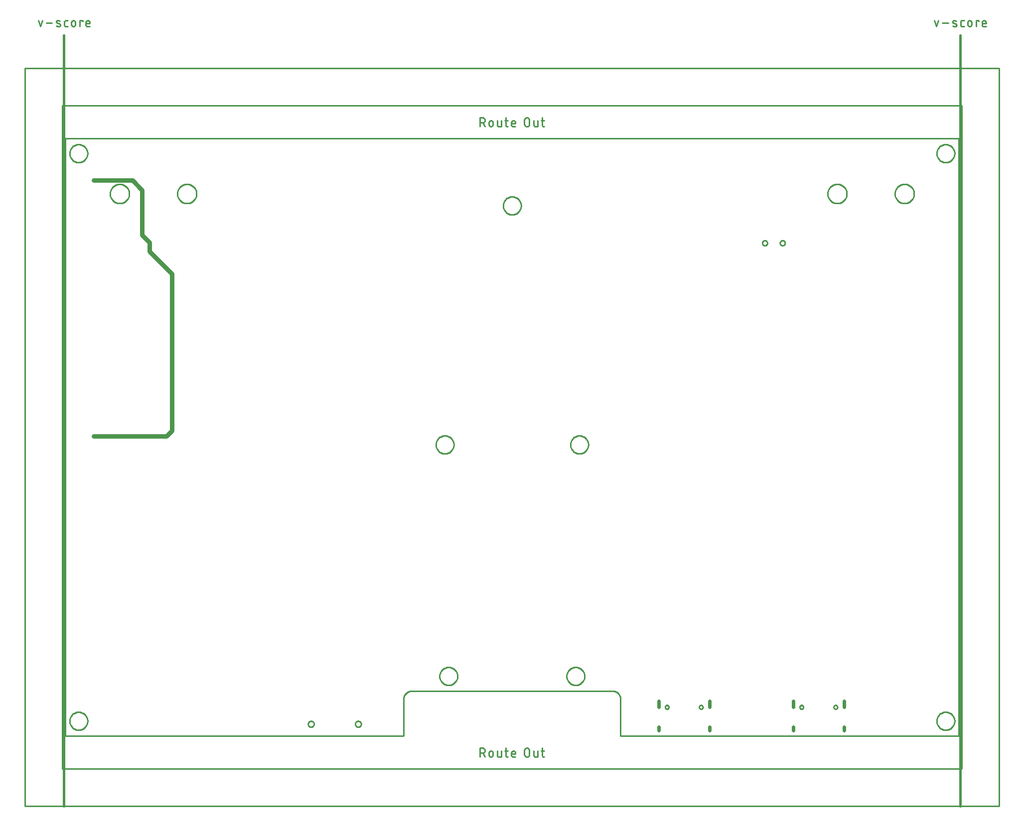
<source format=gko>
G04 EAGLE Gerber RS-274X export*
G75*
%MOMM*%
%FSLAX34Y34*%
%LPD*%
%IN*%
%IPPOS*%
%AMOC8*
5,1,8,0,0,1.08239X$1,22.5*%
G01*
%ADD10C,0.203200*%
%ADD11C,0.800000*%
%ADD12C,0.279400*%
%ADD13C,0.381000*%
%ADD14C,0.254000*%
%ADD15C,0.000000*%
%ADD16C,0.600000*%
%ADD17C,0.254000*%


D10*
X0Y0D02*
X574675Y0D01*
X574675Y63500D01*
X574679Y63807D01*
X574690Y64114D01*
X574708Y64420D01*
X574734Y64726D01*
X574768Y65031D01*
X574808Y65335D01*
X574856Y65638D01*
X574912Y65940D01*
X574974Y66240D01*
X575044Y66539D01*
X575121Y66836D01*
X575205Y67132D01*
X575297Y67425D01*
X575395Y67715D01*
X575500Y68003D01*
X575613Y68289D01*
X575732Y68572D01*
X575858Y68852D01*
X575990Y69129D01*
X576130Y69402D01*
X576276Y69672D01*
X576428Y69938D01*
X576587Y70201D01*
X576752Y70460D01*
X576923Y70714D01*
X577100Y70965D01*
X577284Y71211D01*
X577473Y71453D01*
X577668Y71689D01*
X577869Y71922D01*
X578075Y72149D01*
X578287Y72371D01*
X578504Y72588D01*
X578726Y72800D01*
X578953Y73006D01*
X579186Y73207D01*
X579422Y73402D01*
X579664Y73591D01*
X579910Y73775D01*
X580161Y73952D01*
X580415Y74123D01*
X580674Y74288D01*
X580937Y74447D01*
X581203Y74599D01*
X581473Y74745D01*
X581746Y74885D01*
X582023Y75017D01*
X582303Y75143D01*
X582586Y75262D01*
X582872Y75375D01*
X583160Y75480D01*
X583450Y75578D01*
X583743Y75670D01*
X584039Y75754D01*
X584336Y75831D01*
X584635Y75901D01*
X584935Y75963D01*
X585237Y76019D01*
X585540Y76067D01*
X585844Y76107D01*
X586149Y76141D01*
X586455Y76167D01*
X586761Y76185D01*
X587068Y76196D01*
X587375Y76200D01*
X930275Y76200D01*
X930582Y76196D01*
X930889Y76185D01*
X931195Y76167D01*
X931501Y76141D01*
X931806Y76107D01*
X932110Y76067D01*
X932413Y76019D01*
X932715Y75963D01*
X933015Y75901D01*
X933314Y75831D01*
X933611Y75754D01*
X933907Y75670D01*
X934200Y75578D01*
X934490Y75480D01*
X934778Y75375D01*
X935064Y75262D01*
X935347Y75143D01*
X935627Y75017D01*
X935904Y74885D01*
X936177Y74745D01*
X936447Y74599D01*
X936713Y74447D01*
X936976Y74288D01*
X937235Y74123D01*
X937489Y73952D01*
X937740Y73775D01*
X937986Y73591D01*
X938228Y73402D01*
X938464Y73207D01*
X938697Y73006D01*
X938924Y72800D01*
X939146Y72588D01*
X939363Y72371D01*
X939575Y72149D01*
X939781Y71922D01*
X939982Y71689D01*
X940177Y71453D01*
X940366Y71211D01*
X940550Y70965D01*
X940727Y70714D01*
X940898Y70460D01*
X941063Y70201D01*
X941222Y69938D01*
X941374Y69672D01*
X941520Y69402D01*
X941660Y69129D01*
X941792Y68852D01*
X941918Y68572D01*
X942037Y68289D01*
X942150Y68003D01*
X942255Y67715D01*
X942353Y67425D01*
X942445Y67132D01*
X942529Y66836D01*
X942606Y66539D01*
X942676Y66240D01*
X942738Y65940D01*
X942794Y65638D01*
X942842Y65335D01*
X942882Y65031D01*
X942916Y64726D01*
X942942Y64420D01*
X942960Y64114D01*
X942971Y63807D01*
X942975Y63500D01*
X942975Y0D01*
X1517650Y0D01*
X1517650Y1016000D01*
X0Y1016000D01*
X0Y0D01*
D11*
X47825Y945000D02*
X113825Y945000D01*
X130325Y928500D01*
X130325Y852000D01*
X142825Y839500D01*
X142825Y824000D01*
X180825Y786000D01*
X180825Y519000D01*
X171825Y510000D01*
X47825Y510000D01*
D12*
X704329Y-20447D02*
X704329Y-35433D01*
X704329Y-20447D02*
X708492Y-20447D01*
X708620Y-20449D01*
X708748Y-20455D01*
X708876Y-20465D01*
X709004Y-20479D01*
X709131Y-20496D01*
X709257Y-20518D01*
X709383Y-20543D01*
X709507Y-20573D01*
X709631Y-20606D01*
X709754Y-20643D01*
X709876Y-20684D01*
X709996Y-20728D01*
X710115Y-20776D01*
X710232Y-20828D01*
X710348Y-20883D01*
X710461Y-20942D01*
X710574Y-21005D01*
X710684Y-21071D01*
X710791Y-21140D01*
X710897Y-21212D01*
X711001Y-21288D01*
X711102Y-21367D01*
X711201Y-21449D01*
X711297Y-21534D01*
X711390Y-21621D01*
X711481Y-21712D01*
X711568Y-21805D01*
X711653Y-21901D01*
X711735Y-22000D01*
X711814Y-22101D01*
X711890Y-22205D01*
X711962Y-22311D01*
X712031Y-22418D01*
X712097Y-22529D01*
X712160Y-22641D01*
X712219Y-22754D01*
X712274Y-22870D01*
X712326Y-22987D01*
X712374Y-23106D01*
X712418Y-23226D01*
X712459Y-23348D01*
X712496Y-23471D01*
X712529Y-23595D01*
X712559Y-23719D01*
X712584Y-23845D01*
X712606Y-23971D01*
X712623Y-24098D01*
X712637Y-24226D01*
X712647Y-24354D01*
X712653Y-24482D01*
X712655Y-24610D01*
X712653Y-24738D01*
X712647Y-24866D01*
X712637Y-24994D01*
X712623Y-25122D01*
X712606Y-25249D01*
X712584Y-25375D01*
X712559Y-25501D01*
X712529Y-25625D01*
X712496Y-25749D01*
X712459Y-25872D01*
X712418Y-25994D01*
X712374Y-26114D01*
X712326Y-26233D01*
X712274Y-26350D01*
X712219Y-26466D01*
X712160Y-26579D01*
X712097Y-26692D01*
X712031Y-26802D01*
X711962Y-26909D01*
X711890Y-27015D01*
X711814Y-27119D01*
X711735Y-27220D01*
X711653Y-27319D01*
X711568Y-27415D01*
X711481Y-27508D01*
X711390Y-27599D01*
X711297Y-27686D01*
X711201Y-27771D01*
X711102Y-27853D01*
X711001Y-27932D01*
X710897Y-28008D01*
X710791Y-28080D01*
X710684Y-28149D01*
X710574Y-28215D01*
X710461Y-28278D01*
X710348Y-28337D01*
X710232Y-28392D01*
X710115Y-28444D01*
X709996Y-28492D01*
X709876Y-28536D01*
X709754Y-28577D01*
X709631Y-28614D01*
X709507Y-28647D01*
X709383Y-28677D01*
X709257Y-28702D01*
X709131Y-28724D01*
X709004Y-28741D01*
X708876Y-28755D01*
X708748Y-28765D01*
X708620Y-28771D01*
X708492Y-28773D01*
X704329Y-28773D01*
X709324Y-28773D02*
X712654Y-35433D01*
X719613Y-32103D02*
X719613Y-28773D01*
X719615Y-28659D01*
X719621Y-28546D01*
X719630Y-28432D01*
X719644Y-28320D01*
X719661Y-28207D01*
X719683Y-28095D01*
X719708Y-27985D01*
X719736Y-27875D01*
X719769Y-27766D01*
X719805Y-27658D01*
X719845Y-27551D01*
X719889Y-27446D01*
X719936Y-27343D01*
X719986Y-27241D01*
X720040Y-27141D01*
X720098Y-27043D01*
X720159Y-26947D01*
X720222Y-26853D01*
X720290Y-26761D01*
X720360Y-26671D01*
X720433Y-26585D01*
X720509Y-26500D01*
X720588Y-26418D01*
X720670Y-26339D01*
X720755Y-26263D01*
X720841Y-26190D01*
X720931Y-26120D01*
X721023Y-26052D01*
X721117Y-25989D01*
X721213Y-25928D01*
X721311Y-25870D01*
X721411Y-25816D01*
X721513Y-25766D01*
X721616Y-25719D01*
X721721Y-25675D01*
X721828Y-25635D01*
X721936Y-25599D01*
X722045Y-25566D01*
X722155Y-25538D01*
X722265Y-25513D01*
X722377Y-25491D01*
X722490Y-25474D01*
X722602Y-25460D01*
X722716Y-25451D01*
X722829Y-25445D01*
X722943Y-25443D01*
X723057Y-25445D01*
X723170Y-25451D01*
X723284Y-25460D01*
X723396Y-25474D01*
X723509Y-25491D01*
X723621Y-25513D01*
X723731Y-25538D01*
X723841Y-25566D01*
X723950Y-25599D01*
X724058Y-25635D01*
X724165Y-25675D01*
X724270Y-25719D01*
X724373Y-25766D01*
X724475Y-25816D01*
X724575Y-25870D01*
X724673Y-25928D01*
X724769Y-25989D01*
X724863Y-26052D01*
X724955Y-26120D01*
X725045Y-26190D01*
X725131Y-26263D01*
X725216Y-26339D01*
X725298Y-26418D01*
X725377Y-26500D01*
X725453Y-26585D01*
X725526Y-26671D01*
X725596Y-26761D01*
X725664Y-26853D01*
X725727Y-26947D01*
X725788Y-27043D01*
X725846Y-27141D01*
X725900Y-27241D01*
X725950Y-27343D01*
X725997Y-27446D01*
X726041Y-27551D01*
X726081Y-27658D01*
X726117Y-27766D01*
X726150Y-27875D01*
X726178Y-27985D01*
X726203Y-28095D01*
X726225Y-28207D01*
X726242Y-28320D01*
X726256Y-28432D01*
X726265Y-28546D01*
X726271Y-28659D01*
X726273Y-28773D01*
X726273Y-32103D01*
X726271Y-32217D01*
X726265Y-32330D01*
X726256Y-32444D01*
X726242Y-32556D01*
X726225Y-32669D01*
X726203Y-32781D01*
X726178Y-32891D01*
X726150Y-33001D01*
X726117Y-33110D01*
X726081Y-33218D01*
X726041Y-33325D01*
X725997Y-33430D01*
X725950Y-33533D01*
X725900Y-33635D01*
X725846Y-33735D01*
X725788Y-33833D01*
X725727Y-33929D01*
X725664Y-34023D01*
X725596Y-34115D01*
X725526Y-34205D01*
X725453Y-34291D01*
X725377Y-34376D01*
X725298Y-34458D01*
X725216Y-34537D01*
X725131Y-34613D01*
X725045Y-34686D01*
X724955Y-34756D01*
X724863Y-34824D01*
X724769Y-34887D01*
X724673Y-34948D01*
X724575Y-35006D01*
X724475Y-35060D01*
X724373Y-35110D01*
X724270Y-35157D01*
X724165Y-35201D01*
X724058Y-35241D01*
X723950Y-35277D01*
X723841Y-35310D01*
X723731Y-35338D01*
X723621Y-35363D01*
X723509Y-35385D01*
X723396Y-35402D01*
X723284Y-35416D01*
X723170Y-35425D01*
X723057Y-35431D01*
X722943Y-35433D01*
X722829Y-35431D01*
X722716Y-35425D01*
X722602Y-35416D01*
X722490Y-35402D01*
X722377Y-35385D01*
X722265Y-35363D01*
X722155Y-35338D01*
X722045Y-35310D01*
X721936Y-35277D01*
X721828Y-35241D01*
X721721Y-35201D01*
X721616Y-35157D01*
X721513Y-35110D01*
X721411Y-35060D01*
X721311Y-35006D01*
X721213Y-34948D01*
X721117Y-34887D01*
X721023Y-34824D01*
X720931Y-34756D01*
X720841Y-34686D01*
X720755Y-34613D01*
X720670Y-34537D01*
X720588Y-34458D01*
X720509Y-34376D01*
X720433Y-34291D01*
X720360Y-34205D01*
X720290Y-34115D01*
X720222Y-34023D01*
X720159Y-33929D01*
X720098Y-33833D01*
X720040Y-33735D01*
X719986Y-33635D01*
X719936Y-33533D01*
X719889Y-33430D01*
X719845Y-33325D01*
X719805Y-33218D01*
X719769Y-33110D01*
X719736Y-33001D01*
X719708Y-32891D01*
X719683Y-32781D01*
X719661Y-32669D01*
X719644Y-32556D01*
X719630Y-32444D01*
X719621Y-32330D01*
X719615Y-32217D01*
X719613Y-32103D01*
X733681Y-32935D02*
X733681Y-25442D01*
X733680Y-32935D02*
X733682Y-33033D01*
X733688Y-33131D01*
X733697Y-33229D01*
X733711Y-33326D01*
X733728Y-33422D01*
X733749Y-33518D01*
X733774Y-33613D01*
X733802Y-33707D01*
X733834Y-33800D01*
X733870Y-33891D01*
X733909Y-33981D01*
X733952Y-34069D01*
X733999Y-34156D01*
X734048Y-34240D01*
X734101Y-34323D01*
X734157Y-34403D01*
X734216Y-34482D01*
X734279Y-34557D01*
X734344Y-34631D01*
X734412Y-34701D01*
X734482Y-34769D01*
X734556Y-34835D01*
X734632Y-34897D01*
X734710Y-34956D01*
X734790Y-35012D01*
X734873Y-35065D01*
X734957Y-35115D01*
X735044Y-35161D01*
X735132Y-35204D01*
X735222Y-35243D01*
X735313Y-35279D01*
X735406Y-35311D01*
X735500Y-35339D01*
X735595Y-35364D01*
X735691Y-35385D01*
X735787Y-35402D01*
X735884Y-35416D01*
X735982Y-35425D01*
X736080Y-35431D01*
X736178Y-35433D01*
X740341Y-35433D01*
X740341Y-25442D01*
X746322Y-25442D02*
X751317Y-25442D01*
X747987Y-20447D02*
X747987Y-32935D01*
X747989Y-33033D01*
X747995Y-33131D01*
X748004Y-33229D01*
X748018Y-33326D01*
X748035Y-33422D01*
X748056Y-33518D01*
X748081Y-33613D01*
X748109Y-33707D01*
X748141Y-33800D01*
X748177Y-33891D01*
X748216Y-33981D01*
X748259Y-34069D01*
X748306Y-34156D01*
X748355Y-34240D01*
X748408Y-34323D01*
X748464Y-34403D01*
X748523Y-34482D01*
X748586Y-34557D01*
X748651Y-34631D01*
X748719Y-34701D01*
X748789Y-34769D01*
X748863Y-34835D01*
X748939Y-34897D01*
X749017Y-34956D01*
X749097Y-35012D01*
X749180Y-35065D01*
X749264Y-35115D01*
X749351Y-35161D01*
X749439Y-35204D01*
X749529Y-35243D01*
X749620Y-35279D01*
X749713Y-35311D01*
X749807Y-35339D01*
X749902Y-35364D01*
X749998Y-35385D01*
X750094Y-35402D01*
X750191Y-35416D01*
X750289Y-35425D01*
X750387Y-35431D01*
X750485Y-35433D01*
X751317Y-35433D01*
X760146Y-35433D02*
X764309Y-35433D01*
X760146Y-35433D02*
X760048Y-35431D01*
X759950Y-35425D01*
X759852Y-35416D01*
X759755Y-35402D01*
X759659Y-35385D01*
X759563Y-35364D01*
X759468Y-35339D01*
X759374Y-35311D01*
X759281Y-35279D01*
X759190Y-35243D01*
X759100Y-35204D01*
X759012Y-35161D01*
X758925Y-35114D01*
X758841Y-35065D01*
X758758Y-35012D01*
X758678Y-34956D01*
X758600Y-34897D01*
X758524Y-34835D01*
X758450Y-34769D01*
X758380Y-34701D01*
X758312Y-34631D01*
X758247Y-34557D01*
X758184Y-34482D01*
X758125Y-34403D01*
X758069Y-34323D01*
X758016Y-34240D01*
X757967Y-34156D01*
X757920Y-34069D01*
X757877Y-33981D01*
X757838Y-33891D01*
X757802Y-33800D01*
X757770Y-33707D01*
X757742Y-33613D01*
X757717Y-33518D01*
X757696Y-33422D01*
X757679Y-33326D01*
X757665Y-33229D01*
X757656Y-33131D01*
X757650Y-33033D01*
X757648Y-32935D01*
X757649Y-32935D02*
X757649Y-28773D01*
X757651Y-28659D01*
X757657Y-28546D01*
X757666Y-28432D01*
X757680Y-28320D01*
X757697Y-28207D01*
X757719Y-28095D01*
X757744Y-27985D01*
X757772Y-27875D01*
X757805Y-27766D01*
X757841Y-27658D01*
X757881Y-27551D01*
X757925Y-27446D01*
X757972Y-27343D01*
X758022Y-27241D01*
X758076Y-27141D01*
X758134Y-27043D01*
X758195Y-26947D01*
X758258Y-26853D01*
X758326Y-26761D01*
X758396Y-26671D01*
X758469Y-26585D01*
X758545Y-26500D01*
X758624Y-26418D01*
X758706Y-26339D01*
X758791Y-26263D01*
X758877Y-26190D01*
X758967Y-26120D01*
X759059Y-26052D01*
X759153Y-25989D01*
X759249Y-25928D01*
X759347Y-25870D01*
X759447Y-25816D01*
X759549Y-25766D01*
X759652Y-25719D01*
X759757Y-25675D01*
X759864Y-25635D01*
X759972Y-25599D01*
X760081Y-25566D01*
X760191Y-25538D01*
X760301Y-25513D01*
X760413Y-25491D01*
X760526Y-25474D01*
X760638Y-25460D01*
X760752Y-25451D01*
X760865Y-25445D01*
X760979Y-25443D01*
X761093Y-25445D01*
X761206Y-25451D01*
X761320Y-25460D01*
X761432Y-25474D01*
X761545Y-25491D01*
X761657Y-25513D01*
X761767Y-25538D01*
X761877Y-25566D01*
X761986Y-25599D01*
X762094Y-25635D01*
X762201Y-25675D01*
X762306Y-25719D01*
X762409Y-25766D01*
X762511Y-25816D01*
X762611Y-25870D01*
X762709Y-25928D01*
X762805Y-25989D01*
X762899Y-26052D01*
X762991Y-26120D01*
X763081Y-26190D01*
X763167Y-26263D01*
X763252Y-26339D01*
X763334Y-26418D01*
X763413Y-26500D01*
X763489Y-26585D01*
X763562Y-26671D01*
X763632Y-26761D01*
X763700Y-26853D01*
X763763Y-26947D01*
X763824Y-27043D01*
X763882Y-27141D01*
X763936Y-27241D01*
X763986Y-27343D01*
X764033Y-27446D01*
X764077Y-27551D01*
X764117Y-27658D01*
X764153Y-27766D01*
X764186Y-27875D01*
X764214Y-27985D01*
X764239Y-28095D01*
X764261Y-28207D01*
X764278Y-28320D01*
X764292Y-28432D01*
X764301Y-28546D01*
X764307Y-28659D01*
X764309Y-28773D01*
X764309Y-30438D01*
X757649Y-30438D01*
X779742Y-31270D02*
X779742Y-24610D01*
X779744Y-24482D01*
X779750Y-24354D01*
X779760Y-24226D01*
X779774Y-24098D01*
X779791Y-23971D01*
X779813Y-23845D01*
X779838Y-23719D01*
X779868Y-23595D01*
X779901Y-23471D01*
X779938Y-23348D01*
X779979Y-23226D01*
X780023Y-23106D01*
X780071Y-22987D01*
X780123Y-22870D01*
X780178Y-22754D01*
X780237Y-22641D01*
X780300Y-22528D01*
X780366Y-22418D01*
X780435Y-22311D01*
X780507Y-22205D01*
X780583Y-22101D01*
X780662Y-22000D01*
X780744Y-21901D01*
X780829Y-21805D01*
X780916Y-21712D01*
X781007Y-21621D01*
X781100Y-21534D01*
X781196Y-21449D01*
X781295Y-21367D01*
X781396Y-21288D01*
X781500Y-21212D01*
X781606Y-21140D01*
X781713Y-21071D01*
X781824Y-21005D01*
X781936Y-20942D01*
X782049Y-20883D01*
X782165Y-20828D01*
X782282Y-20776D01*
X782401Y-20728D01*
X782521Y-20684D01*
X782643Y-20643D01*
X782766Y-20606D01*
X782890Y-20573D01*
X783014Y-20543D01*
X783140Y-20518D01*
X783266Y-20496D01*
X783393Y-20479D01*
X783521Y-20465D01*
X783649Y-20455D01*
X783777Y-20449D01*
X783905Y-20447D01*
X784033Y-20449D01*
X784161Y-20455D01*
X784289Y-20465D01*
X784417Y-20479D01*
X784544Y-20496D01*
X784670Y-20518D01*
X784796Y-20543D01*
X784920Y-20573D01*
X785044Y-20606D01*
X785167Y-20643D01*
X785289Y-20684D01*
X785409Y-20728D01*
X785528Y-20776D01*
X785645Y-20828D01*
X785761Y-20883D01*
X785874Y-20942D01*
X785987Y-21005D01*
X786097Y-21071D01*
X786204Y-21140D01*
X786310Y-21212D01*
X786414Y-21288D01*
X786515Y-21367D01*
X786614Y-21449D01*
X786710Y-21534D01*
X786803Y-21621D01*
X786894Y-21712D01*
X786981Y-21805D01*
X787066Y-21901D01*
X787148Y-22000D01*
X787227Y-22101D01*
X787303Y-22205D01*
X787375Y-22311D01*
X787444Y-22418D01*
X787510Y-22529D01*
X787573Y-22641D01*
X787632Y-22754D01*
X787687Y-22870D01*
X787739Y-22987D01*
X787787Y-23106D01*
X787831Y-23226D01*
X787872Y-23348D01*
X787909Y-23471D01*
X787942Y-23595D01*
X787972Y-23719D01*
X787997Y-23845D01*
X788019Y-23971D01*
X788036Y-24098D01*
X788050Y-24226D01*
X788060Y-24354D01*
X788066Y-24482D01*
X788068Y-24610D01*
X788067Y-24610D02*
X788067Y-31270D01*
X788068Y-31270D02*
X788066Y-31398D01*
X788060Y-31526D01*
X788050Y-31654D01*
X788036Y-31782D01*
X788019Y-31909D01*
X787997Y-32035D01*
X787972Y-32161D01*
X787942Y-32285D01*
X787909Y-32409D01*
X787872Y-32532D01*
X787831Y-32654D01*
X787787Y-32774D01*
X787739Y-32893D01*
X787687Y-33010D01*
X787632Y-33126D01*
X787573Y-33239D01*
X787510Y-33352D01*
X787444Y-33462D01*
X787375Y-33569D01*
X787303Y-33675D01*
X787227Y-33779D01*
X787148Y-33880D01*
X787066Y-33979D01*
X786981Y-34075D01*
X786894Y-34168D01*
X786803Y-34259D01*
X786710Y-34346D01*
X786614Y-34431D01*
X786515Y-34513D01*
X786414Y-34592D01*
X786310Y-34668D01*
X786204Y-34740D01*
X786097Y-34809D01*
X785987Y-34875D01*
X785874Y-34938D01*
X785761Y-34997D01*
X785645Y-35052D01*
X785528Y-35104D01*
X785409Y-35152D01*
X785289Y-35196D01*
X785167Y-35237D01*
X785044Y-35274D01*
X784920Y-35307D01*
X784796Y-35337D01*
X784670Y-35362D01*
X784544Y-35384D01*
X784417Y-35401D01*
X784289Y-35415D01*
X784161Y-35425D01*
X784033Y-35431D01*
X783905Y-35433D01*
X783777Y-35431D01*
X783649Y-35425D01*
X783521Y-35415D01*
X783393Y-35401D01*
X783266Y-35384D01*
X783140Y-35362D01*
X783014Y-35337D01*
X782890Y-35307D01*
X782766Y-35274D01*
X782643Y-35237D01*
X782521Y-35196D01*
X782401Y-35152D01*
X782282Y-35104D01*
X782165Y-35052D01*
X782049Y-34997D01*
X781936Y-34938D01*
X781824Y-34875D01*
X781713Y-34809D01*
X781606Y-34740D01*
X781500Y-34668D01*
X781396Y-34592D01*
X781295Y-34513D01*
X781196Y-34431D01*
X781100Y-34346D01*
X781007Y-34259D01*
X780916Y-34168D01*
X780829Y-34075D01*
X780744Y-33979D01*
X780662Y-33880D01*
X780583Y-33779D01*
X780507Y-33675D01*
X780435Y-33569D01*
X780366Y-33462D01*
X780300Y-33351D01*
X780237Y-33239D01*
X780178Y-33126D01*
X780123Y-33010D01*
X780071Y-32893D01*
X780023Y-32774D01*
X779979Y-32654D01*
X779938Y-32532D01*
X779901Y-32409D01*
X779868Y-32285D01*
X779838Y-32161D01*
X779813Y-32035D01*
X779791Y-31909D01*
X779774Y-31782D01*
X779760Y-31654D01*
X779750Y-31526D01*
X779744Y-31398D01*
X779742Y-31270D01*
X795684Y-32935D02*
X795684Y-25442D01*
X795684Y-32935D02*
X795686Y-33033D01*
X795692Y-33131D01*
X795701Y-33229D01*
X795715Y-33326D01*
X795732Y-33422D01*
X795753Y-33518D01*
X795778Y-33613D01*
X795806Y-33707D01*
X795838Y-33800D01*
X795874Y-33891D01*
X795913Y-33981D01*
X795956Y-34069D01*
X796003Y-34156D01*
X796052Y-34240D01*
X796105Y-34323D01*
X796161Y-34403D01*
X796220Y-34482D01*
X796283Y-34557D01*
X796348Y-34631D01*
X796416Y-34701D01*
X796486Y-34769D01*
X796560Y-34835D01*
X796636Y-34897D01*
X796714Y-34956D01*
X796794Y-35012D01*
X796877Y-35065D01*
X796961Y-35115D01*
X797048Y-35161D01*
X797136Y-35204D01*
X797226Y-35243D01*
X797317Y-35279D01*
X797410Y-35311D01*
X797504Y-35339D01*
X797599Y-35364D01*
X797695Y-35385D01*
X797791Y-35402D01*
X797888Y-35416D01*
X797986Y-35425D01*
X798084Y-35431D01*
X798182Y-35433D01*
X802345Y-35433D01*
X802345Y-25442D01*
X808326Y-25442D02*
X813321Y-25442D01*
X809991Y-20447D02*
X809991Y-32935D01*
X809990Y-32935D02*
X809992Y-33033D01*
X809998Y-33131D01*
X810007Y-33229D01*
X810021Y-33326D01*
X810038Y-33422D01*
X810059Y-33518D01*
X810084Y-33613D01*
X810112Y-33707D01*
X810144Y-33800D01*
X810180Y-33891D01*
X810219Y-33981D01*
X810262Y-34069D01*
X810309Y-34156D01*
X810358Y-34240D01*
X810411Y-34323D01*
X810467Y-34403D01*
X810526Y-34482D01*
X810589Y-34557D01*
X810654Y-34631D01*
X810722Y-34701D01*
X810792Y-34769D01*
X810866Y-34835D01*
X810942Y-34897D01*
X811020Y-34956D01*
X811100Y-35012D01*
X811183Y-35065D01*
X811267Y-35115D01*
X811354Y-35161D01*
X811442Y-35204D01*
X811532Y-35243D01*
X811623Y-35279D01*
X811716Y-35311D01*
X811810Y-35339D01*
X811905Y-35364D01*
X812001Y-35385D01*
X812097Y-35402D01*
X812194Y-35416D01*
X812292Y-35425D01*
X812390Y-35431D01*
X812488Y-35433D01*
X812489Y-35433D02*
X813321Y-35433D01*
X704329Y1036447D02*
X704329Y1051433D01*
X708492Y1051433D01*
X708620Y1051431D01*
X708748Y1051425D01*
X708876Y1051415D01*
X709004Y1051401D01*
X709131Y1051384D01*
X709257Y1051362D01*
X709383Y1051337D01*
X709507Y1051307D01*
X709631Y1051274D01*
X709754Y1051237D01*
X709876Y1051196D01*
X709996Y1051152D01*
X710115Y1051104D01*
X710232Y1051052D01*
X710348Y1050997D01*
X710461Y1050938D01*
X710574Y1050875D01*
X710684Y1050809D01*
X710791Y1050740D01*
X710897Y1050668D01*
X711001Y1050592D01*
X711102Y1050513D01*
X711201Y1050431D01*
X711297Y1050346D01*
X711390Y1050259D01*
X711481Y1050168D01*
X711568Y1050075D01*
X711653Y1049979D01*
X711735Y1049880D01*
X711814Y1049779D01*
X711890Y1049675D01*
X711962Y1049569D01*
X712031Y1049462D01*
X712097Y1049352D01*
X712160Y1049239D01*
X712219Y1049126D01*
X712274Y1049010D01*
X712326Y1048893D01*
X712374Y1048774D01*
X712418Y1048654D01*
X712459Y1048532D01*
X712496Y1048409D01*
X712529Y1048285D01*
X712559Y1048161D01*
X712584Y1048035D01*
X712606Y1047909D01*
X712623Y1047782D01*
X712637Y1047654D01*
X712647Y1047526D01*
X712653Y1047398D01*
X712655Y1047270D01*
X712653Y1047142D01*
X712647Y1047014D01*
X712637Y1046886D01*
X712623Y1046758D01*
X712606Y1046631D01*
X712584Y1046505D01*
X712559Y1046379D01*
X712529Y1046255D01*
X712496Y1046131D01*
X712459Y1046008D01*
X712418Y1045886D01*
X712374Y1045766D01*
X712326Y1045647D01*
X712274Y1045530D01*
X712219Y1045414D01*
X712160Y1045301D01*
X712097Y1045189D01*
X712031Y1045078D01*
X711962Y1044971D01*
X711890Y1044865D01*
X711814Y1044761D01*
X711735Y1044660D01*
X711653Y1044561D01*
X711568Y1044465D01*
X711481Y1044372D01*
X711390Y1044281D01*
X711297Y1044194D01*
X711201Y1044109D01*
X711102Y1044027D01*
X711001Y1043948D01*
X710897Y1043872D01*
X710791Y1043800D01*
X710684Y1043731D01*
X710574Y1043665D01*
X710461Y1043602D01*
X710348Y1043543D01*
X710232Y1043488D01*
X710115Y1043436D01*
X709996Y1043388D01*
X709876Y1043344D01*
X709754Y1043303D01*
X709631Y1043266D01*
X709507Y1043233D01*
X709383Y1043203D01*
X709257Y1043178D01*
X709131Y1043156D01*
X709004Y1043139D01*
X708876Y1043125D01*
X708748Y1043115D01*
X708620Y1043109D01*
X708492Y1043107D01*
X704329Y1043107D01*
X709324Y1043107D02*
X712654Y1036447D01*
X719613Y1039777D02*
X719613Y1043107D01*
X719615Y1043221D01*
X719621Y1043334D01*
X719630Y1043448D01*
X719644Y1043560D01*
X719661Y1043673D01*
X719683Y1043785D01*
X719708Y1043895D01*
X719736Y1044005D01*
X719769Y1044114D01*
X719805Y1044222D01*
X719845Y1044329D01*
X719889Y1044434D01*
X719936Y1044537D01*
X719986Y1044639D01*
X720040Y1044739D01*
X720098Y1044837D01*
X720159Y1044933D01*
X720222Y1045027D01*
X720290Y1045119D01*
X720360Y1045209D01*
X720433Y1045295D01*
X720509Y1045380D01*
X720588Y1045462D01*
X720670Y1045541D01*
X720755Y1045617D01*
X720841Y1045690D01*
X720931Y1045760D01*
X721023Y1045828D01*
X721117Y1045891D01*
X721213Y1045952D01*
X721311Y1046010D01*
X721411Y1046064D01*
X721513Y1046114D01*
X721616Y1046161D01*
X721721Y1046205D01*
X721828Y1046245D01*
X721936Y1046281D01*
X722045Y1046314D01*
X722155Y1046342D01*
X722265Y1046367D01*
X722377Y1046389D01*
X722490Y1046406D01*
X722602Y1046420D01*
X722716Y1046429D01*
X722829Y1046435D01*
X722943Y1046437D01*
X723057Y1046435D01*
X723170Y1046429D01*
X723284Y1046420D01*
X723396Y1046406D01*
X723509Y1046389D01*
X723621Y1046367D01*
X723731Y1046342D01*
X723841Y1046314D01*
X723950Y1046281D01*
X724058Y1046245D01*
X724165Y1046205D01*
X724270Y1046161D01*
X724373Y1046114D01*
X724475Y1046064D01*
X724575Y1046010D01*
X724673Y1045952D01*
X724769Y1045891D01*
X724863Y1045828D01*
X724955Y1045760D01*
X725045Y1045690D01*
X725131Y1045617D01*
X725216Y1045541D01*
X725298Y1045462D01*
X725377Y1045380D01*
X725453Y1045295D01*
X725526Y1045209D01*
X725596Y1045119D01*
X725664Y1045027D01*
X725727Y1044933D01*
X725788Y1044837D01*
X725846Y1044739D01*
X725900Y1044639D01*
X725950Y1044537D01*
X725997Y1044434D01*
X726041Y1044329D01*
X726081Y1044222D01*
X726117Y1044114D01*
X726150Y1044005D01*
X726178Y1043895D01*
X726203Y1043785D01*
X726225Y1043673D01*
X726242Y1043560D01*
X726256Y1043448D01*
X726265Y1043334D01*
X726271Y1043221D01*
X726273Y1043107D01*
X726273Y1039777D01*
X726271Y1039663D01*
X726265Y1039550D01*
X726256Y1039436D01*
X726242Y1039324D01*
X726225Y1039211D01*
X726203Y1039099D01*
X726178Y1038989D01*
X726150Y1038879D01*
X726117Y1038770D01*
X726081Y1038662D01*
X726041Y1038555D01*
X725997Y1038450D01*
X725950Y1038347D01*
X725900Y1038245D01*
X725846Y1038145D01*
X725788Y1038047D01*
X725727Y1037951D01*
X725664Y1037857D01*
X725596Y1037765D01*
X725526Y1037675D01*
X725453Y1037589D01*
X725377Y1037504D01*
X725298Y1037422D01*
X725216Y1037343D01*
X725131Y1037267D01*
X725045Y1037194D01*
X724955Y1037124D01*
X724863Y1037056D01*
X724769Y1036993D01*
X724673Y1036932D01*
X724575Y1036874D01*
X724475Y1036820D01*
X724373Y1036770D01*
X724270Y1036723D01*
X724165Y1036679D01*
X724058Y1036639D01*
X723950Y1036603D01*
X723841Y1036570D01*
X723731Y1036542D01*
X723621Y1036517D01*
X723509Y1036495D01*
X723396Y1036478D01*
X723284Y1036464D01*
X723170Y1036455D01*
X723057Y1036449D01*
X722943Y1036447D01*
X722829Y1036449D01*
X722716Y1036455D01*
X722602Y1036464D01*
X722490Y1036478D01*
X722377Y1036495D01*
X722265Y1036517D01*
X722155Y1036542D01*
X722045Y1036570D01*
X721936Y1036603D01*
X721828Y1036639D01*
X721721Y1036679D01*
X721616Y1036723D01*
X721513Y1036770D01*
X721411Y1036820D01*
X721311Y1036874D01*
X721213Y1036932D01*
X721117Y1036993D01*
X721023Y1037056D01*
X720931Y1037124D01*
X720841Y1037194D01*
X720755Y1037267D01*
X720670Y1037343D01*
X720588Y1037422D01*
X720509Y1037504D01*
X720433Y1037589D01*
X720360Y1037675D01*
X720290Y1037765D01*
X720222Y1037857D01*
X720159Y1037951D01*
X720098Y1038047D01*
X720040Y1038145D01*
X719986Y1038245D01*
X719936Y1038347D01*
X719889Y1038450D01*
X719845Y1038555D01*
X719805Y1038662D01*
X719769Y1038770D01*
X719736Y1038879D01*
X719708Y1038989D01*
X719683Y1039099D01*
X719661Y1039211D01*
X719644Y1039324D01*
X719630Y1039436D01*
X719621Y1039550D01*
X719615Y1039663D01*
X719613Y1039777D01*
X733681Y1038945D02*
X733681Y1046438D01*
X733680Y1038945D02*
X733682Y1038847D01*
X733688Y1038749D01*
X733697Y1038651D01*
X733711Y1038554D01*
X733728Y1038458D01*
X733749Y1038362D01*
X733774Y1038267D01*
X733802Y1038173D01*
X733834Y1038080D01*
X733870Y1037989D01*
X733909Y1037899D01*
X733952Y1037811D01*
X733999Y1037724D01*
X734048Y1037640D01*
X734101Y1037557D01*
X734157Y1037477D01*
X734216Y1037399D01*
X734279Y1037323D01*
X734344Y1037249D01*
X734412Y1037179D01*
X734482Y1037111D01*
X734556Y1037046D01*
X734632Y1036983D01*
X734710Y1036924D01*
X734790Y1036868D01*
X734873Y1036815D01*
X734957Y1036766D01*
X735044Y1036719D01*
X735132Y1036676D01*
X735222Y1036637D01*
X735313Y1036601D01*
X735406Y1036569D01*
X735500Y1036541D01*
X735595Y1036516D01*
X735691Y1036495D01*
X735787Y1036478D01*
X735884Y1036464D01*
X735982Y1036455D01*
X736080Y1036449D01*
X736178Y1036447D01*
X740341Y1036447D01*
X740341Y1046438D01*
X746322Y1046438D02*
X751317Y1046438D01*
X747987Y1051433D02*
X747987Y1038945D01*
X747989Y1038847D01*
X747995Y1038749D01*
X748004Y1038651D01*
X748018Y1038554D01*
X748035Y1038458D01*
X748056Y1038362D01*
X748081Y1038267D01*
X748109Y1038173D01*
X748141Y1038080D01*
X748177Y1037989D01*
X748216Y1037899D01*
X748259Y1037811D01*
X748306Y1037724D01*
X748355Y1037640D01*
X748408Y1037557D01*
X748464Y1037477D01*
X748523Y1037399D01*
X748586Y1037323D01*
X748651Y1037249D01*
X748719Y1037179D01*
X748789Y1037111D01*
X748863Y1037046D01*
X748939Y1036983D01*
X749017Y1036924D01*
X749097Y1036868D01*
X749180Y1036815D01*
X749264Y1036766D01*
X749351Y1036719D01*
X749439Y1036676D01*
X749529Y1036637D01*
X749620Y1036601D01*
X749713Y1036569D01*
X749807Y1036541D01*
X749902Y1036516D01*
X749998Y1036495D01*
X750094Y1036478D01*
X750191Y1036464D01*
X750289Y1036455D01*
X750387Y1036449D01*
X750485Y1036447D01*
X751317Y1036447D01*
X760146Y1036447D02*
X764309Y1036447D01*
X760146Y1036447D02*
X760048Y1036449D01*
X759950Y1036455D01*
X759852Y1036464D01*
X759755Y1036478D01*
X759659Y1036495D01*
X759563Y1036516D01*
X759468Y1036541D01*
X759374Y1036569D01*
X759281Y1036601D01*
X759190Y1036637D01*
X759100Y1036676D01*
X759012Y1036719D01*
X758925Y1036766D01*
X758841Y1036815D01*
X758758Y1036868D01*
X758678Y1036924D01*
X758600Y1036983D01*
X758524Y1037046D01*
X758450Y1037111D01*
X758380Y1037179D01*
X758312Y1037249D01*
X758247Y1037323D01*
X758184Y1037399D01*
X758125Y1037477D01*
X758069Y1037557D01*
X758016Y1037640D01*
X757967Y1037724D01*
X757920Y1037811D01*
X757877Y1037899D01*
X757838Y1037989D01*
X757802Y1038080D01*
X757770Y1038173D01*
X757742Y1038267D01*
X757717Y1038362D01*
X757696Y1038458D01*
X757679Y1038554D01*
X757665Y1038651D01*
X757656Y1038749D01*
X757650Y1038847D01*
X757648Y1038945D01*
X757649Y1038945D02*
X757649Y1043107D01*
X757651Y1043221D01*
X757657Y1043334D01*
X757666Y1043448D01*
X757680Y1043560D01*
X757697Y1043673D01*
X757719Y1043785D01*
X757744Y1043895D01*
X757772Y1044005D01*
X757805Y1044114D01*
X757841Y1044222D01*
X757881Y1044329D01*
X757925Y1044434D01*
X757972Y1044537D01*
X758022Y1044639D01*
X758076Y1044739D01*
X758134Y1044837D01*
X758195Y1044933D01*
X758258Y1045027D01*
X758326Y1045119D01*
X758396Y1045209D01*
X758469Y1045295D01*
X758545Y1045380D01*
X758624Y1045462D01*
X758706Y1045541D01*
X758791Y1045617D01*
X758877Y1045690D01*
X758967Y1045760D01*
X759059Y1045828D01*
X759153Y1045891D01*
X759249Y1045952D01*
X759347Y1046010D01*
X759447Y1046064D01*
X759549Y1046114D01*
X759652Y1046161D01*
X759757Y1046205D01*
X759864Y1046245D01*
X759972Y1046281D01*
X760081Y1046314D01*
X760191Y1046342D01*
X760301Y1046367D01*
X760413Y1046389D01*
X760526Y1046406D01*
X760638Y1046420D01*
X760752Y1046429D01*
X760865Y1046435D01*
X760979Y1046437D01*
X761093Y1046435D01*
X761206Y1046429D01*
X761320Y1046420D01*
X761432Y1046406D01*
X761545Y1046389D01*
X761657Y1046367D01*
X761767Y1046342D01*
X761877Y1046314D01*
X761986Y1046281D01*
X762094Y1046245D01*
X762201Y1046205D01*
X762306Y1046161D01*
X762409Y1046114D01*
X762511Y1046064D01*
X762611Y1046010D01*
X762709Y1045952D01*
X762805Y1045891D01*
X762899Y1045828D01*
X762991Y1045760D01*
X763081Y1045690D01*
X763167Y1045617D01*
X763252Y1045541D01*
X763334Y1045462D01*
X763413Y1045380D01*
X763489Y1045295D01*
X763562Y1045209D01*
X763632Y1045119D01*
X763700Y1045027D01*
X763763Y1044933D01*
X763824Y1044837D01*
X763882Y1044739D01*
X763936Y1044639D01*
X763986Y1044537D01*
X764033Y1044434D01*
X764077Y1044329D01*
X764117Y1044222D01*
X764153Y1044114D01*
X764186Y1044005D01*
X764214Y1043895D01*
X764239Y1043785D01*
X764261Y1043673D01*
X764278Y1043560D01*
X764292Y1043448D01*
X764301Y1043334D01*
X764307Y1043221D01*
X764309Y1043107D01*
X764309Y1041442D01*
X757649Y1041442D01*
X779742Y1040610D02*
X779742Y1047270D01*
X779744Y1047398D01*
X779750Y1047526D01*
X779760Y1047654D01*
X779774Y1047782D01*
X779791Y1047909D01*
X779813Y1048035D01*
X779838Y1048161D01*
X779868Y1048285D01*
X779901Y1048409D01*
X779938Y1048532D01*
X779979Y1048654D01*
X780023Y1048774D01*
X780071Y1048893D01*
X780123Y1049010D01*
X780178Y1049126D01*
X780237Y1049239D01*
X780300Y1049352D01*
X780366Y1049462D01*
X780435Y1049569D01*
X780507Y1049675D01*
X780583Y1049779D01*
X780662Y1049880D01*
X780744Y1049979D01*
X780829Y1050075D01*
X780916Y1050168D01*
X781007Y1050259D01*
X781100Y1050346D01*
X781196Y1050431D01*
X781295Y1050513D01*
X781396Y1050592D01*
X781500Y1050668D01*
X781606Y1050740D01*
X781713Y1050809D01*
X781824Y1050875D01*
X781936Y1050938D01*
X782049Y1050997D01*
X782165Y1051052D01*
X782282Y1051104D01*
X782401Y1051152D01*
X782521Y1051196D01*
X782643Y1051237D01*
X782766Y1051274D01*
X782890Y1051307D01*
X783014Y1051337D01*
X783140Y1051362D01*
X783266Y1051384D01*
X783393Y1051401D01*
X783521Y1051415D01*
X783649Y1051425D01*
X783777Y1051431D01*
X783905Y1051433D01*
X784033Y1051431D01*
X784161Y1051425D01*
X784289Y1051415D01*
X784417Y1051401D01*
X784544Y1051384D01*
X784670Y1051362D01*
X784796Y1051337D01*
X784920Y1051307D01*
X785044Y1051274D01*
X785167Y1051237D01*
X785289Y1051196D01*
X785409Y1051152D01*
X785528Y1051104D01*
X785645Y1051052D01*
X785761Y1050997D01*
X785874Y1050938D01*
X785987Y1050875D01*
X786097Y1050809D01*
X786204Y1050740D01*
X786310Y1050668D01*
X786414Y1050592D01*
X786515Y1050513D01*
X786614Y1050431D01*
X786710Y1050346D01*
X786803Y1050259D01*
X786894Y1050168D01*
X786981Y1050075D01*
X787066Y1049979D01*
X787148Y1049880D01*
X787227Y1049779D01*
X787303Y1049675D01*
X787375Y1049569D01*
X787444Y1049462D01*
X787510Y1049352D01*
X787573Y1049239D01*
X787632Y1049126D01*
X787687Y1049010D01*
X787739Y1048893D01*
X787787Y1048774D01*
X787831Y1048654D01*
X787872Y1048532D01*
X787909Y1048409D01*
X787942Y1048285D01*
X787972Y1048161D01*
X787997Y1048035D01*
X788019Y1047909D01*
X788036Y1047782D01*
X788050Y1047654D01*
X788060Y1047526D01*
X788066Y1047398D01*
X788068Y1047270D01*
X788067Y1047270D02*
X788067Y1040610D01*
X788068Y1040610D02*
X788066Y1040482D01*
X788060Y1040354D01*
X788050Y1040226D01*
X788036Y1040098D01*
X788019Y1039971D01*
X787997Y1039845D01*
X787972Y1039719D01*
X787942Y1039595D01*
X787909Y1039471D01*
X787872Y1039348D01*
X787831Y1039226D01*
X787787Y1039106D01*
X787739Y1038987D01*
X787687Y1038870D01*
X787632Y1038754D01*
X787573Y1038641D01*
X787510Y1038529D01*
X787444Y1038418D01*
X787375Y1038311D01*
X787303Y1038205D01*
X787227Y1038101D01*
X787148Y1038000D01*
X787066Y1037901D01*
X786981Y1037805D01*
X786894Y1037712D01*
X786803Y1037621D01*
X786710Y1037534D01*
X786614Y1037449D01*
X786515Y1037367D01*
X786414Y1037288D01*
X786310Y1037212D01*
X786204Y1037140D01*
X786097Y1037071D01*
X785987Y1037005D01*
X785874Y1036942D01*
X785761Y1036883D01*
X785645Y1036828D01*
X785528Y1036776D01*
X785409Y1036728D01*
X785289Y1036684D01*
X785167Y1036643D01*
X785044Y1036606D01*
X784920Y1036573D01*
X784796Y1036543D01*
X784670Y1036518D01*
X784544Y1036496D01*
X784417Y1036479D01*
X784289Y1036465D01*
X784161Y1036455D01*
X784033Y1036449D01*
X783905Y1036447D01*
X783777Y1036449D01*
X783649Y1036455D01*
X783521Y1036465D01*
X783393Y1036479D01*
X783266Y1036496D01*
X783140Y1036518D01*
X783014Y1036543D01*
X782890Y1036573D01*
X782766Y1036606D01*
X782643Y1036643D01*
X782521Y1036684D01*
X782401Y1036728D01*
X782282Y1036776D01*
X782165Y1036828D01*
X782049Y1036883D01*
X781936Y1036942D01*
X781824Y1037005D01*
X781713Y1037071D01*
X781606Y1037140D01*
X781500Y1037212D01*
X781396Y1037288D01*
X781295Y1037367D01*
X781196Y1037449D01*
X781100Y1037534D01*
X781007Y1037621D01*
X780916Y1037712D01*
X780829Y1037805D01*
X780744Y1037901D01*
X780662Y1038000D01*
X780583Y1038101D01*
X780507Y1038205D01*
X780435Y1038311D01*
X780366Y1038418D01*
X780300Y1038529D01*
X780237Y1038641D01*
X780178Y1038754D01*
X780123Y1038870D01*
X780071Y1038987D01*
X780023Y1039106D01*
X779979Y1039226D01*
X779938Y1039348D01*
X779901Y1039471D01*
X779868Y1039595D01*
X779838Y1039719D01*
X779813Y1039845D01*
X779791Y1039971D01*
X779774Y1040098D01*
X779760Y1040226D01*
X779750Y1040354D01*
X779744Y1040482D01*
X779742Y1040610D01*
X795684Y1038945D02*
X795684Y1046438D01*
X795684Y1038945D02*
X795686Y1038847D01*
X795692Y1038749D01*
X795701Y1038651D01*
X795715Y1038554D01*
X795732Y1038458D01*
X795753Y1038362D01*
X795778Y1038267D01*
X795806Y1038173D01*
X795838Y1038080D01*
X795874Y1037989D01*
X795913Y1037899D01*
X795956Y1037811D01*
X796003Y1037724D01*
X796052Y1037640D01*
X796105Y1037557D01*
X796161Y1037477D01*
X796220Y1037399D01*
X796283Y1037323D01*
X796348Y1037249D01*
X796416Y1037179D01*
X796486Y1037111D01*
X796560Y1037046D01*
X796636Y1036983D01*
X796714Y1036924D01*
X796794Y1036868D01*
X796877Y1036815D01*
X796961Y1036766D01*
X797048Y1036719D01*
X797136Y1036676D01*
X797226Y1036637D01*
X797317Y1036601D01*
X797410Y1036569D01*
X797504Y1036541D01*
X797599Y1036516D01*
X797695Y1036495D01*
X797791Y1036478D01*
X797888Y1036464D01*
X797986Y1036455D01*
X798084Y1036449D01*
X798182Y1036447D01*
X802345Y1036447D01*
X802345Y1046438D01*
X808326Y1046438D02*
X813321Y1046438D01*
X809991Y1051433D02*
X809991Y1038945D01*
X809993Y1038847D01*
X809999Y1038749D01*
X810008Y1038651D01*
X810022Y1038554D01*
X810039Y1038458D01*
X810060Y1038362D01*
X810085Y1038267D01*
X810113Y1038173D01*
X810145Y1038080D01*
X810181Y1037989D01*
X810220Y1037899D01*
X810263Y1037811D01*
X810310Y1037724D01*
X810359Y1037640D01*
X810412Y1037557D01*
X810468Y1037477D01*
X810527Y1037399D01*
X810590Y1037323D01*
X810655Y1037249D01*
X810723Y1037179D01*
X810793Y1037111D01*
X810867Y1037046D01*
X810943Y1036983D01*
X811021Y1036924D01*
X811101Y1036868D01*
X811184Y1036815D01*
X811268Y1036766D01*
X811355Y1036719D01*
X811443Y1036676D01*
X811533Y1036637D01*
X811624Y1036601D01*
X811717Y1036569D01*
X811811Y1036541D01*
X811906Y1036516D01*
X812002Y1036495D01*
X812098Y1036478D01*
X812195Y1036464D01*
X812293Y1036455D01*
X812391Y1036449D01*
X812489Y1036447D01*
X813321Y1036447D01*
D13*
X-2540Y1191260D02*
X-2540Y-119380D01*
D12*
X-42921Y1206627D02*
X-46251Y1216618D01*
X-39590Y1216618D02*
X-42921Y1206627D01*
X-32806Y1212455D02*
X-22815Y1212455D01*
X-14261Y1212455D02*
X-10098Y1210790D01*
X-14261Y1212454D02*
X-14346Y1212490D01*
X-14429Y1212530D01*
X-14510Y1212573D01*
X-14590Y1212620D01*
X-14667Y1212670D01*
X-14743Y1212723D01*
X-14816Y1212779D01*
X-14886Y1212839D01*
X-14954Y1212901D01*
X-15019Y1212966D01*
X-15081Y1213034D01*
X-15141Y1213105D01*
X-15197Y1213178D01*
X-15250Y1213253D01*
X-15300Y1213331D01*
X-15346Y1213410D01*
X-15389Y1213492D01*
X-15429Y1213575D01*
X-15465Y1213660D01*
X-15497Y1213746D01*
X-15526Y1213834D01*
X-15550Y1213923D01*
X-15571Y1214013D01*
X-15588Y1214103D01*
X-15602Y1214194D01*
X-15611Y1214286D01*
X-15616Y1214378D01*
X-15618Y1214470D01*
X-15616Y1214562D01*
X-15609Y1214654D01*
X-15599Y1214746D01*
X-15585Y1214837D01*
X-15567Y1214928D01*
X-15545Y1215017D01*
X-15519Y1215106D01*
X-15489Y1215193D01*
X-15456Y1215279D01*
X-15419Y1215363D01*
X-15379Y1215446D01*
X-15335Y1215527D01*
X-15288Y1215606D01*
X-15237Y1215683D01*
X-15183Y1215758D01*
X-15126Y1215831D01*
X-15066Y1215901D01*
X-15003Y1215968D01*
X-14937Y1216032D01*
X-14869Y1216094D01*
X-14798Y1216153D01*
X-14724Y1216208D01*
X-14648Y1216261D01*
X-14570Y1216310D01*
X-14490Y1216356D01*
X-14409Y1216398D01*
X-14325Y1216437D01*
X-14240Y1216472D01*
X-14153Y1216503D01*
X-14065Y1216531D01*
X-13976Y1216555D01*
X-13886Y1216575D01*
X-13796Y1216592D01*
X-13704Y1216604D01*
X-13612Y1216613D01*
X-13520Y1216617D01*
X-13428Y1216618D01*
X-13201Y1216612D01*
X-12974Y1216601D01*
X-12747Y1216584D01*
X-12521Y1216561D01*
X-12295Y1216534D01*
X-12070Y1216500D01*
X-11846Y1216462D01*
X-11623Y1216418D01*
X-11401Y1216369D01*
X-11180Y1216314D01*
X-10961Y1216254D01*
X-10743Y1216189D01*
X-10527Y1216118D01*
X-10313Y1216043D01*
X-10100Y1215962D01*
X-9890Y1215876D01*
X-9681Y1215785D01*
X-10098Y1210790D02*
X-10013Y1210754D01*
X-9930Y1210714D01*
X-9849Y1210671D01*
X-9769Y1210624D01*
X-9692Y1210574D01*
X-9616Y1210521D01*
X-9543Y1210465D01*
X-9473Y1210405D01*
X-9405Y1210343D01*
X-9340Y1210278D01*
X-9278Y1210210D01*
X-9218Y1210139D01*
X-9162Y1210066D01*
X-9109Y1209991D01*
X-9059Y1209913D01*
X-9013Y1209834D01*
X-8970Y1209752D01*
X-8930Y1209669D01*
X-8894Y1209584D01*
X-8862Y1209498D01*
X-8833Y1209410D01*
X-8809Y1209321D01*
X-8788Y1209231D01*
X-8771Y1209141D01*
X-8757Y1209050D01*
X-8748Y1208958D01*
X-8743Y1208866D01*
X-8741Y1208774D01*
X-8743Y1208682D01*
X-8750Y1208590D01*
X-8760Y1208498D01*
X-8774Y1208407D01*
X-8792Y1208316D01*
X-8814Y1208227D01*
X-8840Y1208138D01*
X-8870Y1208051D01*
X-8903Y1207965D01*
X-8940Y1207881D01*
X-8980Y1207798D01*
X-9024Y1207717D01*
X-9071Y1207638D01*
X-9122Y1207561D01*
X-9176Y1207486D01*
X-9233Y1207413D01*
X-9293Y1207343D01*
X-9356Y1207276D01*
X-9422Y1207212D01*
X-9490Y1207150D01*
X-9561Y1207091D01*
X-9635Y1207036D01*
X-9711Y1206983D01*
X-9789Y1206934D01*
X-9869Y1206888D01*
X-9950Y1206846D01*
X-10034Y1206807D01*
X-10119Y1206772D01*
X-10206Y1206741D01*
X-10294Y1206713D01*
X-10383Y1206689D01*
X-10473Y1206669D01*
X-10563Y1206652D01*
X-10655Y1206640D01*
X-10747Y1206631D01*
X-10839Y1206627D01*
X-10931Y1206626D01*
X-10931Y1206627D02*
X-11265Y1206636D01*
X-11598Y1206653D01*
X-11931Y1206677D01*
X-12264Y1206710D01*
X-12595Y1206750D01*
X-12926Y1206798D01*
X-13255Y1206854D01*
X-13583Y1206917D01*
X-13909Y1206989D01*
X-14233Y1207068D01*
X-14556Y1207154D01*
X-14876Y1207249D01*
X-15194Y1207351D01*
X-15510Y1207460D01*
X562Y1206627D02*
X3892Y1206627D01*
X562Y1206627D02*
X464Y1206629D01*
X366Y1206635D01*
X268Y1206644D01*
X171Y1206658D01*
X75Y1206675D01*
X-21Y1206696D01*
X-116Y1206721D01*
X-210Y1206749D01*
X-303Y1206781D01*
X-394Y1206817D01*
X-484Y1206856D01*
X-572Y1206899D01*
X-659Y1206946D01*
X-743Y1206995D01*
X-826Y1207048D01*
X-906Y1207104D01*
X-985Y1207163D01*
X-1060Y1207226D01*
X-1134Y1207291D01*
X-1204Y1207359D01*
X-1272Y1207429D01*
X-1338Y1207503D01*
X-1400Y1207579D01*
X-1459Y1207657D01*
X-1515Y1207737D01*
X-1568Y1207820D01*
X-1618Y1207904D01*
X-1664Y1207991D01*
X-1707Y1208079D01*
X-1746Y1208169D01*
X-1782Y1208260D01*
X-1814Y1208353D01*
X-1842Y1208447D01*
X-1867Y1208542D01*
X-1888Y1208638D01*
X-1905Y1208734D01*
X-1919Y1208831D01*
X-1928Y1208929D01*
X-1934Y1209027D01*
X-1936Y1209125D01*
X-1936Y1214120D01*
X-1934Y1214218D01*
X-1928Y1214316D01*
X-1919Y1214414D01*
X-1905Y1214511D01*
X-1888Y1214607D01*
X-1867Y1214703D01*
X-1842Y1214798D01*
X-1814Y1214892D01*
X-1782Y1214985D01*
X-1746Y1215076D01*
X-1707Y1215166D01*
X-1664Y1215254D01*
X-1617Y1215341D01*
X-1568Y1215425D01*
X-1515Y1215508D01*
X-1459Y1215588D01*
X-1400Y1215666D01*
X-1337Y1215742D01*
X-1272Y1215816D01*
X-1204Y1215886D01*
X-1134Y1215954D01*
X-1060Y1216019D01*
X-984Y1216082D01*
X-906Y1216141D01*
X-826Y1216197D01*
X-743Y1216250D01*
X-659Y1216299D01*
X-572Y1216346D01*
X-484Y1216389D01*
X-394Y1216428D01*
X-303Y1216464D01*
X-210Y1216496D01*
X-116Y1216524D01*
X-21Y1216549D01*
X75Y1216570D01*
X171Y1216587D01*
X268Y1216601D01*
X366Y1216610D01*
X464Y1216616D01*
X562Y1216618D01*
X3892Y1216618D01*
X10022Y1213287D02*
X10022Y1209957D01*
X10022Y1213287D02*
X10024Y1213401D01*
X10030Y1213514D01*
X10039Y1213628D01*
X10053Y1213740D01*
X10070Y1213853D01*
X10092Y1213965D01*
X10117Y1214075D01*
X10145Y1214185D01*
X10178Y1214294D01*
X10214Y1214402D01*
X10254Y1214509D01*
X10298Y1214614D01*
X10345Y1214717D01*
X10395Y1214819D01*
X10449Y1214919D01*
X10507Y1215017D01*
X10568Y1215113D01*
X10631Y1215207D01*
X10699Y1215299D01*
X10769Y1215389D01*
X10842Y1215475D01*
X10918Y1215560D01*
X10997Y1215642D01*
X11079Y1215721D01*
X11164Y1215797D01*
X11250Y1215870D01*
X11340Y1215940D01*
X11432Y1216008D01*
X11526Y1216071D01*
X11622Y1216132D01*
X11720Y1216190D01*
X11820Y1216244D01*
X11922Y1216294D01*
X12025Y1216341D01*
X12130Y1216385D01*
X12237Y1216425D01*
X12345Y1216461D01*
X12454Y1216494D01*
X12564Y1216522D01*
X12674Y1216547D01*
X12786Y1216569D01*
X12899Y1216586D01*
X13011Y1216600D01*
X13125Y1216609D01*
X13238Y1216615D01*
X13352Y1216617D01*
X13466Y1216615D01*
X13579Y1216609D01*
X13693Y1216600D01*
X13805Y1216586D01*
X13918Y1216569D01*
X14030Y1216547D01*
X14140Y1216522D01*
X14250Y1216494D01*
X14359Y1216461D01*
X14467Y1216425D01*
X14574Y1216385D01*
X14679Y1216341D01*
X14782Y1216294D01*
X14884Y1216244D01*
X14984Y1216190D01*
X15082Y1216132D01*
X15178Y1216071D01*
X15272Y1216008D01*
X15364Y1215940D01*
X15454Y1215870D01*
X15540Y1215797D01*
X15625Y1215721D01*
X15707Y1215642D01*
X15786Y1215560D01*
X15862Y1215475D01*
X15935Y1215389D01*
X16005Y1215299D01*
X16073Y1215207D01*
X16136Y1215113D01*
X16197Y1215017D01*
X16255Y1214919D01*
X16309Y1214819D01*
X16359Y1214717D01*
X16406Y1214614D01*
X16450Y1214509D01*
X16490Y1214402D01*
X16526Y1214294D01*
X16559Y1214185D01*
X16587Y1214075D01*
X16612Y1213965D01*
X16634Y1213853D01*
X16651Y1213740D01*
X16665Y1213628D01*
X16674Y1213514D01*
X16680Y1213401D01*
X16682Y1213287D01*
X16682Y1209957D01*
X16680Y1209843D01*
X16674Y1209730D01*
X16665Y1209616D01*
X16651Y1209504D01*
X16634Y1209391D01*
X16612Y1209279D01*
X16587Y1209169D01*
X16559Y1209059D01*
X16526Y1208950D01*
X16490Y1208842D01*
X16450Y1208735D01*
X16406Y1208630D01*
X16359Y1208527D01*
X16309Y1208425D01*
X16255Y1208325D01*
X16197Y1208227D01*
X16136Y1208131D01*
X16073Y1208037D01*
X16005Y1207945D01*
X15935Y1207855D01*
X15862Y1207769D01*
X15786Y1207684D01*
X15707Y1207602D01*
X15625Y1207523D01*
X15540Y1207447D01*
X15454Y1207374D01*
X15364Y1207304D01*
X15272Y1207236D01*
X15178Y1207173D01*
X15082Y1207112D01*
X14984Y1207054D01*
X14884Y1207000D01*
X14782Y1206950D01*
X14679Y1206903D01*
X14574Y1206859D01*
X14467Y1206819D01*
X14359Y1206783D01*
X14250Y1206750D01*
X14140Y1206722D01*
X14030Y1206697D01*
X13918Y1206675D01*
X13805Y1206658D01*
X13693Y1206644D01*
X13579Y1206635D01*
X13466Y1206629D01*
X13352Y1206627D01*
X13238Y1206629D01*
X13125Y1206635D01*
X13011Y1206644D01*
X12899Y1206658D01*
X12786Y1206675D01*
X12674Y1206697D01*
X12564Y1206722D01*
X12454Y1206750D01*
X12345Y1206783D01*
X12237Y1206819D01*
X12130Y1206859D01*
X12025Y1206903D01*
X11922Y1206950D01*
X11820Y1207000D01*
X11720Y1207054D01*
X11622Y1207112D01*
X11526Y1207173D01*
X11432Y1207236D01*
X11340Y1207304D01*
X11250Y1207374D01*
X11164Y1207447D01*
X11079Y1207523D01*
X10997Y1207602D01*
X10918Y1207684D01*
X10842Y1207769D01*
X10769Y1207855D01*
X10699Y1207945D01*
X10631Y1208037D01*
X10568Y1208131D01*
X10507Y1208227D01*
X10449Y1208325D01*
X10395Y1208425D01*
X10345Y1208527D01*
X10298Y1208630D01*
X10254Y1208735D01*
X10214Y1208842D01*
X10178Y1208950D01*
X10145Y1209059D01*
X10117Y1209169D01*
X10092Y1209279D01*
X10070Y1209391D01*
X10053Y1209504D01*
X10039Y1209616D01*
X10030Y1209730D01*
X10024Y1209843D01*
X10022Y1209957D01*
X24218Y1206627D02*
X24218Y1216618D01*
X29213Y1216618D01*
X29213Y1214953D01*
X37008Y1206627D02*
X41171Y1206627D01*
X37008Y1206627D02*
X36910Y1206629D01*
X36812Y1206635D01*
X36714Y1206644D01*
X36617Y1206658D01*
X36521Y1206675D01*
X36425Y1206696D01*
X36330Y1206721D01*
X36236Y1206749D01*
X36143Y1206781D01*
X36052Y1206817D01*
X35962Y1206856D01*
X35874Y1206899D01*
X35787Y1206946D01*
X35703Y1206995D01*
X35620Y1207048D01*
X35540Y1207104D01*
X35462Y1207163D01*
X35386Y1207226D01*
X35312Y1207291D01*
X35242Y1207359D01*
X35174Y1207429D01*
X35109Y1207503D01*
X35046Y1207579D01*
X34987Y1207657D01*
X34931Y1207737D01*
X34878Y1207820D01*
X34829Y1207904D01*
X34782Y1207991D01*
X34739Y1208079D01*
X34700Y1208169D01*
X34664Y1208260D01*
X34632Y1208353D01*
X34604Y1208447D01*
X34579Y1208542D01*
X34558Y1208638D01*
X34541Y1208734D01*
X34527Y1208831D01*
X34518Y1208929D01*
X34512Y1209027D01*
X34510Y1209125D01*
X34510Y1213287D01*
X34511Y1213287D02*
X34513Y1213401D01*
X34519Y1213514D01*
X34528Y1213628D01*
X34542Y1213740D01*
X34559Y1213853D01*
X34581Y1213965D01*
X34606Y1214075D01*
X34634Y1214185D01*
X34667Y1214294D01*
X34703Y1214402D01*
X34743Y1214509D01*
X34787Y1214614D01*
X34834Y1214717D01*
X34884Y1214819D01*
X34938Y1214919D01*
X34996Y1215017D01*
X35057Y1215113D01*
X35120Y1215207D01*
X35188Y1215299D01*
X35258Y1215389D01*
X35331Y1215475D01*
X35407Y1215560D01*
X35486Y1215642D01*
X35568Y1215721D01*
X35653Y1215797D01*
X35739Y1215870D01*
X35829Y1215940D01*
X35921Y1216008D01*
X36015Y1216071D01*
X36111Y1216132D01*
X36209Y1216190D01*
X36309Y1216244D01*
X36411Y1216294D01*
X36514Y1216341D01*
X36619Y1216385D01*
X36726Y1216425D01*
X36834Y1216461D01*
X36943Y1216494D01*
X37053Y1216522D01*
X37163Y1216547D01*
X37275Y1216569D01*
X37388Y1216586D01*
X37500Y1216600D01*
X37614Y1216609D01*
X37727Y1216615D01*
X37841Y1216617D01*
X37955Y1216615D01*
X38068Y1216609D01*
X38182Y1216600D01*
X38294Y1216586D01*
X38407Y1216569D01*
X38519Y1216547D01*
X38629Y1216522D01*
X38739Y1216494D01*
X38848Y1216461D01*
X38956Y1216425D01*
X39063Y1216385D01*
X39168Y1216341D01*
X39271Y1216294D01*
X39373Y1216244D01*
X39473Y1216190D01*
X39571Y1216132D01*
X39667Y1216071D01*
X39761Y1216008D01*
X39853Y1215940D01*
X39943Y1215870D01*
X40029Y1215797D01*
X40114Y1215721D01*
X40196Y1215642D01*
X40275Y1215560D01*
X40351Y1215475D01*
X40424Y1215389D01*
X40494Y1215299D01*
X40562Y1215207D01*
X40625Y1215113D01*
X40686Y1215017D01*
X40744Y1214919D01*
X40798Y1214819D01*
X40848Y1214717D01*
X40895Y1214614D01*
X40939Y1214509D01*
X40979Y1214402D01*
X41015Y1214294D01*
X41048Y1214185D01*
X41076Y1214075D01*
X41101Y1213965D01*
X41123Y1213853D01*
X41140Y1213740D01*
X41154Y1213628D01*
X41163Y1213514D01*
X41169Y1213401D01*
X41171Y1213287D01*
X41171Y1211622D01*
X34510Y1211622D01*
D13*
X1520190Y1191260D02*
X1520190Y-119380D01*
D12*
X1479809Y1206627D02*
X1476479Y1216618D01*
X1483140Y1216618D02*
X1479809Y1206627D01*
X1489924Y1212455D02*
X1499915Y1212455D01*
X1508469Y1212455D02*
X1512632Y1210790D01*
X1508469Y1212454D02*
X1508384Y1212490D01*
X1508301Y1212530D01*
X1508220Y1212573D01*
X1508140Y1212620D01*
X1508063Y1212670D01*
X1507987Y1212723D01*
X1507914Y1212779D01*
X1507844Y1212839D01*
X1507776Y1212901D01*
X1507711Y1212966D01*
X1507649Y1213034D01*
X1507589Y1213105D01*
X1507533Y1213178D01*
X1507480Y1213253D01*
X1507430Y1213331D01*
X1507384Y1213410D01*
X1507341Y1213492D01*
X1507301Y1213575D01*
X1507265Y1213660D01*
X1507233Y1213746D01*
X1507204Y1213834D01*
X1507180Y1213923D01*
X1507159Y1214013D01*
X1507142Y1214103D01*
X1507128Y1214194D01*
X1507119Y1214286D01*
X1507114Y1214378D01*
X1507112Y1214470D01*
X1507114Y1214562D01*
X1507121Y1214654D01*
X1507131Y1214746D01*
X1507145Y1214837D01*
X1507163Y1214928D01*
X1507185Y1215017D01*
X1507211Y1215106D01*
X1507241Y1215193D01*
X1507274Y1215279D01*
X1507311Y1215363D01*
X1507351Y1215446D01*
X1507395Y1215527D01*
X1507442Y1215606D01*
X1507493Y1215683D01*
X1507547Y1215758D01*
X1507604Y1215831D01*
X1507664Y1215901D01*
X1507727Y1215968D01*
X1507793Y1216032D01*
X1507861Y1216094D01*
X1507932Y1216153D01*
X1508006Y1216208D01*
X1508082Y1216261D01*
X1508160Y1216310D01*
X1508240Y1216356D01*
X1508321Y1216398D01*
X1508405Y1216437D01*
X1508490Y1216472D01*
X1508577Y1216503D01*
X1508665Y1216531D01*
X1508754Y1216555D01*
X1508844Y1216575D01*
X1508934Y1216592D01*
X1509026Y1216604D01*
X1509118Y1216613D01*
X1509210Y1216617D01*
X1509302Y1216618D01*
X1509529Y1216612D01*
X1509756Y1216601D01*
X1509983Y1216584D01*
X1510209Y1216561D01*
X1510435Y1216534D01*
X1510660Y1216500D01*
X1510884Y1216462D01*
X1511107Y1216418D01*
X1511329Y1216369D01*
X1511550Y1216314D01*
X1511769Y1216254D01*
X1511987Y1216189D01*
X1512203Y1216118D01*
X1512417Y1216043D01*
X1512630Y1215962D01*
X1512840Y1215876D01*
X1513049Y1215785D01*
X1512632Y1210790D02*
X1512717Y1210754D01*
X1512800Y1210714D01*
X1512881Y1210671D01*
X1512961Y1210624D01*
X1513038Y1210574D01*
X1513114Y1210521D01*
X1513187Y1210465D01*
X1513257Y1210405D01*
X1513325Y1210343D01*
X1513390Y1210278D01*
X1513452Y1210210D01*
X1513512Y1210139D01*
X1513568Y1210066D01*
X1513621Y1209991D01*
X1513671Y1209913D01*
X1513717Y1209834D01*
X1513760Y1209752D01*
X1513800Y1209669D01*
X1513836Y1209584D01*
X1513868Y1209498D01*
X1513897Y1209410D01*
X1513921Y1209321D01*
X1513942Y1209231D01*
X1513959Y1209141D01*
X1513973Y1209050D01*
X1513982Y1208958D01*
X1513987Y1208866D01*
X1513989Y1208774D01*
X1513987Y1208682D01*
X1513980Y1208590D01*
X1513970Y1208498D01*
X1513956Y1208407D01*
X1513938Y1208316D01*
X1513916Y1208227D01*
X1513890Y1208138D01*
X1513860Y1208051D01*
X1513827Y1207965D01*
X1513790Y1207881D01*
X1513750Y1207798D01*
X1513706Y1207717D01*
X1513659Y1207638D01*
X1513608Y1207561D01*
X1513554Y1207486D01*
X1513497Y1207413D01*
X1513437Y1207343D01*
X1513374Y1207276D01*
X1513308Y1207212D01*
X1513240Y1207150D01*
X1513169Y1207091D01*
X1513095Y1207036D01*
X1513019Y1206983D01*
X1512941Y1206934D01*
X1512861Y1206888D01*
X1512780Y1206846D01*
X1512696Y1206807D01*
X1512611Y1206772D01*
X1512524Y1206741D01*
X1512436Y1206713D01*
X1512347Y1206689D01*
X1512257Y1206669D01*
X1512167Y1206652D01*
X1512075Y1206640D01*
X1511983Y1206631D01*
X1511891Y1206627D01*
X1511799Y1206626D01*
X1511799Y1206627D02*
X1511465Y1206636D01*
X1511132Y1206653D01*
X1510799Y1206677D01*
X1510466Y1206710D01*
X1510135Y1206750D01*
X1509804Y1206798D01*
X1509475Y1206854D01*
X1509147Y1206917D01*
X1508821Y1206989D01*
X1508497Y1207068D01*
X1508174Y1207154D01*
X1507854Y1207249D01*
X1507536Y1207351D01*
X1507220Y1207460D01*
X1523292Y1206627D02*
X1526622Y1206627D01*
X1523292Y1206627D02*
X1523194Y1206629D01*
X1523096Y1206635D01*
X1522998Y1206644D01*
X1522901Y1206658D01*
X1522805Y1206675D01*
X1522709Y1206696D01*
X1522614Y1206721D01*
X1522520Y1206749D01*
X1522427Y1206781D01*
X1522336Y1206817D01*
X1522246Y1206856D01*
X1522158Y1206899D01*
X1522071Y1206946D01*
X1521987Y1206995D01*
X1521904Y1207048D01*
X1521824Y1207104D01*
X1521746Y1207163D01*
X1521670Y1207226D01*
X1521596Y1207291D01*
X1521526Y1207359D01*
X1521458Y1207429D01*
X1521393Y1207503D01*
X1521330Y1207579D01*
X1521271Y1207657D01*
X1521215Y1207737D01*
X1521162Y1207820D01*
X1521113Y1207904D01*
X1521066Y1207991D01*
X1521023Y1208079D01*
X1520984Y1208169D01*
X1520948Y1208260D01*
X1520916Y1208353D01*
X1520888Y1208447D01*
X1520863Y1208542D01*
X1520842Y1208638D01*
X1520825Y1208734D01*
X1520811Y1208831D01*
X1520802Y1208929D01*
X1520796Y1209027D01*
X1520794Y1209125D01*
X1520794Y1214120D01*
X1520796Y1214218D01*
X1520802Y1214316D01*
X1520811Y1214414D01*
X1520825Y1214511D01*
X1520842Y1214607D01*
X1520863Y1214703D01*
X1520888Y1214798D01*
X1520916Y1214892D01*
X1520948Y1214985D01*
X1520984Y1215076D01*
X1521023Y1215166D01*
X1521066Y1215254D01*
X1521113Y1215341D01*
X1521162Y1215425D01*
X1521215Y1215508D01*
X1521271Y1215588D01*
X1521330Y1215667D01*
X1521393Y1215742D01*
X1521458Y1215816D01*
X1521526Y1215886D01*
X1521596Y1215954D01*
X1521670Y1216020D01*
X1521746Y1216082D01*
X1521824Y1216141D01*
X1521904Y1216197D01*
X1521987Y1216250D01*
X1522071Y1216300D01*
X1522158Y1216346D01*
X1522246Y1216389D01*
X1522336Y1216428D01*
X1522427Y1216464D01*
X1522520Y1216496D01*
X1522614Y1216524D01*
X1522709Y1216549D01*
X1522805Y1216570D01*
X1522901Y1216587D01*
X1522998Y1216601D01*
X1523096Y1216610D01*
X1523194Y1216616D01*
X1523292Y1216618D01*
X1526622Y1216618D01*
X1532752Y1213287D02*
X1532752Y1209957D01*
X1532752Y1213287D02*
X1532754Y1213401D01*
X1532760Y1213514D01*
X1532769Y1213628D01*
X1532783Y1213740D01*
X1532800Y1213853D01*
X1532822Y1213965D01*
X1532847Y1214075D01*
X1532875Y1214185D01*
X1532908Y1214294D01*
X1532944Y1214402D01*
X1532984Y1214509D01*
X1533028Y1214614D01*
X1533075Y1214717D01*
X1533125Y1214819D01*
X1533179Y1214919D01*
X1533237Y1215017D01*
X1533298Y1215113D01*
X1533361Y1215207D01*
X1533429Y1215299D01*
X1533499Y1215389D01*
X1533572Y1215475D01*
X1533648Y1215560D01*
X1533727Y1215642D01*
X1533809Y1215721D01*
X1533894Y1215797D01*
X1533980Y1215870D01*
X1534070Y1215940D01*
X1534162Y1216008D01*
X1534256Y1216071D01*
X1534352Y1216132D01*
X1534450Y1216190D01*
X1534550Y1216244D01*
X1534652Y1216294D01*
X1534755Y1216341D01*
X1534860Y1216385D01*
X1534967Y1216425D01*
X1535075Y1216461D01*
X1535184Y1216494D01*
X1535294Y1216522D01*
X1535404Y1216547D01*
X1535516Y1216569D01*
X1535629Y1216586D01*
X1535741Y1216600D01*
X1535855Y1216609D01*
X1535968Y1216615D01*
X1536082Y1216617D01*
X1536196Y1216615D01*
X1536309Y1216609D01*
X1536423Y1216600D01*
X1536535Y1216586D01*
X1536648Y1216569D01*
X1536760Y1216547D01*
X1536870Y1216522D01*
X1536980Y1216494D01*
X1537089Y1216461D01*
X1537197Y1216425D01*
X1537304Y1216385D01*
X1537409Y1216341D01*
X1537512Y1216294D01*
X1537614Y1216244D01*
X1537714Y1216190D01*
X1537812Y1216132D01*
X1537908Y1216071D01*
X1538002Y1216008D01*
X1538094Y1215940D01*
X1538184Y1215870D01*
X1538270Y1215797D01*
X1538355Y1215721D01*
X1538437Y1215642D01*
X1538516Y1215560D01*
X1538592Y1215475D01*
X1538665Y1215389D01*
X1538735Y1215299D01*
X1538803Y1215207D01*
X1538866Y1215113D01*
X1538927Y1215017D01*
X1538985Y1214919D01*
X1539039Y1214819D01*
X1539089Y1214717D01*
X1539136Y1214614D01*
X1539180Y1214509D01*
X1539220Y1214402D01*
X1539256Y1214294D01*
X1539289Y1214185D01*
X1539317Y1214075D01*
X1539342Y1213965D01*
X1539364Y1213853D01*
X1539381Y1213740D01*
X1539395Y1213628D01*
X1539404Y1213514D01*
X1539410Y1213401D01*
X1539412Y1213287D01*
X1539412Y1209957D01*
X1539410Y1209843D01*
X1539404Y1209730D01*
X1539395Y1209616D01*
X1539381Y1209504D01*
X1539364Y1209391D01*
X1539342Y1209279D01*
X1539317Y1209169D01*
X1539289Y1209059D01*
X1539256Y1208950D01*
X1539220Y1208842D01*
X1539180Y1208735D01*
X1539136Y1208630D01*
X1539089Y1208527D01*
X1539039Y1208425D01*
X1538985Y1208325D01*
X1538927Y1208227D01*
X1538866Y1208131D01*
X1538803Y1208037D01*
X1538735Y1207945D01*
X1538665Y1207855D01*
X1538592Y1207769D01*
X1538516Y1207684D01*
X1538437Y1207602D01*
X1538355Y1207523D01*
X1538270Y1207447D01*
X1538184Y1207374D01*
X1538094Y1207304D01*
X1538002Y1207236D01*
X1537908Y1207173D01*
X1537812Y1207112D01*
X1537714Y1207054D01*
X1537614Y1207000D01*
X1537512Y1206950D01*
X1537409Y1206903D01*
X1537304Y1206859D01*
X1537197Y1206819D01*
X1537089Y1206783D01*
X1536980Y1206750D01*
X1536870Y1206722D01*
X1536760Y1206697D01*
X1536648Y1206675D01*
X1536535Y1206658D01*
X1536423Y1206644D01*
X1536309Y1206635D01*
X1536196Y1206629D01*
X1536082Y1206627D01*
X1535968Y1206629D01*
X1535855Y1206635D01*
X1535741Y1206644D01*
X1535629Y1206658D01*
X1535516Y1206675D01*
X1535404Y1206697D01*
X1535294Y1206722D01*
X1535184Y1206750D01*
X1535075Y1206783D01*
X1534967Y1206819D01*
X1534860Y1206859D01*
X1534755Y1206903D01*
X1534652Y1206950D01*
X1534550Y1207000D01*
X1534450Y1207054D01*
X1534352Y1207112D01*
X1534256Y1207173D01*
X1534162Y1207236D01*
X1534070Y1207304D01*
X1533980Y1207374D01*
X1533894Y1207447D01*
X1533809Y1207523D01*
X1533727Y1207602D01*
X1533648Y1207684D01*
X1533572Y1207769D01*
X1533499Y1207855D01*
X1533429Y1207945D01*
X1533361Y1208037D01*
X1533298Y1208131D01*
X1533237Y1208227D01*
X1533179Y1208325D01*
X1533125Y1208425D01*
X1533075Y1208527D01*
X1533028Y1208630D01*
X1532984Y1208735D01*
X1532944Y1208842D01*
X1532908Y1208950D01*
X1532875Y1209059D01*
X1532847Y1209169D01*
X1532822Y1209279D01*
X1532800Y1209391D01*
X1532783Y1209504D01*
X1532769Y1209616D01*
X1532760Y1209730D01*
X1532754Y1209843D01*
X1532752Y1209957D01*
X1546948Y1206627D02*
X1546948Y1216618D01*
X1551943Y1216618D01*
X1551943Y1214953D01*
X1559738Y1206627D02*
X1563901Y1206627D01*
X1559738Y1206627D02*
X1559640Y1206629D01*
X1559542Y1206635D01*
X1559444Y1206644D01*
X1559347Y1206658D01*
X1559251Y1206675D01*
X1559155Y1206696D01*
X1559060Y1206721D01*
X1558966Y1206749D01*
X1558873Y1206781D01*
X1558782Y1206817D01*
X1558692Y1206856D01*
X1558604Y1206899D01*
X1558517Y1206946D01*
X1558433Y1206995D01*
X1558350Y1207048D01*
X1558270Y1207104D01*
X1558192Y1207163D01*
X1558116Y1207226D01*
X1558042Y1207291D01*
X1557972Y1207359D01*
X1557904Y1207429D01*
X1557839Y1207503D01*
X1557776Y1207579D01*
X1557717Y1207657D01*
X1557661Y1207737D01*
X1557608Y1207820D01*
X1557559Y1207904D01*
X1557512Y1207991D01*
X1557469Y1208079D01*
X1557430Y1208169D01*
X1557394Y1208260D01*
X1557362Y1208353D01*
X1557334Y1208447D01*
X1557309Y1208542D01*
X1557288Y1208638D01*
X1557271Y1208734D01*
X1557257Y1208831D01*
X1557248Y1208929D01*
X1557242Y1209027D01*
X1557240Y1209125D01*
X1557240Y1213287D01*
X1557241Y1213287D02*
X1557243Y1213401D01*
X1557249Y1213514D01*
X1557258Y1213628D01*
X1557272Y1213740D01*
X1557289Y1213853D01*
X1557311Y1213965D01*
X1557336Y1214075D01*
X1557364Y1214185D01*
X1557397Y1214294D01*
X1557433Y1214402D01*
X1557473Y1214509D01*
X1557517Y1214614D01*
X1557564Y1214717D01*
X1557614Y1214819D01*
X1557668Y1214919D01*
X1557726Y1215017D01*
X1557787Y1215113D01*
X1557850Y1215207D01*
X1557918Y1215299D01*
X1557988Y1215389D01*
X1558061Y1215475D01*
X1558137Y1215560D01*
X1558216Y1215642D01*
X1558298Y1215721D01*
X1558383Y1215797D01*
X1558469Y1215870D01*
X1558559Y1215940D01*
X1558651Y1216008D01*
X1558745Y1216071D01*
X1558841Y1216132D01*
X1558939Y1216190D01*
X1559039Y1216244D01*
X1559141Y1216294D01*
X1559244Y1216341D01*
X1559349Y1216385D01*
X1559456Y1216425D01*
X1559564Y1216461D01*
X1559673Y1216494D01*
X1559783Y1216522D01*
X1559893Y1216547D01*
X1560005Y1216569D01*
X1560118Y1216586D01*
X1560230Y1216600D01*
X1560344Y1216609D01*
X1560457Y1216615D01*
X1560571Y1216617D01*
X1560685Y1216615D01*
X1560798Y1216609D01*
X1560912Y1216600D01*
X1561024Y1216586D01*
X1561137Y1216569D01*
X1561249Y1216547D01*
X1561359Y1216522D01*
X1561469Y1216494D01*
X1561578Y1216461D01*
X1561686Y1216425D01*
X1561793Y1216385D01*
X1561898Y1216341D01*
X1562001Y1216294D01*
X1562103Y1216244D01*
X1562203Y1216190D01*
X1562301Y1216132D01*
X1562397Y1216071D01*
X1562491Y1216008D01*
X1562583Y1215940D01*
X1562673Y1215870D01*
X1562759Y1215797D01*
X1562844Y1215721D01*
X1562926Y1215642D01*
X1563005Y1215560D01*
X1563081Y1215475D01*
X1563154Y1215389D01*
X1563224Y1215299D01*
X1563292Y1215207D01*
X1563355Y1215113D01*
X1563416Y1215017D01*
X1563474Y1214919D01*
X1563528Y1214819D01*
X1563578Y1214717D01*
X1563625Y1214614D01*
X1563669Y1214509D01*
X1563709Y1214402D01*
X1563745Y1214294D01*
X1563778Y1214185D01*
X1563806Y1214075D01*
X1563831Y1213965D01*
X1563853Y1213853D01*
X1563870Y1213740D01*
X1563884Y1213628D01*
X1563893Y1213514D01*
X1563899Y1213401D01*
X1563901Y1213287D01*
X1563901Y1211622D01*
X1557240Y1211622D01*
D14*
X1586230Y-119380D02*
X-68580Y-119380D01*
X-5080Y-55880D02*
X1522730Y-55880D01*
X1586230Y-119380D02*
X1586230Y1135380D01*
X1522730Y1071880D02*
X1522730Y-55880D01*
X1586230Y1135380D02*
X-68580Y1135380D01*
X-5080Y1071880D02*
X1522730Y1071880D01*
X-68580Y1135380D02*
X-68580Y-119380D01*
X-5080Y-55880D02*
X-5080Y1071880D01*
D15*
X1480185Y25400D02*
X1480190Y25774D01*
X1480203Y26148D01*
X1480226Y26521D01*
X1480258Y26894D01*
X1480300Y27266D01*
X1480350Y27636D01*
X1480409Y28005D01*
X1480478Y28373D01*
X1480555Y28739D01*
X1480642Y29103D01*
X1480737Y29465D01*
X1480841Y29824D01*
X1480954Y30181D01*
X1481076Y30534D01*
X1481206Y30885D01*
X1481345Y31232D01*
X1481492Y31576D01*
X1481648Y31916D01*
X1481812Y32252D01*
X1481985Y32584D01*
X1482165Y32912D01*
X1482353Y33235D01*
X1482549Y33553D01*
X1482753Y33867D01*
X1482965Y34175D01*
X1483184Y34478D01*
X1483411Y34776D01*
X1483644Y35068D01*
X1483885Y35354D01*
X1484133Y35635D01*
X1484387Y35909D01*
X1484649Y36176D01*
X1484916Y36438D01*
X1485190Y36692D01*
X1485471Y36940D01*
X1485757Y37181D01*
X1486049Y37414D01*
X1486347Y37641D01*
X1486650Y37860D01*
X1486958Y38072D01*
X1487272Y38276D01*
X1487590Y38472D01*
X1487913Y38660D01*
X1488241Y38840D01*
X1488573Y39013D01*
X1488909Y39177D01*
X1489249Y39333D01*
X1489593Y39480D01*
X1489940Y39619D01*
X1490291Y39749D01*
X1490644Y39871D01*
X1491001Y39984D01*
X1491360Y40088D01*
X1491722Y40183D01*
X1492086Y40270D01*
X1492452Y40347D01*
X1492820Y40416D01*
X1493189Y40475D01*
X1493559Y40525D01*
X1493931Y40567D01*
X1494304Y40599D01*
X1494677Y40622D01*
X1495051Y40635D01*
X1495425Y40640D01*
X1495799Y40635D01*
X1496173Y40622D01*
X1496546Y40599D01*
X1496919Y40567D01*
X1497291Y40525D01*
X1497661Y40475D01*
X1498030Y40416D01*
X1498398Y40347D01*
X1498764Y40270D01*
X1499128Y40183D01*
X1499490Y40088D01*
X1499849Y39984D01*
X1500206Y39871D01*
X1500559Y39749D01*
X1500910Y39619D01*
X1501257Y39480D01*
X1501601Y39333D01*
X1501941Y39177D01*
X1502277Y39013D01*
X1502609Y38840D01*
X1502937Y38660D01*
X1503260Y38472D01*
X1503578Y38276D01*
X1503892Y38072D01*
X1504200Y37860D01*
X1504503Y37641D01*
X1504801Y37414D01*
X1505093Y37181D01*
X1505379Y36940D01*
X1505660Y36692D01*
X1505934Y36438D01*
X1506201Y36176D01*
X1506463Y35909D01*
X1506717Y35635D01*
X1506965Y35354D01*
X1507206Y35068D01*
X1507439Y34776D01*
X1507666Y34478D01*
X1507885Y34175D01*
X1508097Y33867D01*
X1508301Y33553D01*
X1508497Y33235D01*
X1508685Y32912D01*
X1508865Y32584D01*
X1509038Y32252D01*
X1509202Y31916D01*
X1509358Y31576D01*
X1509505Y31232D01*
X1509644Y30885D01*
X1509774Y30534D01*
X1509896Y30181D01*
X1510009Y29824D01*
X1510113Y29465D01*
X1510208Y29103D01*
X1510295Y28739D01*
X1510372Y28373D01*
X1510441Y28005D01*
X1510500Y27636D01*
X1510550Y27266D01*
X1510592Y26894D01*
X1510624Y26521D01*
X1510647Y26148D01*
X1510660Y25774D01*
X1510665Y25400D01*
X1510660Y25026D01*
X1510647Y24652D01*
X1510624Y24279D01*
X1510592Y23906D01*
X1510550Y23534D01*
X1510500Y23164D01*
X1510441Y22795D01*
X1510372Y22427D01*
X1510295Y22061D01*
X1510208Y21697D01*
X1510113Y21335D01*
X1510009Y20976D01*
X1509896Y20619D01*
X1509774Y20266D01*
X1509644Y19915D01*
X1509505Y19568D01*
X1509358Y19224D01*
X1509202Y18884D01*
X1509038Y18548D01*
X1508865Y18216D01*
X1508685Y17888D01*
X1508497Y17565D01*
X1508301Y17247D01*
X1508097Y16933D01*
X1507885Y16625D01*
X1507666Y16322D01*
X1507439Y16024D01*
X1507206Y15732D01*
X1506965Y15446D01*
X1506717Y15165D01*
X1506463Y14891D01*
X1506201Y14624D01*
X1505934Y14362D01*
X1505660Y14108D01*
X1505379Y13860D01*
X1505093Y13619D01*
X1504801Y13386D01*
X1504503Y13159D01*
X1504200Y12940D01*
X1503892Y12728D01*
X1503578Y12524D01*
X1503260Y12328D01*
X1502937Y12140D01*
X1502609Y11960D01*
X1502277Y11787D01*
X1501941Y11623D01*
X1501601Y11467D01*
X1501257Y11320D01*
X1500910Y11181D01*
X1500559Y11051D01*
X1500206Y10929D01*
X1499849Y10816D01*
X1499490Y10712D01*
X1499128Y10617D01*
X1498764Y10530D01*
X1498398Y10453D01*
X1498030Y10384D01*
X1497661Y10325D01*
X1497291Y10275D01*
X1496919Y10233D01*
X1496546Y10201D01*
X1496173Y10178D01*
X1495799Y10165D01*
X1495425Y10160D01*
X1495051Y10165D01*
X1494677Y10178D01*
X1494304Y10201D01*
X1493931Y10233D01*
X1493559Y10275D01*
X1493189Y10325D01*
X1492820Y10384D01*
X1492452Y10453D01*
X1492086Y10530D01*
X1491722Y10617D01*
X1491360Y10712D01*
X1491001Y10816D01*
X1490644Y10929D01*
X1490291Y11051D01*
X1489940Y11181D01*
X1489593Y11320D01*
X1489249Y11467D01*
X1488909Y11623D01*
X1488573Y11787D01*
X1488241Y11960D01*
X1487913Y12140D01*
X1487590Y12328D01*
X1487272Y12524D01*
X1486958Y12728D01*
X1486650Y12940D01*
X1486347Y13159D01*
X1486049Y13386D01*
X1485757Y13619D01*
X1485471Y13860D01*
X1485190Y14108D01*
X1484916Y14362D01*
X1484649Y14624D01*
X1484387Y14891D01*
X1484133Y15165D01*
X1483885Y15446D01*
X1483644Y15732D01*
X1483411Y16024D01*
X1483184Y16322D01*
X1482965Y16625D01*
X1482753Y16933D01*
X1482549Y17247D01*
X1482353Y17565D01*
X1482165Y17888D01*
X1481985Y18216D01*
X1481812Y18548D01*
X1481648Y18884D01*
X1481492Y19224D01*
X1481345Y19568D01*
X1481206Y19915D01*
X1481076Y20266D01*
X1480954Y20619D01*
X1480841Y20976D01*
X1480737Y21335D01*
X1480642Y21697D01*
X1480555Y22061D01*
X1480478Y22427D01*
X1480409Y22795D01*
X1480350Y23164D01*
X1480300Y23534D01*
X1480258Y23906D01*
X1480226Y24279D01*
X1480203Y24652D01*
X1480190Y25026D01*
X1480185Y25400D01*
X1480185Y990600D02*
X1480190Y990974D01*
X1480203Y991348D01*
X1480226Y991721D01*
X1480258Y992094D01*
X1480300Y992466D01*
X1480350Y992836D01*
X1480409Y993205D01*
X1480478Y993573D01*
X1480555Y993939D01*
X1480642Y994303D01*
X1480737Y994665D01*
X1480841Y995024D01*
X1480954Y995381D01*
X1481076Y995734D01*
X1481206Y996085D01*
X1481345Y996432D01*
X1481492Y996776D01*
X1481648Y997116D01*
X1481812Y997452D01*
X1481985Y997784D01*
X1482165Y998112D01*
X1482353Y998435D01*
X1482549Y998753D01*
X1482753Y999067D01*
X1482965Y999375D01*
X1483184Y999678D01*
X1483411Y999976D01*
X1483644Y1000268D01*
X1483885Y1000554D01*
X1484133Y1000835D01*
X1484387Y1001109D01*
X1484649Y1001376D01*
X1484916Y1001638D01*
X1485190Y1001892D01*
X1485471Y1002140D01*
X1485757Y1002381D01*
X1486049Y1002614D01*
X1486347Y1002841D01*
X1486650Y1003060D01*
X1486958Y1003272D01*
X1487272Y1003476D01*
X1487590Y1003672D01*
X1487913Y1003860D01*
X1488241Y1004040D01*
X1488573Y1004213D01*
X1488909Y1004377D01*
X1489249Y1004533D01*
X1489593Y1004680D01*
X1489940Y1004819D01*
X1490291Y1004949D01*
X1490644Y1005071D01*
X1491001Y1005184D01*
X1491360Y1005288D01*
X1491722Y1005383D01*
X1492086Y1005470D01*
X1492452Y1005547D01*
X1492820Y1005616D01*
X1493189Y1005675D01*
X1493559Y1005725D01*
X1493931Y1005767D01*
X1494304Y1005799D01*
X1494677Y1005822D01*
X1495051Y1005835D01*
X1495425Y1005840D01*
X1495799Y1005835D01*
X1496173Y1005822D01*
X1496546Y1005799D01*
X1496919Y1005767D01*
X1497291Y1005725D01*
X1497661Y1005675D01*
X1498030Y1005616D01*
X1498398Y1005547D01*
X1498764Y1005470D01*
X1499128Y1005383D01*
X1499490Y1005288D01*
X1499849Y1005184D01*
X1500206Y1005071D01*
X1500559Y1004949D01*
X1500910Y1004819D01*
X1501257Y1004680D01*
X1501601Y1004533D01*
X1501941Y1004377D01*
X1502277Y1004213D01*
X1502609Y1004040D01*
X1502937Y1003860D01*
X1503260Y1003672D01*
X1503578Y1003476D01*
X1503892Y1003272D01*
X1504200Y1003060D01*
X1504503Y1002841D01*
X1504801Y1002614D01*
X1505093Y1002381D01*
X1505379Y1002140D01*
X1505660Y1001892D01*
X1505934Y1001638D01*
X1506201Y1001376D01*
X1506463Y1001109D01*
X1506717Y1000835D01*
X1506965Y1000554D01*
X1507206Y1000268D01*
X1507439Y999976D01*
X1507666Y999678D01*
X1507885Y999375D01*
X1508097Y999067D01*
X1508301Y998753D01*
X1508497Y998435D01*
X1508685Y998112D01*
X1508865Y997784D01*
X1509038Y997452D01*
X1509202Y997116D01*
X1509358Y996776D01*
X1509505Y996432D01*
X1509644Y996085D01*
X1509774Y995734D01*
X1509896Y995381D01*
X1510009Y995024D01*
X1510113Y994665D01*
X1510208Y994303D01*
X1510295Y993939D01*
X1510372Y993573D01*
X1510441Y993205D01*
X1510500Y992836D01*
X1510550Y992466D01*
X1510592Y992094D01*
X1510624Y991721D01*
X1510647Y991348D01*
X1510660Y990974D01*
X1510665Y990600D01*
X1510660Y990226D01*
X1510647Y989852D01*
X1510624Y989479D01*
X1510592Y989106D01*
X1510550Y988734D01*
X1510500Y988364D01*
X1510441Y987995D01*
X1510372Y987627D01*
X1510295Y987261D01*
X1510208Y986897D01*
X1510113Y986535D01*
X1510009Y986176D01*
X1509896Y985819D01*
X1509774Y985466D01*
X1509644Y985115D01*
X1509505Y984768D01*
X1509358Y984424D01*
X1509202Y984084D01*
X1509038Y983748D01*
X1508865Y983416D01*
X1508685Y983088D01*
X1508497Y982765D01*
X1508301Y982447D01*
X1508097Y982133D01*
X1507885Y981825D01*
X1507666Y981522D01*
X1507439Y981224D01*
X1507206Y980932D01*
X1506965Y980646D01*
X1506717Y980365D01*
X1506463Y980091D01*
X1506201Y979824D01*
X1505934Y979562D01*
X1505660Y979308D01*
X1505379Y979060D01*
X1505093Y978819D01*
X1504801Y978586D01*
X1504503Y978359D01*
X1504200Y978140D01*
X1503892Y977928D01*
X1503578Y977724D01*
X1503260Y977528D01*
X1502937Y977340D01*
X1502609Y977160D01*
X1502277Y976987D01*
X1501941Y976823D01*
X1501601Y976667D01*
X1501257Y976520D01*
X1500910Y976381D01*
X1500559Y976251D01*
X1500206Y976129D01*
X1499849Y976016D01*
X1499490Y975912D01*
X1499128Y975817D01*
X1498764Y975730D01*
X1498398Y975653D01*
X1498030Y975584D01*
X1497661Y975525D01*
X1497291Y975475D01*
X1496919Y975433D01*
X1496546Y975401D01*
X1496173Y975378D01*
X1495799Y975365D01*
X1495425Y975360D01*
X1495051Y975365D01*
X1494677Y975378D01*
X1494304Y975401D01*
X1493931Y975433D01*
X1493559Y975475D01*
X1493189Y975525D01*
X1492820Y975584D01*
X1492452Y975653D01*
X1492086Y975730D01*
X1491722Y975817D01*
X1491360Y975912D01*
X1491001Y976016D01*
X1490644Y976129D01*
X1490291Y976251D01*
X1489940Y976381D01*
X1489593Y976520D01*
X1489249Y976667D01*
X1488909Y976823D01*
X1488573Y976987D01*
X1488241Y977160D01*
X1487913Y977340D01*
X1487590Y977528D01*
X1487272Y977724D01*
X1486958Y977928D01*
X1486650Y978140D01*
X1486347Y978359D01*
X1486049Y978586D01*
X1485757Y978819D01*
X1485471Y979060D01*
X1485190Y979308D01*
X1484916Y979562D01*
X1484649Y979824D01*
X1484387Y980091D01*
X1484133Y980365D01*
X1483885Y980646D01*
X1483644Y980932D01*
X1483411Y981224D01*
X1483184Y981522D01*
X1482965Y981825D01*
X1482753Y982133D01*
X1482549Y982447D01*
X1482353Y982765D01*
X1482165Y983088D01*
X1481985Y983416D01*
X1481812Y983748D01*
X1481648Y984084D01*
X1481492Y984424D01*
X1481345Y984768D01*
X1481206Y985115D01*
X1481076Y985466D01*
X1480954Y985819D01*
X1480841Y986176D01*
X1480737Y986535D01*
X1480642Y986897D01*
X1480555Y987261D01*
X1480478Y987627D01*
X1480409Y987995D01*
X1480350Y988364D01*
X1480300Y988734D01*
X1480258Y989106D01*
X1480226Y989479D01*
X1480203Y989852D01*
X1480190Y990226D01*
X1480185Y990600D01*
X6985Y990600D02*
X6990Y990974D01*
X7003Y991348D01*
X7026Y991721D01*
X7058Y992094D01*
X7100Y992466D01*
X7150Y992836D01*
X7209Y993205D01*
X7278Y993573D01*
X7355Y993939D01*
X7442Y994303D01*
X7537Y994665D01*
X7641Y995024D01*
X7754Y995381D01*
X7876Y995734D01*
X8006Y996085D01*
X8145Y996432D01*
X8292Y996776D01*
X8448Y997116D01*
X8612Y997452D01*
X8785Y997784D01*
X8965Y998112D01*
X9153Y998435D01*
X9349Y998753D01*
X9553Y999067D01*
X9765Y999375D01*
X9984Y999678D01*
X10211Y999976D01*
X10444Y1000268D01*
X10685Y1000554D01*
X10933Y1000835D01*
X11187Y1001109D01*
X11449Y1001376D01*
X11716Y1001638D01*
X11990Y1001892D01*
X12271Y1002140D01*
X12557Y1002381D01*
X12849Y1002614D01*
X13147Y1002841D01*
X13450Y1003060D01*
X13758Y1003272D01*
X14072Y1003476D01*
X14390Y1003672D01*
X14713Y1003860D01*
X15041Y1004040D01*
X15373Y1004213D01*
X15709Y1004377D01*
X16049Y1004533D01*
X16393Y1004680D01*
X16740Y1004819D01*
X17091Y1004949D01*
X17444Y1005071D01*
X17801Y1005184D01*
X18160Y1005288D01*
X18522Y1005383D01*
X18886Y1005470D01*
X19252Y1005547D01*
X19620Y1005616D01*
X19989Y1005675D01*
X20359Y1005725D01*
X20731Y1005767D01*
X21104Y1005799D01*
X21477Y1005822D01*
X21851Y1005835D01*
X22225Y1005840D01*
X22599Y1005835D01*
X22973Y1005822D01*
X23346Y1005799D01*
X23719Y1005767D01*
X24091Y1005725D01*
X24461Y1005675D01*
X24830Y1005616D01*
X25198Y1005547D01*
X25564Y1005470D01*
X25928Y1005383D01*
X26290Y1005288D01*
X26649Y1005184D01*
X27006Y1005071D01*
X27359Y1004949D01*
X27710Y1004819D01*
X28057Y1004680D01*
X28401Y1004533D01*
X28741Y1004377D01*
X29077Y1004213D01*
X29409Y1004040D01*
X29737Y1003860D01*
X30060Y1003672D01*
X30378Y1003476D01*
X30692Y1003272D01*
X31000Y1003060D01*
X31303Y1002841D01*
X31601Y1002614D01*
X31893Y1002381D01*
X32179Y1002140D01*
X32460Y1001892D01*
X32734Y1001638D01*
X33001Y1001376D01*
X33263Y1001109D01*
X33517Y1000835D01*
X33765Y1000554D01*
X34006Y1000268D01*
X34239Y999976D01*
X34466Y999678D01*
X34685Y999375D01*
X34897Y999067D01*
X35101Y998753D01*
X35297Y998435D01*
X35485Y998112D01*
X35665Y997784D01*
X35838Y997452D01*
X36002Y997116D01*
X36158Y996776D01*
X36305Y996432D01*
X36444Y996085D01*
X36574Y995734D01*
X36696Y995381D01*
X36809Y995024D01*
X36913Y994665D01*
X37008Y994303D01*
X37095Y993939D01*
X37172Y993573D01*
X37241Y993205D01*
X37300Y992836D01*
X37350Y992466D01*
X37392Y992094D01*
X37424Y991721D01*
X37447Y991348D01*
X37460Y990974D01*
X37465Y990600D01*
X37460Y990226D01*
X37447Y989852D01*
X37424Y989479D01*
X37392Y989106D01*
X37350Y988734D01*
X37300Y988364D01*
X37241Y987995D01*
X37172Y987627D01*
X37095Y987261D01*
X37008Y986897D01*
X36913Y986535D01*
X36809Y986176D01*
X36696Y985819D01*
X36574Y985466D01*
X36444Y985115D01*
X36305Y984768D01*
X36158Y984424D01*
X36002Y984084D01*
X35838Y983748D01*
X35665Y983416D01*
X35485Y983088D01*
X35297Y982765D01*
X35101Y982447D01*
X34897Y982133D01*
X34685Y981825D01*
X34466Y981522D01*
X34239Y981224D01*
X34006Y980932D01*
X33765Y980646D01*
X33517Y980365D01*
X33263Y980091D01*
X33001Y979824D01*
X32734Y979562D01*
X32460Y979308D01*
X32179Y979060D01*
X31893Y978819D01*
X31601Y978586D01*
X31303Y978359D01*
X31000Y978140D01*
X30692Y977928D01*
X30378Y977724D01*
X30060Y977528D01*
X29737Y977340D01*
X29409Y977160D01*
X29077Y976987D01*
X28741Y976823D01*
X28401Y976667D01*
X28057Y976520D01*
X27710Y976381D01*
X27359Y976251D01*
X27006Y976129D01*
X26649Y976016D01*
X26290Y975912D01*
X25928Y975817D01*
X25564Y975730D01*
X25198Y975653D01*
X24830Y975584D01*
X24461Y975525D01*
X24091Y975475D01*
X23719Y975433D01*
X23346Y975401D01*
X22973Y975378D01*
X22599Y975365D01*
X22225Y975360D01*
X21851Y975365D01*
X21477Y975378D01*
X21104Y975401D01*
X20731Y975433D01*
X20359Y975475D01*
X19989Y975525D01*
X19620Y975584D01*
X19252Y975653D01*
X18886Y975730D01*
X18522Y975817D01*
X18160Y975912D01*
X17801Y976016D01*
X17444Y976129D01*
X17091Y976251D01*
X16740Y976381D01*
X16393Y976520D01*
X16049Y976667D01*
X15709Y976823D01*
X15373Y976987D01*
X15041Y977160D01*
X14713Y977340D01*
X14390Y977528D01*
X14072Y977724D01*
X13758Y977928D01*
X13450Y978140D01*
X13147Y978359D01*
X12849Y978586D01*
X12557Y978819D01*
X12271Y979060D01*
X11990Y979308D01*
X11716Y979562D01*
X11449Y979824D01*
X11187Y980091D01*
X10933Y980365D01*
X10685Y980646D01*
X10444Y980932D01*
X10211Y981224D01*
X9984Y981522D01*
X9765Y981825D01*
X9553Y982133D01*
X9349Y982447D01*
X9153Y982765D01*
X8965Y983088D01*
X8785Y983416D01*
X8612Y983748D01*
X8448Y984084D01*
X8292Y984424D01*
X8145Y984768D01*
X8006Y985115D01*
X7876Y985466D01*
X7754Y985819D01*
X7641Y986176D01*
X7537Y986535D01*
X7442Y986897D01*
X7355Y987261D01*
X7278Y987627D01*
X7209Y987995D01*
X7150Y988364D01*
X7100Y988734D01*
X7058Y989106D01*
X7026Y989479D01*
X7003Y989852D01*
X6990Y990226D01*
X6985Y990600D01*
X1247375Y49050D02*
X1247377Y49163D01*
X1247383Y49277D01*
X1247393Y49390D01*
X1247407Y49502D01*
X1247424Y49614D01*
X1247446Y49726D01*
X1247472Y49836D01*
X1247501Y49946D01*
X1247534Y50054D01*
X1247571Y50162D01*
X1247612Y50267D01*
X1247656Y50372D01*
X1247704Y50475D01*
X1247755Y50576D01*
X1247810Y50675D01*
X1247869Y50772D01*
X1247931Y50867D01*
X1247996Y50960D01*
X1248064Y51051D01*
X1248135Y51139D01*
X1248210Y51225D01*
X1248287Y51308D01*
X1248367Y51388D01*
X1248450Y51465D01*
X1248536Y51540D01*
X1248624Y51611D01*
X1248715Y51679D01*
X1248808Y51744D01*
X1248903Y51806D01*
X1249000Y51865D01*
X1249099Y51920D01*
X1249200Y51971D01*
X1249303Y52019D01*
X1249408Y52063D01*
X1249513Y52104D01*
X1249621Y52141D01*
X1249729Y52174D01*
X1249839Y52203D01*
X1249949Y52229D01*
X1250061Y52251D01*
X1250173Y52268D01*
X1250285Y52282D01*
X1250398Y52292D01*
X1250512Y52298D01*
X1250625Y52300D01*
X1250738Y52298D01*
X1250852Y52292D01*
X1250965Y52282D01*
X1251077Y52268D01*
X1251189Y52251D01*
X1251301Y52229D01*
X1251411Y52203D01*
X1251521Y52174D01*
X1251629Y52141D01*
X1251737Y52104D01*
X1251842Y52063D01*
X1251947Y52019D01*
X1252050Y51971D01*
X1252151Y51920D01*
X1252250Y51865D01*
X1252347Y51806D01*
X1252442Y51744D01*
X1252535Y51679D01*
X1252626Y51611D01*
X1252714Y51540D01*
X1252800Y51465D01*
X1252883Y51388D01*
X1252963Y51308D01*
X1253040Y51225D01*
X1253115Y51139D01*
X1253186Y51051D01*
X1253254Y50960D01*
X1253319Y50867D01*
X1253381Y50772D01*
X1253440Y50675D01*
X1253495Y50576D01*
X1253546Y50475D01*
X1253594Y50372D01*
X1253638Y50267D01*
X1253679Y50162D01*
X1253716Y50054D01*
X1253749Y49946D01*
X1253778Y49836D01*
X1253804Y49726D01*
X1253826Y49614D01*
X1253843Y49502D01*
X1253857Y49390D01*
X1253867Y49277D01*
X1253873Y49163D01*
X1253875Y49050D01*
X1253873Y48937D01*
X1253867Y48823D01*
X1253857Y48710D01*
X1253843Y48598D01*
X1253826Y48486D01*
X1253804Y48374D01*
X1253778Y48264D01*
X1253749Y48154D01*
X1253716Y48046D01*
X1253679Y47938D01*
X1253638Y47833D01*
X1253594Y47728D01*
X1253546Y47625D01*
X1253495Y47524D01*
X1253440Y47425D01*
X1253381Y47328D01*
X1253319Y47233D01*
X1253254Y47140D01*
X1253186Y47049D01*
X1253115Y46961D01*
X1253040Y46875D01*
X1252963Y46792D01*
X1252883Y46712D01*
X1252800Y46635D01*
X1252714Y46560D01*
X1252626Y46489D01*
X1252535Y46421D01*
X1252442Y46356D01*
X1252347Y46294D01*
X1252250Y46235D01*
X1252151Y46180D01*
X1252050Y46129D01*
X1251947Y46081D01*
X1251842Y46037D01*
X1251737Y45996D01*
X1251629Y45959D01*
X1251521Y45926D01*
X1251411Y45897D01*
X1251301Y45871D01*
X1251189Y45849D01*
X1251077Y45832D01*
X1250965Y45818D01*
X1250852Y45808D01*
X1250738Y45802D01*
X1250625Y45800D01*
X1250512Y45802D01*
X1250398Y45808D01*
X1250285Y45818D01*
X1250173Y45832D01*
X1250061Y45849D01*
X1249949Y45871D01*
X1249839Y45897D01*
X1249729Y45926D01*
X1249621Y45959D01*
X1249513Y45996D01*
X1249408Y46037D01*
X1249303Y46081D01*
X1249200Y46129D01*
X1249099Y46180D01*
X1249000Y46235D01*
X1248903Y46294D01*
X1248808Y46356D01*
X1248715Y46421D01*
X1248624Y46489D01*
X1248536Y46560D01*
X1248450Y46635D01*
X1248367Y46712D01*
X1248287Y46792D01*
X1248210Y46875D01*
X1248135Y46961D01*
X1248064Y47049D01*
X1247996Y47140D01*
X1247931Y47233D01*
X1247869Y47328D01*
X1247810Y47425D01*
X1247755Y47524D01*
X1247704Y47625D01*
X1247656Y47728D01*
X1247612Y47833D01*
X1247571Y47938D01*
X1247534Y48046D01*
X1247501Y48154D01*
X1247472Y48264D01*
X1247446Y48374D01*
X1247424Y48486D01*
X1247407Y48598D01*
X1247393Y48710D01*
X1247383Y48823D01*
X1247377Y48937D01*
X1247375Y49050D01*
X1305175Y49050D02*
X1305177Y49163D01*
X1305183Y49277D01*
X1305193Y49390D01*
X1305207Y49502D01*
X1305224Y49614D01*
X1305246Y49726D01*
X1305272Y49836D01*
X1305301Y49946D01*
X1305334Y50054D01*
X1305371Y50162D01*
X1305412Y50267D01*
X1305456Y50372D01*
X1305504Y50475D01*
X1305555Y50576D01*
X1305610Y50675D01*
X1305669Y50772D01*
X1305731Y50867D01*
X1305796Y50960D01*
X1305864Y51051D01*
X1305935Y51139D01*
X1306010Y51225D01*
X1306087Y51308D01*
X1306167Y51388D01*
X1306250Y51465D01*
X1306336Y51540D01*
X1306424Y51611D01*
X1306515Y51679D01*
X1306608Y51744D01*
X1306703Y51806D01*
X1306800Y51865D01*
X1306899Y51920D01*
X1307000Y51971D01*
X1307103Y52019D01*
X1307208Y52063D01*
X1307313Y52104D01*
X1307421Y52141D01*
X1307529Y52174D01*
X1307639Y52203D01*
X1307749Y52229D01*
X1307861Y52251D01*
X1307973Y52268D01*
X1308085Y52282D01*
X1308198Y52292D01*
X1308312Y52298D01*
X1308425Y52300D01*
X1308538Y52298D01*
X1308652Y52292D01*
X1308765Y52282D01*
X1308877Y52268D01*
X1308989Y52251D01*
X1309101Y52229D01*
X1309211Y52203D01*
X1309321Y52174D01*
X1309429Y52141D01*
X1309537Y52104D01*
X1309642Y52063D01*
X1309747Y52019D01*
X1309850Y51971D01*
X1309951Y51920D01*
X1310050Y51865D01*
X1310147Y51806D01*
X1310242Y51744D01*
X1310335Y51679D01*
X1310426Y51611D01*
X1310514Y51540D01*
X1310600Y51465D01*
X1310683Y51388D01*
X1310763Y51308D01*
X1310840Y51225D01*
X1310915Y51139D01*
X1310986Y51051D01*
X1311054Y50960D01*
X1311119Y50867D01*
X1311181Y50772D01*
X1311240Y50675D01*
X1311295Y50576D01*
X1311346Y50475D01*
X1311394Y50372D01*
X1311438Y50267D01*
X1311479Y50162D01*
X1311516Y50054D01*
X1311549Y49946D01*
X1311578Y49836D01*
X1311604Y49726D01*
X1311626Y49614D01*
X1311643Y49502D01*
X1311657Y49390D01*
X1311667Y49277D01*
X1311673Y49163D01*
X1311675Y49050D01*
X1311673Y48937D01*
X1311667Y48823D01*
X1311657Y48710D01*
X1311643Y48598D01*
X1311626Y48486D01*
X1311604Y48374D01*
X1311578Y48264D01*
X1311549Y48154D01*
X1311516Y48046D01*
X1311479Y47938D01*
X1311438Y47833D01*
X1311394Y47728D01*
X1311346Y47625D01*
X1311295Y47524D01*
X1311240Y47425D01*
X1311181Y47328D01*
X1311119Y47233D01*
X1311054Y47140D01*
X1310986Y47049D01*
X1310915Y46961D01*
X1310840Y46875D01*
X1310763Y46792D01*
X1310683Y46712D01*
X1310600Y46635D01*
X1310514Y46560D01*
X1310426Y46489D01*
X1310335Y46421D01*
X1310242Y46356D01*
X1310147Y46294D01*
X1310050Y46235D01*
X1309951Y46180D01*
X1309850Y46129D01*
X1309747Y46081D01*
X1309642Y46037D01*
X1309537Y45996D01*
X1309429Y45959D01*
X1309321Y45926D01*
X1309211Y45897D01*
X1309101Y45871D01*
X1308989Y45849D01*
X1308877Y45832D01*
X1308765Y45818D01*
X1308652Y45808D01*
X1308538Y45802D01*
X1308425Y45800D01*
X1308312Y45802D01*
X1308198Y45808D01*
X1308085Y45818D01*
X1307973Y45832D01*
X1307861Y45849D01*
X1307749Y45871D01*
X1307639Y45897D01*
X1307529Y45926D01*
X1307421Y45959D01*
X1307313Y45996D01*
X1307208Y46037D01*
X1307103Y46081D01*
X1307000Y46129D01*
X1306899Y46180D01*
X1306800Y46235D01*
X1306703Y46294D01*
X1306608Y46356D01*
X1306515Y46421D01*
X1306424Y46489D01*
X1306336Y46560D01*
X1306250Y46635D01*
X1306167Y46712D01*
X1306087Y46792D01*
X1306010Y46875D01*
X1305935Y46961D01*
X1305864Y47049D01*
X1305796Y47140D01*
X1305731Y47233D01*
X1305669Y47328D01*
X1305610Y47425D01*
X1305555Y47524D01*
X1305504Y47625D01*
X1305456Y47728D01*
X1305412Y47833D01*
X1305371Y47938D01*
X1305334Y48046D01*
X1305301Y48154D01*
X1305272Y48264D01*
X1305246Y48374D01*
X1305224Y48486D01*
X1305207Y48598D01*
X1305193Y48710D01*
X1305183Y48823D01*
X1305177Y48937D01*
X1305175Y49050D01*
D16*
X1236345Y48850D02*
X1236345Y59850D01*
X1322705Y59850D02*
X1322705Y48850D01*
X1236345Y15700D02*
X1236345Y9500D01*
X1322705Y9500D02*
X1322705Y15700D01*
D15*
X492225Y20320D02*
X492227Y20461D01*
X492233Y20602D01*
X492243Y20742D01*
X492257Y20882D01*
X492275Y21022D01*
X492296Y21161D01*
X492322Y21300D01*
X492351Y21438D01*
X492385Y21574D01*
X492422Y21710D01*
X492463Y21845D01*
X492508Y21979D01*
X492557Y22111D01*
X492609Y22242D01*
X492665Y22371D01*
X492725Y22498D01*
X492788Y22624D01*
X492854Y22748D01*
X492925Y22871D01*
X492998Y22991D01*
X493075Y23109D01*
X493155Y23225D01*
X493239Y23338D01*
X493325Y23449D01*
X493415Y23558D01*
X493508Y23664D01*
X493603Y23767D01*
X493702Y23868D01*
X493803Y23966D01*
X493907Y24061D01*
X494014Y24153D01*
X494123Y24242D01*
X494235Y24327D01*
X494349Y24410D01*
X494465Y24490D01*
X494584Y24566D01*
X494705Y24638D01*
X494827Y24708D01*
X494952Y24773D01*
X495078Y24836D01*
X495206Y24894D01*
X495336Y24949D01*
X495467Y25001D01*
X495600Y25048D01*
X495734Y25092D01*
X495869Y25133D01*
X496005Y25169D01*
X496142Y25201D01*
X496280Y25230D01*
X496418Y25255D01*
X496558Y25275D01*
X496698Y25292D01*
X496838Y25305D01*
X496979Y25314D01*
X497119Y25319D01*
X497260Y25320D01*
X497401Y25317D01*
X497542Y25310D01*
X497682Y25299D01*
X497822Y25284D01*
X497962Y25265D01*
X498101Y25243D01*
X498239Y25216D01*
X498377Y25186D01*
X498513Y25151D01*
X498649Y25113D01*
X498783Y25071D01*
X498917Y25025D01*
X499049Y24976D01*
X499179Y24922D01*
X499308Y24865D01*
X499435Y24805D01*
X499561Y24741D01*
X499684Y24673D01*
X499806Y24602D01*
X499926Y24528D01*
X500043Y24450D01*
X500158Y24369D01*
X500271Y24285D01*
X500382Y24198D01*
X500490Y24107D01*
X500595Y24014D01*
X500698Y23917D01*
X500798Y23818D01*
X500895Y23716D01*
X500989Y23611D01*
X501080Y23504D01*
X501168Y23394D01*
X501253Y23282D01*
X501335Y23167D01*
X501414Y23050D01*
X501489Y22931D01*
X501561Y22810D01*
X501629Y22687D01*
X501694Y22562D01*
X501756Y22435D01*
X501813Y22306D01*
X501868Y22176D01*
X501918Y22045D01*
X501965Y21912D01*
X502008Y21778D01*
X502047Y21642D01*
X502082Y21506D01*
X502114Y21369D01*
X502141Y21231D01*
X502165Y21092D01*
X502185Y20952D01*
X502201Y20812D01*
X502213Y20672D01*
X502221Y20531D01*
X502225Y20390D01*
X502225Y20250D01*
X502221Y20109D01*
X502213Y19968D01*
X502201Y19828D01*
X502185Y19688D01*
X502165Y19548D01*
X502141Y19409D01*
X502114Y19271D01*
X502082Y19134D01*
X502047Y18998D01*
X502008Y18862D01*
X501965Y18728D01*
X501918Y18595D01*
X501868Y18464D01*
X501813Y18334D01*
X501756Y18205D01*
X501694Y18078D01*
X501629Y17953D01*
X501561Y17830D01*
X501489Y17709D01*
X501414Y17590D01*
X501335Y17473D01*
X501253Y17358D01*
X501168Y17246D01*
X501080Y17136D01*
X500989Y17029D01*
X500895Y16924D01*
X500798Y16822D01*
X500698Y16723D01*
X500595Y16626D01*
X500490Y16533D01*
X500382Y16442D01*
X500271Y16355D01*
X500158Y16271D01*
X500043Y16190D01*
X499926Y16112D01*
X499806Y16038D01*
X499684Y15967D01*
X499561Y15899D01*
X499435Y15835D01*
X499308Y15775D01*
X499179Y15718D01*
X499049Y15664D01*
X498917Y15615D01*
X498783Y15569D01*
X498649Y15527D01*
X498513Y15489D01*
X498377Y15454D01*
X498239Y15424D01*
X498101Y15397D01*
X497962Y15375D01*
X497822Y15356D01*
X497682Y15341D01*
X497542Y15330D01*
X497401Y15323D01*
X497260Y15320D01*
X497119Y15321D01*
X496979Y15326D01*
X496838Y15335D01*
X496698Y15348D01*
X496558Y15365D01*
X496418Y15385D01*
X496280Y15410D01*
X496142Y15439D01*
X496005Y15471D01*
X495869Y15507D01*
X495734Y15548D01*
X495600Y15592D01*
X495467Y15639D01*
X495336Y15691D01*
X495206Y15746D01*
X495078Y15804D01*
X494952Y15867D01*
X494827Y15932D01*
X494705Y16002D01*
X494584Y16074D01*
X494465Y16150D01*
X494349Y16230D01*
X494235Y16313D01*
X494123Y16398D01*
X494014Y16487D01*
X493907Y16579D01*
X493803Y16674D01*
X493702Y16772D01*
X493603Y16873D01*
X493508Y16976D01*
X493415Y17082D01*
X493325Y17191D01*
X493239Y17302D01*
X493155Y17415D01*
X493075Y17531D01*
X492998Y17649D01*
X492925Y17769D01*
X492854Y17892D01*
X492788Y18016D01*
X492725Y18142D01*
X492665Y18269D01*
X492609Y18398D01*
X492557Y18529D01*
X492508Y18661D01*
X492463Y18795D01*
X492422Y18930D01*
X492385Y19066D01*
X492351Y19202D01*
X492322Y19340D01*
X492296Y19479D01*
X492275Y19618D01*
X492257Y19758D01*
X492243Y19898D01*
X492233Y20038D01*
X492227Y20179D01*
X492225Y20320D01*
X412225Y20320D02*
X412227Y20461D01*
X412233Y20602D01*
X412243Y20742D01*
X412257Y20882D01*
X412275Y21022D01*
X412296Y21161D01*
X412322Y21300D01*
X412351Y21438D01*
X412385Y21574D01*
X412422Y21710D01*
X412463Y21845D01*
X412508Y21979D01*
X412557Y22111D01*
X412609Y22242D01*
X412665Y22371D01*
X412725Y22498D01*
X412788Y22624D01*
X412854Y22748D01*
X412925Y22871D01*
X412998Y22991D01*
X413075Y23109D01*
X413155Y23225D01*
X413239Y23338D01*
X413325Y23449D01*
X413415Y23558D01*
X413508Y23664D01*
X413603Y23767D01*
X413702Y23868D01*
X413803Y23966D01*
X413907Y24061D01*
X414014Y24153D01*
X414123Y24242D01*
X414235Y24327D01*
X414349Y24410D01*
X414465Y24490D01*
X414584Y24566D01*
X414705Y24638D01*
X414827Y24708D01*
X414952Y24773D01*
X415078Y24836D01*
X415206Y24894D01*
X415336Y24949D01*
X415467Y25001D01*
X415600Y25048D01*
X415734Y25092D01*
X415869Y25133D01*
X416005Y25169D01*
X416142Y25201D01*
X416280Y25230D01*
X416418Y25255D01*
X416558Y25275D01*
X416698Y25292D01*
X416838Y25305D01*
X416979Y25314D01*
X417119Y25319D01*
X417260Y25320D01*
X417401Y25317D01*
X417542Y25310D01*
X417682Y25299D01*
X417822Y25284D01*
X417962Y25265D01*
X418101Y25243D01*
X418239Y25216D01*
X418377Y25186D01*
X418513Y25151D01*
X418649Y25113D01*
X418783Y25071D01*
X418917Y25025D01*
X419049Y24976D01*
X419179Y24922D01*
X419308Y24865D01*
X419435Y24805D01*
X419561Y24741D01*
X419684Y24673D01*
X419806Y24602D01*
X419926Y24528D01*
X420043Y24450D01*
X420158Y24369D01*
X420271Y24285D01*
X420382Y24198D01*
X420490Y24107D01*
X420595Y24014D01*
X420698Y23917D01*
X420798Y23818D01*
X420895Y23716D01*
X420989Y23611D01*
X421080Y23504D01*
X421168Y23394D01*
X421253Y23282D01*
X421335Y23167D01*
X421414Y23050D01*
X421489Y22931D01*
X421561Y22810D01*
X421629Y22687D01*
X421694Y22562D01*
X421756Y22435D01*
X421813Y22306D01*
X421868Y22176D01*
X421918Y22045D01*
X421965Y21912D01*
X422008Y21778D01*
X422047Y21642D01*
X422082Y21506D01*
X422114Y21369D01*
X422141Y21231D01*
X422165Y21092D01*
X422185Y20952D01*
X422201Y20812D01*
X422213Y20672D01*
X422221Y20531D01*
X422225Y20390D01*
X422225Y20250D01*
X422221Y20109D01*
X422213Y19968D01*
X422201Y19828D01*
X422185Y19688D01*
X422165Y19548D01*
X422141Y19409D01*
X422114Y19271D01*
X422082Y19134D01*
X422047Y18998D01*
X422008Y18862D01*
X421965Y18728D01*
X421918Y18595D01*
X421868Y18464D01*
X421813Y18334D01*
X421756Y18205D01*
X421694Y18078D01*
X421629Y17953D01*
X421561Y17830D01*
X421489Y17709D01*
X421414Y17590D01*
X421335Y17473D01*
X421253Y17358D01*
X421168Y17246D01*
X421080Y17136D01*
X420989Y17029D01*
X420895Y16924D01*
X420798Y16822D01*
X420698Y16723D01*
X420595Y16626D01*
X420490Y16533D01*
X420382Y16442D01*
X420271Y16355D01*
X420158Y16271D01*
X420043Y16190D01*
X419926Y16112D01*
X419806Y16038D01*
X419684Y15967D01*
X419561Y15899D01*
X419435Y15835D01*
X419308Y15775D01*
X419179Y15718D01*
X419049Y15664D01*
X418917Y15615D01*
X418783Y15569D01*
X418649Y15527D01*
X418513Y15489D01*
X418377Y15454D01*
X418239Y15424D01*
X418101Y15397D01*
X417962Y15375D01*
X417822Y15356D01*
X417682Y15341D01*
X417542Y15330D01*
X417401Y15323D01*
X417260Y15320D01*
X417119Y15321D01*
X416979Y15326D01*
X416838Y15335D01*
X416698Y15348D01*
X416558Y15365D01*
X416418Y15385D01*
X416280Y15410D01*
X416142Y15439D01*
X416005Y15471D01*
X415869Y15507D01*
X415734Y15548D01*
X415600Y15592D01*
X415467Y15639D01*
X415336Y15691D01*
X415206Y15746D01*
X415078Y15804D01*
X414952Y15867D01*
X414827Y15932D01*
X414705Y16002D01*
X414584Y16074D01*
X414465Y16150D01*
X414349Y16230D01*
X414235Y16313D01*
X414123Y16398D01*
X414014Y16487D01*
X413907Y16579D01*
X413803Y16674D01*
X413702Y16772D01*
X413603Y16873D01*
X413508Y16976D01*
X413415Y17082D01*
X413325Y17191D01*
X413239Y17302D01*
X413155Y17415D01*
X413075Y17531D01*
X412998Y17649D01*
X412925Y17769D01*
X412854Y17892D01*
X412788Y18016D01*
X412725Y18142D01*
X412665Y18269D01*
X412609Y18398D01*
X412557Y18529D01*
X412508Y18661D01*
X412463Y18795D01*
X412422Y18930D01*
X412385Y19066D01*
X412351Y19202D01*
X412322Y19340D01*
X412296Y19479D01*
X412275Y19618D01*
X412257Y19758D01*
X412243Y19898D01*
X412233Y20038D01*
X412227Y20179D01*
X412225Y20320D01*
X6985Y25400D02*
X6990Y25774D01*
X7003Y26148D01*
X7026Y26521D01*
X7058Y26894D01*
X7100Y27266D01*
X7150Y27636D01*
X7209Y28005D01*
X7278Y28373D01*
X7355Y28739D01*
X7442Y29103D01*
X7537Y29465D01*
X7641Y29824D01*
X7754Y30181D01*
X7876Y30534D01*
X8006Y30885D01*
X8145Y31232D01*
X8292Y31576D01*
X8448Y31916D01*
X8612Y32252D01*
X8785Y32584D01*
X8965Y32912D01*
X9153Y33235D01*
X9349Y33553D01*
X9553Y33867D01*
X9765Y34175D01*
X9984Y34478D01*
X10211Y34776D01*
X10444Y35068D01*
X10685Y35354D01*
X10933Y35635D01*
X11187Y35909D01*
X11449Y36176D01*
X11716Y36438D01*
X11990Y36692D01*
X12271Y36940D01*
X12557Y37181D01*
X12849Y37414D01*
X13147Y37641D01*
X13450Y37860D01*
X13758Y38072D01*
X14072Y38276D01*
X14390Y38472D01*
X14713Y38660D01*
X15041Y38840D01*
X15373Y39013D01*
X15709Y39177D01*
X16049Y39333D01*
X16393Y39480D01*
X16740Y39619D01*
X17091Y39749D01*
X17444Y39871D01*
X17801Y39984D01*
X18160Y40088D01*
X18522Y40183D01*
X18886Y40270D01*
X19252Y40347D01*
X19620Y40416D01*
X19989Y40475D01*
X20359Y40525D01*
X20731Y40567D01*
X21104Y40599D01*
X21477Y40622D01*
X21851Y40635D01*
X22225Y40640D01*
X22599Y40635D01*
X22973Y40622D01*
X23346Y40599D01*
X23719Y40567D01*
X24091Y40525D01*
X24461Y40475D01*
X24830Y40416D01*
X25198Y40347D01*
X25564Y40270D01*
X25928Y40183D01*
X26290Y40088D01*
X26649Y39984D01*
X27006Y39871D01*
X27359Y39749D01*
X27710Y39619D01*
X28057Y39480D01*
X28401Y39333D01*
X28741Y39177D01*
X29077Y39013D01*
X29409Y38840D01*
X29737Y38660D01*
X30060Y38472D01*
X30378Y38276D01*
X30692Y38072D01*
X31000Y37860D01*
X31303Y37641D01*
X31601Y37414D01*
X31893Y37181D01*
X32179Y36940D01*
X32460Y36692D01*
X32734Y36438D01*
X33001Y36176D01*
X33263Y35909D01*
X33517Y35635D01*
X33765Y35354D01*
X34006Y35068D01*
X34239Y34776D01*
X34466Y34478D01*
X34685Y34175D01*
X34897Y33867D01*
X35101Y33553D01*
X35297Y33235D01*
X35485Y32912D01*
X35665Y32584D01*
X35838Y32252D01*
X36002Y31916D01*
X36158Y31576D01*
X36305Y31232D01*
X36444Y30885D01*
X36574Y30534D01*
X36696Y30181D01*
X36809Y29824D01*
X36913Y29465D01*
X37008Y29103D01*
X37095Y28739D01*
X37172Y28373D01*
X37241Y28005D01*
X37300Y27636D01*
X37350Y27266D01*
X37392Y26894D01*
X37424Y26521D01*
X37447Y26148D01*
X37460Y25774D01*
X37465Y25400D01*
X37460Y25026D01*
X37447Y24652D01*
X37424Y24279D01*
X37392Y23906D01*
X37350Y23534D01*
X37300Y23164D01*
X37241Y22795D01*
X37172Y22427D01*
X37095Y22061D01*
X37008Y21697D01*
X36913Y21335D01*
X36809Y20976D01*
X36696Y20619D01*
X36574Y20266D01*
X36444Y19915D01*
X36305Y19568D01*
X36158Y19224D01*
X36002Y18884D01*
X35838Y18548D01*
X35665Y18216D01*
X35485Y17888D01*
X35297Y17565D01*
X35101Y17247D01*
X34897Y16933D01*
X34685Y16625D01*
X34466Y16322D01*
X34239Y16024D01*
X34006Y15732D01*
X33765Y15446D01*
X33517Y15165D01*
X33263Y14891D01*
X33001Y14624D01*
X32734Y14362D01*
X32460Y14108D01*
X32179Y13860D01*
X31893Y13619D01*
X31601Y13386D01*
X31303Y13159D01*
X31000Y12940D01*
X30692Y12728D01*
X30378Y12524D01*
X30060Y12328D01*
X29737Y12140D01*
X29409Y11960D01*
X29077Y11787D01*
X28741Y11623D01*
X28401Y11467D01*
X28057Y11320D01*
X27710Y11181D01*
X27359Y11051D01*
X27006Y10929D01*
X26649Y10816D01*
X26290Y10712D01*
X25928Y10617D01*
X25564Y10530D01*
X25198Y10453D01*
X24830Y10384D01*
X24461Y10325D01*
X24091Y10275D01*
X23719Y10233D01*
X23346Y10201D01*
X22973Y10178D01*
X22599Y10165D01*
X22225Y10160D01*
X21851Y10165D01*
X21477Y10178D01*
X21104Y10201D01*
X20731Y10233D01*
X20359Y10275D01*
X19989Y10325D01*
X19620Y10384D01*
X19252Y10453D01*
X18886Y10530D01*
X18522Y10617D01*
X18160Y10712D01*
X17801Y10816D01*
X17444Y10929D01*
X17091Y11051D01*
X16740Y11181D01*
X16393Y11320D01*
X16049Y11467D01*
X15709Y11623D01*
X15373Y11787D01*
X15041Y11960D01*
X14713Y12140D01*
X14390Y12328D01*
X14072Y12524D01*
X13758Y12728D01*
X13450Y12940D01*
X13147Y13159D01*
X12849Y13386D01*
X12557Y13619D01*
X12271Y13860D01*
X11990Y14108D01*
X11716Y14362D01*
X11449Y14624D01*
X11187Y14891D01*
X10933Y15165D01*
X10685Y15446D01*
X10444Y15732D01*
X10211Y16024D01*
X9984Y16322D01*
X9765Y16625D01*
X9553Y16933D01*
X9349Y17247D01*
X9153Y17565D01*
X8965Y17888D01*
X8785Y18216D01*
X8612Y18548D01*
X8448Y18884D01*
X8292Y19224D01*
X8145Y19568D01*
X8006Y19915D01*
X7876Y20266D01*
X7754Y20619D01*
X7641Y20976D01*
X7537Y21335D01*
X7442Y21697D01*
X7355Y22061D01*
X7278Y22427D01*
X7209Y22795D01*
X7150Y23164D01*
X7100Y23534D01*
X7058Y23906D01*
X7026Y24279D01*
X7003Y24652D01*
X6990Y25026D01*
X6985Y25400D01*
X1018775Y49050D02*
X1018777Y49163D01*
X1018783Y49277D01*
X1018793Y49390D01*
X1018807Y49502D01*
X1018824Y49614D01*
X1018846Y49726D01*
X1018872Y49836D01*
X1018901Y49946D01*
X1018934Y50054D01*
X1018971Y50162D01*
X1019012Y50267D01*
X1019056Y50372D01*
X1019104Y50475D01*
X1019155Y50576D01*
X1019210Y50675D01*
X1019269Y50772D01*
X1019331Y50867D01*
X1019396Y50960D01*
X1019464Y51051D01*
X1019535Y51139D01*
X1019610Y51225D01*
X1019687Y51308D01*
X1019767Y51388D01*
X1019850Y51465D01*
X1019936Y51540D01*
X1020024Y51611D01*
X1020115Y51679D01*
X1020208Y51744D01*
X1020303Y51806D01*
X1020400Y51865D01*
X1020499Y51920D01*
X1020600Y51971D01*
X1020703Y52019D01*
X1020808Y52063D01*
X1020913Y52104D01*
X1021021Y52141D01*
X1021129Y52174D01*
X1021239Y52203D01*
X1021349Y52229D01*
X1021461Y52251D01*
X1021573Y52268D01*
X1021685Y52282D01*
X1021798Y52292D01*
X1021912Y52298D01*
X1022025Y52300D01*
X1022138Y52298D01*
X1022252Y52292D01*
X1022365Y52282D01*
X1022477Y52268D01*
X1022589Y52251D01*
X1022701Y52229D01*
X1022811Y52203D01*
X1022921Y52174D01*
X1023029Y52141D01*
X1023137Y52104D01*
X1023242Y52063D01*
X1023347Y52019D01*
X1023450Y51971D01*
X1023551Y51920D01*
X1023650Y51865D01*
X1023747Y51806D01*
X1023842Y51744D01*
X1023935Y51679D01*
X1024026Y51611D01*
X1024114Y51540D01*
X1024200Y51465D01*
X1024283Y51388D01*
X1024363Y51308D01*
X1024440Y51225D01*
X1024515Y51139D01*
X1024586Y51051D01*
X1024654Y50960D01*
X1024719Y50867D01*
X1024781Y50772D01*
X1024840Y50675D01*
X1024895Y50576D01*
X1024946Y50475D01*
X1024994Y50372D01*
X1025038Y50267D01*
X1025079Y50162D01*
X1025116Y50054D01*
X1025149Y49946D01*
X1025178Y49836D01*
X1025204Y49726D01*
X1025226Y49614D01*
X1025243Y49502D01*
X1025257Y49390D01*
X1025267Y49277D01*
X1025273Y49163D01*
X1025275Y49050D01*
X1025273Y48937D01*
X1025267Y48823D01*
X1025257Y48710D01*
X1025243Y48598D01*
X1025226Y48486D01*
X1025204Y48374D01*
X1025178Y48264D01*
X1025149Y48154D01*
X1025116Y48046D01*
X1025079Y47938D01*
X1025038Y47833D01*
X1024994Y47728D01*
X1024946Y47625D01*
X1024895Y47524D01*
X1024840Y47425D01*
X1024781Y47328D01*
X1024719Y47233D01*
X1024654Y47140D01*
X1024586Y47049D01*
X1024515Y46961D01*
X1024440Y46875D01*
X1024363Y46792D01*
X1024283Y46712D01*
X1024200Y46635D01*
X1024114Y46560D01*
X1024026Y46489D01*
X1023935Y46421D01*
X1023842Y46356D01*
X1023747Y46294D01*
X1023650Y46235D01*
X1023551Y46180D01*
X1023450Y46129D01*
X1023347Y46081D01*
X1023242Y46037D01*
X1023137Y45996D01*
X1023029Y45959D01*
X1022921Y45926D01*
X1022811Y45897D01*
X1022701Y45871D01*
X1022589Y45849D01*
X1022477Y45832D01*
X1022365Y45818D01*
X1022252Y45808D01*
X1022138Y45802D01*
X1022025Y45800D01*
X1021912Y45802D01*
X1021798Y45808D01*
X1021685Y45818D01*
X1021573Y45832D01*
X1021461Y45849D01*
X1021349Y45871D01*
X1021239Y45897D01*
X1021129Y45926D01*
X1021021Y45959D01*
X1020913Y45996D01*
X1020808Y46037D01*
X1020703Y46081D01*
X1020600Y46129D01*
X1020499Y46180D01*
X1020400Y46235D01*
X1020303Y46294D01*
X1020208Y46356D01*
X1020115Y46421D01*
X1020024Y46489D01*
X1019936Y46560D01*
X1019850Y46635D01*
X1019767Y46712D01*
X1019687Y46792D01*
X1019610Y46875D01*
X1019535Y46961D01*
X1019464Y47049D01*
X1019396Y47140D01*
X1019331Y47233D01*
X1019269Y47328D01*
X1019210Y47425D01*
X1019155Y47524D01*
X1019104Y47625D01*
X1019056Y47728D01*
X1019012Y47833D01*
X1018971Y47938D01*
X1018934Y48046D01*
X1018901Y48154D01*
X1018872Y48264D01*
X1018846Y48374D01*
X1018824Y48486D01*
X1018807Y48598D01*
X1018793Y48710D01*
X1018783Y48823D01*
X1018777Y48937D01*
X1018775Y49050D01*
X1076575Y49050D02*
X1076577Y49163D01*
X1076583Y49277D01*
X1076593Y49390D01*
X1076607Y49502D01*
X1076624Y49614D01*
X1076646Y49726D01*
X1076672Y49836D01*
X1076701Y49946D01*
X1076734Y50054D01*
X1076771Y50162D01*
X1076812Y50267D01*
X1076856Y50372D01*
X1076904Y50475D01*
X1076955Y50576D01*
X1077010Y50675D01*
X1077069Y50772D01*
X1077131Y50867D01*
X1077196Y50960D01*
X1077264Y51051D01*
X1077335Y51139D01*
X1077410Y51225D01*
X1077487Y51308D01*
X1077567Y51388D01*
X1077650Y51465D01*
X1077736Y51540D01*
X1077824Y51611D01*
X1077915Y51679D01*
X1078008Y51744D01*
X1078103Y51806D01*
X1078200Y51865D01*
X1078299Y51920D01*
X1078400Y51971D01*
X1078503Y52019D01*
X1078608Y52063D01*
X1078713Y52104D01*
X1078821Y52141D01*
X1078929Y52174D01*
X1079039Y52203D01*
X1079149Y52229D01*
X1079261Y52251D01*
X1079373Y52268D01*
X1079485Y52282D01*
X1079598Y52292D01*
X1079712Y52298D01*
X1079825Y52300D01*
X1079938Y52298D01*
X1080052Y52292D01*
X1080165Y52282D01*
X1080277Y52268D01*
X1080389Y52251D01*
X1080501Y52229D01*
X1080611Y52203D01*
X1080721Y52174D01*
X1080829Y52141D01*
X1080937Y52104D01*
X1081042Y52063D01*
X1081147Y52019D01*
X1081250Y51971D01*
X1081351Y51920D01*
X1081450Y51865D01*
X1081547Y51806D01*
X1081642Y51744D01*
X1081735Y51679D01*
X1081826Y51611D01*
X1081914Y51540D01*
X1082000Y51465D01*
X1082083Y51388D01*
X1082163Y51308D01*
X1082240Y51225D01*
X1082315Y51139D01*
X1082386Y51051D01*
X1082454Y50960D01*
X1082519Y50867D01*
X1082581Y50772D01*
X1082640Y50675D01*
X1082695Y50576D01*
X1082746Y50475D01*
X1082794Y50372D01*
X1082838Y50267D01*
X1082879Y50162D01*
X1082916Y50054D01*
X1082949Y49946D01*
X1082978Y49836D01*
X1083004Y49726D01*
X1083026Y49614D01*
X1083043Y49502D01*
X1083057Y49390D01*
X1083067Y49277D01*
X1083073Y49163D01*
X1083075Y49050D01*
X1083073Y48937D01*
X1083067Y48823D01*
X1083057Y48710D01*
X1083043Y48598D01*
X1083026Y48486D01*
X1083004Y48374D01*
X1082978Y48264D01*
X1082949Y48154D01*
X1082916Y48046D01*
X1082879Y47938D01*
X1082838Y47833D01*
X1082794Y47728D01*
X1082746Y47625D01*
X1082695Y47524D01*
X1082640Y47425D01*
X1082581Y47328D01*
X1082519Y47233D01*
X1082454Y47140D01*
X1082386Y47049D01*
X1082315Y46961D01*
X1082240Y46875D01*
X1082163Y46792D01*
X1082083Y46712D01*
X1082000Y46635D01*
X1081914Y46560D01*
X1081826Y46489D01*
X1081735Y46421D01*
X1081642Y46356D01*
X1081547Y46294D01*
X1081450Y46235D01*
X1081351Y46180D01*
X1081250Y46129D01*
X1081147Y46081D01*
X1081042Y46037D01*
X1080937Y45996D01*
X1080829Y45959D01*
X1080721Y45926D01*
X1080611Y45897D01*
X1080501Y45871D01*
X1080389Y45849D01*
X1080277Y45832D01*
X1080165Y45818D01*
X1080052Y45808D01*
X1079938Y45802D01*
X1079825Y45800D01*
X1079712Y45802D01*
X1079598Y45808D01*
X1079485Y45818D01*
X1079373Y45832D01*
X1079261Y45849D01*
X1079149Y45871D01*
X1079039Y45897D01*
X1078929Y45926D01*
X1078821Y45959D01*
X1078713Y45996D01*
X1078608Y46037D01*
X1078503Y46081D01*
X1078400Y46129D01*
X1078299Y46180D01*
X1078200Y46235D01*
X1078103Y46294D01*
X1078008Y46356D01*
X1077915Y46421D01*
X1077824Y46489D01*
X1077736Y46560D01*
X1077650Y46635D01*
X1077567Y46712D01*
X1077487Y46792D01*
X1077410Y46875D01*
X1077335Y46961D01*
X1077264Y47049D01*
X1077196Y47140D01*
X1077131Y47233D01*
X1077069Y47328D01*
X1077010Y47425D01*
X1076955Y47524D01*
X1076904Y47625D01*
X1076856Y47728D01*
X1076812Y47833D01*
X1076771Y47938D01*
X1076734Y48046D01*
X1076701Y48154D01*
X1076672Y48264D01*
X1076646Y48374D01*
X1076624Y48486D01*
X1076607Y48598D01*
X1076593Y48710D01*
X1076583Y48823D01*
X1076577Y48937D01*
X1076575Y49050D01*
D16*
X1007745Y48850D02*
X1007745Y59850D01*
X1094105Y59850D02*
X1094105Y48850D01*
X1007745Y15700D02*
X1007745Y9500D01*
X1094105Y9500D02*
X1094105Y15700D01*
D15*
X1409325Y922020D02*
X1409330Y922419D01*
X1409345Y922817D01*
X1409369Y923215D01*
X1409403Y923613D01*
X1409447Y924009D01*
X1409501Y924404D01*
X1409564Y924798D01*
X1409637Y925190D01*
X1409720Y925580D01*
X1409812Y925968D01*
X1409914Y926354D01*
X1410025Y926737D01*
X1410145Y927117D01*
X1410275Y927494D01*
X1410414Y927868D01*
X1410562Y928239D01*
X1410719Y928605D01*
X1410885Y928968D01*
X1411060Y929326D01*
X1411244Y929680D01*
X1411436Y930030D01*
X1411637Y930374D01*
X1411846Y930714D01*
X1412064Y931048D01*
X1412289Y931377D01*
X1412523Y931700D01*
X1412764Y932018D01*
X1413014Y932329D01*
X1413270Y932634D01*
X1413535Y932933D01*
X1413806Y933225D01*
X1414085Y933510D01*
X1414370Y933789D01*
X1414662Y934060D01*
X1414961Y934325D01*
X1415266Y934581D01*
X1415577Y934831D01*
X1415895Y935072D01*
X1416218Y935306D01*
X1416547Y935531D01*
X1416881Y935749D01*
X1417221Y935958D01*
X1417565Y936159D01*
X1417915Y936351D01*
X1418269Y936535D01*
X1418627Y936710D01*
X1418990Y936876D01*
X1419356Y937033D01*
X1419727Y937181D01*
X1420101Y937320D01*
X1420478Y937450D01*
X1420858Y937570D01*
X1421241Y937681D01*
X1421627Y937783D01*
X1422015Y937875D01*
X1422405Y937958D01*
X1422797Y938031D01*
X1423191Y938094D01*
X1423586Y938148D01*
X1423982Y938192D01*
X1424380Y938226D01*
X1424778Y938250D01*
X1425176Y938265D01*
X1425575Y938270D01*
X1425974Y938265D01*
X1426372Y938250D01*
X1426770Y938226D01*
X1427168Y938192D01*
X1427564Y938148D01*
X1427959Y938094D01*
X1428353Y938031D01*
X1428745Y937958D01*
X1429135Y937875D01*
X1429523Y937783D01*
X1429909Y937681D01*
X1430292Y937570D01*
X1430672Y937450D01*
X1431049Y937320D01*
X1431423Y937181D01*
X1431794Y937033D01*
X1432160Y936876D01*
X1432523Y936710D01*
X1432881Y936535D01*
X1433235Y936351D01*
X1433585Y936159D01*
X1433929Y935958D01*
X1434269Y935749D01*
X1434603Y935531D01*
X1434932Y935306D01*
X1435255Y935072D01*
X1435573Y934831D01*
X1435884Y934581D01*
X1436189Y934325D01*
X1436488Y934060D01*
X1436780Y933789D01*
X1437065Y933510D01*
X1437344Y933225D01*
X1437615Y932933D01*
X1437880Y932634D01*
X1438136Y932329D01*
X1438386Y932018D01*
X1438627Y931700D01*
X1438861Y931377D01*
X1439086Y931048D01*
X1439304Y930714D01*
X1439513Y930374D01*
X1439714Y930030D01*
X1439906Y929680D01*
X1440090Y929326D01*
X1440265Y928968D01*
X1440431Y928605D01*
X1440588Y928239D01*
X1440736Y927868D01*
X1440875Y927494D01*
X1441005Y927117D01*
X1441125Y926737D01*
X1441236Y926354D01*
X1441338Y925968D01*
X1441430Y925580D01*
X1441513Y925190D01*
X1441586Y924798D01*
X1441649Y924404D01*
X1441703Y924009D01*
X1441747Y923613D01*
X1441781Y923215D01*
X1441805Y922817D01*
X1441820Y922419D01*
X1441825Y922020D01*
X1441820Y921621D01*
X1441805Y921223D01*
X1441781Y920825D01*
X1441747Y920427D01*
X1441703Y920031D01*
X1441649Y919636D01*
X1441586Y919242D01*
X1441513Y918850D01*
X1441430Y918460D01*
X1441338Y918072D01*
X1441236Y917686D01*
X1441125Y917303D01*
X1441005Y916923D01*
X1440875Y916546D01*
X1440736Y916172D01*
X1440588Y915801D01*
X1440431Y915435D01*
X1440265Y915072D01*
X1440090Y914714D01*
X1439906Y914360D01*
X1439714Y914010D01*
X1439513Y913666D01*
X1439304Y913326D01*
X1439086Y912992D01*
X1438861Y912663D01*
X1438627Y912340D01*
X1438386Y912022D01*
X1438136Y911711D01*
X1437880Y911406D01*
X1437615Y911107D01*
X1437344Y910815D01*
X1437065Y910530D01*
X1436780Y910251D01*
X1436488Y909980D01*
X1436189Y909715D01*
X1435884Y909459D01*
X1435573Y909209D01*
X1435255Y908968D01*
X1434932Y908734D01*
X1434603Y908509D01*
X1434269Y908291D01*
X1433929Y908082D01*
X1433585Y907881D01*
X1433235Y907689D01*
X1432881Y907505D01*
X1432523Y907330D01*
X1432160Y907164D01*
X1431794Y907007D01*
X1431423Y906859D01*
X1431049Y906720D01*
X1430672Y906590D01*
X1430292Y906470D01*
X1429909Y906359D01*
X1429523Y906257D01*
X1429135Y906165D01*
X1428745Y906082D01*
X1428353Y906009D01*
X1427959Y905946D01*
X1427564Y905892D01*
X1427168Y905848D01*
X1426770Y905814D01*
X1426372Y905790D01*
X1425974Y905775D01*
X1425575Y905770D01*
X1425176Y905775D01*
X1424778Y905790D01*
X1424380Y905814D01*
X1423982Y905848D01*
X1423586Y905892D01*
X1423191Y905946D01*
X1422797Y906009D01*
X1422405Y906082D01*
X1422015Y906165D01*
X1421627Y906257D01*
X1421241Y906359D01*
X1420858Y906470D01*
X1420478Y906590D01*
X1420101Y906720D01*
X1419727Y906859D01*
X1419356Y907007D01*
X1418990Y907164D01*
X1418627Y907330D01*
X1418269Y907505D01*
X1417915Y907689D01*
X1417565Y907881D01*
X1417221Y908082D01*
X1416881Y908291D01*
X1416547Y908509D01*
X1416218Y908734D01*
X1415895Y908968D01*
X1415577Y909209D01*
X1415266Y909459D01*
X1414961Y909715D01*
X1414662Y909980D01*
X1414370Y910251D01*
X1414085Y910530D01*
X1413806Y910815D01*
X1413535Y911107D01*
X1413270Y911406D01*
X1413014Y911711D01*
X1412764Y912022D01*
X1412523Y912340D01*
X1412289Y912663D01*
X1412064Y912992D01*
X1411846Y913326D01*
X1411637Y913666D01*
X1411436Y914010D01*
X1411244Y914360D01*
X1411060Y914714D01*
X1410885Y915072D01*
X1410719Y915435D01*
X1410562Y915801D01*
X1410414Y916172D01*
X1410275Y916546D01*
X1410145Y916923D01*
X1410025Y917303D01*
X1409914Y917686D01*
X1409812Y918072D01*
X1409720Y918460D01*
X1409637Y918850D01*
X1409564Y919242D01*
X1409501Y919636D01*
X1409447Y920031D01*
X1409403Y920427D01*
X1409369Y920825D01*
X1409345Y921223D01*
X1409330Y921621D01*
X1409325Y922020D01*
X1295025Y922020D02*
X1295030Y922419D01*
X1295045Y922817D01*
X1295069Y923215D01*
X1295103Y923613D01*
X1295147Y924009D01*
X1295201Y924404D01*
X1295264Y924798D01*
X1295337Y925190D01*
X1295420Y925580D01*
X1295512Y925968D01*
X1295614Y926354D01*
X1295725Y926737D01*
X1295845Y927117D01*
X1295975Y927494D01*
X1296114Y927868D01*
X1296262Y928239D01*
X1296419Y928605D01*
X1296585Y928968D01*
X1296760Y929326D01*
X1296944Y929680D01*
X1297136Y930030D01*
X1297337Y930374D01*
X1297546Y930714D01*
X1297764Y931048D01*
X1297989Y931377D01*
X1298223Y931700D01*
X1298464Y932018D01*
X1298714Y932329D01*
X1298970Y932634D01*
X1299235Y932933D01*
X1299506Y933225D01*
X1299785Y933510D01*
X1300070Y933789D01*
X1300362Y934060D01*
X1300661Y934325D01*
X1300966Y934581D01*
X1301277Y934831D01*
X1301595Y935072D01*
X1301918Y935306D01*
X1302247Y935531D01*
X1302581Y935749D01*
X1302921Y935958D01*
X1303265Y936159D01*
X1303615Y936351D01*
X1303969Y936535D01*
X1304327Y936710D01*
X1304690Y936876D01*
X1305056Y937033D01*
X1305427Y937181D01*
X1305801Y937320D01*
X1306178Y937450D01*
X1306558Y937570D01*
X1306941Y937681D01*
X1307327Y937783D01*
X1307715Y937875D01*
X1308105Y937958D01*
X1308497Y938031D01*
X1308891Y938094D01*
X1309286Y938148D01*
X1309682Y938192D01*
X1310080Y938226D01*
X1310478Y938250D01*
X1310876Y938265D01*
X1311275Y938270D01*
X1311674Y938265D01*
X1312072Y938250D01*
X1312470Y938226D01*
X1312868Y938192D01*
X1313264Y938148D01*
X1313659Y938094D01*
X1314053Y938031D01*
X1314445Y937958D01*
X1314835Y937875D01*
X1315223Y937783D01*
X1315609Y937681D01*
X1315992Y937570D01*
X1316372Y937450D01*
X1316749Y937320D01*
X1317123Y937181D01*
X1317494Y937033D01*
X1317860Y936876D01*
X1318223Y936710D01*
X1318581Y936535D01*
X1318935Y936351D01*
X1319285Y936159D01*
X1319629Y935958D01*
X1319969Y935749D01*
X1320303Y935531D01*
X1320632Y935306D01*
X1320955Y935072D01*
X1321273Y934831D01*
X1321584Y934581D01*
X1321889Y934325D01*
X1322188Y934060D01*
X1322480Y933789D01*
X1322765Y933510D01*
X1323044Y933225D01*
X1323315Y932933D01*
X1323580Y932634D01*
X1323836Y932329D01*
X1324086Y932018D01*
X1324327Y931700D01*
X1324561Y931377D01*
X1324786Y931048D01*
X1325004Y930714D01*
X1325213Y930374D01*
X1325414Y930030D01*
X1325606Y929680D01*
X1325790Y929326D01*
X1325965Y928968D01*
X1326131Y928605D01*
X1326288Y928239D01*
X1326436Y927868D01*
X1326575Y927494D01*
X1326705Y927117D01*
X1326825Y926737D01*
X1326936Y926354D01*
X1327038Y925968D01*
X1327130Y925580D01*
X1327213Y925190D01*
X1327286Y924798D01*
X1327349Y924404D01*
X1327403Y924009D01*
X1327447Y923613D01*
X1327481Y923215D01*
X1327505Y922817D01*
X1327520Y922419D01*
X1327525Y922020D01*
X1327520Y921621D01*
X1327505Y921223D01*
X1327481Y920825D01*
X1327447Y920427D01*
X1327403Y920031D01*
X1327349Y919636D01*
X1327286Y919242D01*
X1327213Y918850D01*
X1327130Y918460D01*
X1327038Y918072D01*
X1326936Y917686D01*
X1326825Y917303D01*
X1326705Y916923D01*
X1326575Y916546D01*
X1326436Y916172D01*
X1326288Y915801D01*
X1326131Y915435D01*
X1325965Y915072D01*
X1325790Y914714D01*
X1325606Y914360D01*
X1325414Y914010D01*
X1325213Y913666D01*
X1325004Y913326D01*
X1324786Y912992D01*
X1324561Y912663D01*
X1324327Y912340D01*
X1324086Y912022D01*
X1323836Y911711D01*
X1323580Y911406D01*
X1323315Y911107D01*
X1323044Y910815D01*
X1322765Y910530D01*
X1322480Y910251D01*
X1322188Y909980D01*
X1321889Y909715D01*
X1321584Y909459D01*
X1321273Y909209D01*
X1320955Y908968D01*
X1320632Y908734D01*
X1320303Y908509D01*
X1319969Y908291D01*
X1319629Y908082D01*
X1319285Y907881D01*
X1318935Y907689D01*
X1318581Y907505D01*
X1318223Y907330D01*
X1317860Y907164D01*
X1317494Y907007D01*
X1317123Y906859D01*
X1316749Y906720D01*
X1316372Y906590D01*
X1315992Y906470D01*
X1315609Y906359D01*
X1315223Y906257D01*
X1314835Y906165D01*
X1314445Y906082D01*
X1314053Y906009D01*
X1313659Y905946D01*
X1313264Y905892D01*
X1312868Y905848D01*
X1312470Y905814D01*
X1312072Y905790D01*
X1311674Y905775D01*
X1311275Y905770D01*
X1310876Y905775D01*
X1310478Y905790D01*
X1310080Y905814D01*
X1309682Y905848D01*
X1309286Y905892D01*
X1308891Y905946D01*
X1308497Y906009D01*
X1308105Y906082D01*
X1307715Y906165D01*
X1307327Y906257D01*
X1306941Y906359D01*
X1306558Y906470D01*
X1306178Y906590D01*
X1305801Y906720D01*
X1305427Y906859D01*
X1305056Y907007D01*
X1304690Y907164D01*
X1304327Y907330D01*
X1303969Y907505D01*
X1303615Y907689D01*
X1303265Y907881D01*
X1302921Y908082D01*
X1302581Y908291D01*
X1302247Y908509D01*
X1301918Y908734D01*
X1301595Y908968D01*
X1301277Y909209D01*
X1300966Y909459D01*
X1300661Y909715D01*
X1300362Y909980D01*
X1300070Y910251D01*
X1299785Y910530D01*
X1299506Y910815D01*
X1299235Y911107D01*
X1298970Y911406D01*
X1298714Y911711D01*
X1298464Y912022D01*
X1298223Y912340D01*
X1297989Y912663D01*
X1297764Y912992D01*
X1297546Y913326D01*
X1297337Y913666D01*
X1297136Y914010D01*
X1296944Y914360D01*
X1296760Y914714D01*
X1296585Y915072D01*
X1296419Y915435D01*
X1296262Y915801D01*
X1296114Y916172D01*
X1295975Y916546D01*
X1295845Y916923D01*
X1295725Y917303D01*
X1295614Y917686D01*
X1295512Y918072D01*
X1295420Y918460D01*
X1295337Y918850D01*
X1295264Y919242D01*
X1295201Y919636D01*
X1295147Y920031D01*
X1295103Y920427D01*
X1295069Y920825D01*
X1295045Y921223D01*
X1295030Y921621D01*
X1295025Y922020D01*
X635635Y101600D02*
X635640Y101974D01*
X635653Y102348D01*
X635676Y102721D01*
X635708Y103094D01*
X635750Y103466D01*
X635800Y103836D01*
X635859Y104205D01*
X635928Y104573D01*
X636005Y104939D01*
X636092Y105303D01*
X636187Y105665D01*
X636291Y106024D01*
X636404Y106381D01*
X636526Y106734D01*
X636656Y107085D01*
X636795Y107432D01*
X636942Y107776D01*
X637098Y108116D01*
X637262Y108452D01*
X637435Y108784D01*
X637615Y109112D01*
X637803Y109435D01*
X637999Y109753D01*
X638203Y110067D01*
X638415Y110375D01*
X638634Y110678D01*
X638861Y110976D01*
X639094Y111268D01*
X639335Y111554D01*
X639583Y111835D01*
X639837Y112109D01*
X640099Y112376D01*
X640366Y112638D01*
X640640Y112892D01*
X640921Y113140D01*
X641207Y113381D01*
X641499Y113614D01*
X641797Y113841D01*
X642100Y114060D01*
X642408Y114272D01*
X642722Y114476D01*
X643040Y114672D01*
X643363Y114860D01*
X643691Y115040D01*
X644023Y115213D01*
X644359Y115377D01*
X644699Y115533D01*
X645043Y115680D01*
X645390Y115819D01*
X645741Y115949D01*
X646094Y116071D01*
X646451Y116184D01*
X646810Y116288D01*
X647172Y116383D01*
X647536Y116470D01*
X647902Y116547D01*
X648270Y116616D01*
X648639Y116675D01*
X649009Y116725D01*
X649381Y116767D01*
X649754Y116799D01*
X650127Y116822D01*
X650501Y116835D01*
X650875Y116840D01*
X651249Y116835D01*
X651623Y116822D01*
X651996Y116799D01*
X652369Y116767D01*
X652741Y116725D01*
X653111Y116675D01*
X653480Y116616D01*
X653848Y116547D01*
X654214Y116470D01*
X654578Y116383D01*
X654940Y116288D01*
X655299Y116184D01*
X655656Y116071D01*
X656009Y115949D01*
X656360Y115819D01*
X656707Y115680D01*
X657051Y115533D01*
X657391Y115377D01*
X657727Y115213D01*
X658059Y115040D01*
X658387Y114860D01*
X658710Y114672D01*
X659028Y114476D01*
X659342Y114272D01*
X659650Y114060D01*
X659953Y113841D01*
X660251Y113614D01*
X660543Y113381D01*
X660829Y113140D01*
X661110Y112892D01*
X661384Y112638D01*
X661651Y112376D01*
X661913Y112109D01*
X662167Y111835D01*
X662415Y111554D01*
X662656Y111268D01*
X662889Y110976D01*
X663116Y110678D01*
X663335Y110375D01*
X663547Y110067D01*
X663751Y109753D01*
X663947Y109435D01*
X664135Y109112D01*
X664315Y108784D01*
X664488Y108452D01*
X664652Y108116D01*
X664808Y107776D01*
X664955Y107432D01*
X665094Y107085D01*
X665224Y106734D01*
X665346Y106381D01*
X665459Y106024D01*
X665563Y105665D01*
X665658Y105303D01*
X665745Y104939D01*
X665822Y104573D01*
X665891Y104205D01*
X665950Y103836D01*
X666000Y103466D01*
X666042Y103094D01*
X666074Y102721D01*
X666097Y102348D01*
X666110Y101974D01*
X666115Y101600D01*
X666110Y101226D01*
X666097Y100852D01*
X666074Y100479D01*
X666042Y100106D01*
X666000Y99734D01*
X665950Y99364D01*
X665891Y98995D01*
X665822Y98627D01*
X665745Y98261D01*
X665658Y97897D01*
X665563Y97535D01*
X665459Y97176D01*
X665346Y96819D01*
X665224Y96466D01*
X665094Y96115D01*
X664955Y95768D01*
X664808Y95424D01*
X664652Y95084D01*
X664488Y94748D01*
X664315Y94416D01*
X664135Y94088D01*
X663947Y93765D01*
X663751Y93447D01*
X663547Y93133D01*
X663335Y92825D01*
X663116Y92522D01*
X662889Y92224D01*
X662656Y91932D01*
X662415Y91646D01*
X662167Y91365D01*
X661913Y91091D01*
X661651Y90824D01*
X661384Y90562D01*
X661110Y90308D01*
X660829Y90060D01*
X660543Y89819D01*
X660251Y89586D01*
X659953Y89359D01*
X659650Y89140D01*
X659342Y88928D01*
X659028Y88724D01*
X658710Y88528D01*
X658387Y88340D01*
X658059Y88160D01*
X657727Y87987D01*
X657391Y87823D01*
X657051Y87667D01*
X656707Y87520D01*
X656360Y87381D01*
X656009Y87251D01*
X655656Y87129D01*
X655299Y87016D01*
X654940Y86912D01*
X654578Y86817D01*
X654214Y86730D01*
X653848Y86653D01*
X653480Y86584D01*
X653111Y86525D01*
X652741Y86475D01*
X652369Y86433D01*
X651996Y86401D01*
X651623Y86378D01*
X651249Y86365D01*
X650875Y86360D01*
X650501Y86365D01*
X650127Y86378D01*
X649754Y86401D01*
X649381Y86433D01*
X649009Y86475D01*
X648639Y86525D01*
X648270Y86584D01*
X647902Y86653D01*
X647536Y86730D01*
X647172Y86817D01*
X646810Y86912D01*
X646451Y87016D01*
X646094Y87129D01*
X645741Y87251D01*
X645390Y87381D01*
X645043Y87520D01*
X644699Y87667D01*
X644359Y87823D01*
X644023Y87987D01*
X643691Y88160D01*
X643363Y88340D01*
X643040Y88528D01*
X642722Y88724D01*
X642408Y88928D01*
X642100Y89140D01*
X641797Y89359D01*
X641499Y89586D01*
X641207Y89819D01*
X640921Y90060D01*
X640640Y90308D01*
X640366Y90562D01*
X640099Y90824D01*
X639837Y91091D01*
X639583Y91365D01*
X639335Y91646D01*
X639094Y91932D01*
X638861Y92224D01*
X638634Y92522D01*
X638415Y92825D01*
X638203Y93133D01*
X637999Y93447D01*
X637803Y93765D01*
X637615Y94088D01*
X637435Y94416D01*
X637262Y94748D01*
X637098Y95084D01*
X636942Y95424D01*
X636795Y95768D01*
X636656Y96115D01*
X636526Y96466D01*
X636404Y96819D01*
X636291Y97176D01*
X636187Y97535D01*
X636092Y97897D01*
X636005Y98261D01*
X635928Y98627D01*
X635859Y98995D01*
X635800Y99364D01*
X635750Y99734D01*
X635708Y100106D01*
X635676Y100479D01*
X635653Y100852D01*
X635640Y101226D01*
X635635Y101600D01*
X851535Y101600D02*
X851540Y101974D01*
X851553Y102348D01*
X851576Y102721D01*
X851608Y103094D01*
X851650Y103466D01*
X851700Y103836D01*
X851759Y104205D01*
X851828Y104573D01*
X851905Y104939D01*
X851992Y105303D01*
X852087Y105665D01*
X852191Y106024D01*
X852304Y106381D01*
X852426Y106734D01*
X852556Y107085D01*
X852695Y107432D01*
X852842Y107776D01*
X852998Y108116D01*
X853162Y108452D01*
X853335Y108784D01*
X853515Y109112D01*
X853703Y109435D01*
X853899Y109753D01*
X854103Y110067D01*
X854315Y110375D01*
X854534Y110678D01*
X854761Y110976D01*
X854994Y111268D01*
X855235Y111554D01*
X855483Y111835D01*
X855737Y112109D01*
X855999Y112376D01*
X856266Y112638D01*
X856540Y112892D01*
X856821Y113140D01*
X857107Y113381D01*
X857399Y113614D01*
X857697Y113841D01*
X858000Y114060D01*
X858308Y114272D01*
X858622Y114476D01*
X858940Y114672D01*
X859263Y114860D01*
X859591Y115040D01*
X859923Y115213D01*
X860259Y115377D01*
X860599Y115533D01*
X860943Y115680D01*
X861290Y115819D01*
X861641Y115949D01*
X861994Y116071D01*
X862351Y116184D01*
X862710Y116288D01*
X863072Y116383D01*
X863436Y116470D01*
X863802Y116547D01*
X864170Y116616D01*
X864539Y116675D01*
X864909Y116725D01*
X865281Y116767D01*
X865654Y116799D01*
X866027Y116822D01*
X866401Y116835D01*
X866775Y116840D01*
X867149Y116835D01*
X867523Y116822D01*
X867896Y116799D01*
X868269Y116767D01*
X868641Y116725D01*
X869011Y116675D01*
X869380Y116616D01*
X869748Y116547D01*
X870114Y116470D01*
X870478Y116383D01*
X870840Y116288D01*
X871199Y116184D01*
X871556Y116071D01*
X871909Y115949D01*
X872260Y115819D01*
X872607Y115680D01*
X872951Y115533D01*
X873291Y115377D01*
X873627Y115213D01*
X873959Y115040D01*
X874287Y114860D01*
X874610Y114672D01*
X874928Y114476D01*
X875242Y114272D01*
X875550Y114060D01*
X875853Y113841D01*
X876151Y113614D01*
X876443Y113381D01*
X876729Y113140D01*
X877010Y112892D01*
X877284Y112638D01*
X877551Y112376D01*
X877813Y112109D01*
X878067Y111835D01*
X878315Y111554D01*
X878556Y111268D01*
X878789Y110976D01*
X879016Y110678D01*
X879235Y110375D01*
X879447Y110067D01*
X879651Y109753D01*
X879847Y109435D01*
X880035Y109112D01*
X880215Y108784D01*
X880388Y108452D01*
X880552Y108116D01*
X880708Y107776D01*
X880855Y107432D01*
X880994Y107085D01*
X881124Y106734D01*
X881246Y106381D01*
X881359Y106024D01*
X881463Y105665D01*
X881558Y105303D01*
X881645Y104939D01*
X881722Y104573D01*
X881791Y104205D01*
X881850Y103836D01*
X881900Y103466D01*
X881942Y103094D01*
X881974Y102721D01*
X881997Y102348D01*
X882010Y101974D01*
X882015Y101600D01*
X882010Y101226D01*
X881997Y100852D01*
X881974Y100479D01*
X881942Y100106D01*
X881900Y99734D01*
X881850Y99364D01*
X881791Y98995D01*
X881722Y98627D01*
X881645Y98261D01*
X881558Y97897D01*
X881463Y97535D01*
X881359Y97176D01*
X881246Y96819D01*
X881124Y96466D01*
X880994Y96115D01*
X880855Y95768D01*
X880708Y95424D01*
X880552Y95084D01*
X880388Y94748D01*
X880215Y94416D01*
X880035Y94088D01*
X879847Y93765D01*
X879651Y93447D01*
X879447Y93133D01*
X879235Y92825D01*
X879016Y92522D01*
X878789Y92224D01*
X878556Y91932D01*
X878315Y91646D01*
X878067Y91365D01*
X877813Y91091D01*
X877551Y90824D01*
X877284Y90562D01*
X877010Y90308D01*
X876729Y90060D01*
X876443Y89819D01*
X876151Y89586D01*
X875853Y89359D01*
X875550Y89140D01*
X875242Y88928D01*
X874928Y88724D01*
X874610Y88528D01*
X874287Y88340D01*
X873959Y88160D01*
X873627Y87987D01*
X873291Y87823D01*
X872951Y87667D01*
X872607Y87520D01*
X872260Y87381D01*
X871909Y87251D01*
X871556Y87129D01*
X871199Y87016D01*
X870840Y86912D01*
X870478Y86817D01*
X870114Y86730D01*
X869748Y86653D01*
X869380Y86584D01*
X869011Y86525D01*
X868641Y86475D01*
X868269Y86433D01*
X867896Y86401D01*
X867523Y86378D01*
X867149Y86365D01*
X866775Y86360D01*
X866401Y86365D01*
X866027Y86378D01*
X865654Y86401D01*
X865281Y86433D01*
X864909Y86475D01*
X864539Y86525D01*
X864170Y86584D01*
X863802Y86653D01*
X863436Y86730D01*
X863072Y86817D01*
X862710Y86912D01*
X862351Y87016D01*
X861994Y87129D01*
X861641Y87251D01*
X861290Y87381D01*
X860943Y87520D01*
X860599Y87667D01*
X860259Y87823D01*
X859923Y87987D01*
X859591Y88160D01*
X859263Y88340D01*
X858940Y88528D01*
X858622Y88724D01*
X858308Y88928D01*
X858000Y89140D01*
X857697Y89359D01*
X857399Y89586D01*
X857107Y89819D01*
X856821Y90060D01*
X856540Y90308D01*
X856266Y90562D01*
X855999Y90824D01*
X855737Y91091D01*
X855483Y91365D01*
X855235Y91646D01*
X854994Y91932D01*
X854761Y92224D01*
X854534Y92522D01*
X854315Y92825D01*
X854103Y93133D01*
X853899Y93447D01*
X853703Y93765D01*
X853515Y94088D01*
X853335Y94416D01*
X853162Y94748D01*
X852998Y95084D01*
X852842Y95424D01*
X852695Y95768D01*
X852556Y96115D01*
X852426Y96466D01*
X852304Y96819D01*
X852191Y97176D01*
X852087Y97535D01*
X851992Y97897D01*
X851905Y98261D01*
X851828Y98627D01*
X851759Y98995D01*
X851700Y99364D01*
X851650Y99734D01*
X851608Y100106D01*
X851576Y100479D01*
X851553Y100852D01*
X851540Y101226D01*
X851535Y101600D01*
X190125Y922020D02*
X190130Y922419D01*
X190145Y922817D01*
X190169Y923215D01*
X190203Y923613D01*
X190247Y924009D01*
X190301Y924404D01*
X190364Y924798D01*
X190437Y925190D01*
X190520Y925580D01*
X190612Y925968D01*
X190714Y926354D01*
X190825Y926737D01*
X190945Y927117D01*
X191075Y927494D01*
X191214Y927868D01*
X191362Y928239D01*
X191519Y928605D01*
X191685Y928968D01*
X191860Y929326D01*
X192044Y929680D01*
X192236Y930030D01*
X192437Y930374D01*
X192646Y930714D01*
X192864Y931048D01*
X193089Y931377D01*
X193323Y931700D01*
X193564Y932018D01*
X193814Y932329D01*
X194070Y932634D01*
X194335Y932933D01*
X194606Y933225D01*
X194885Y933510D01*
X195170Y933789D01*
X195462Y934060D01*
X195761Y934325D01*
X196066Y934581D01*
X196377Y934831D01*
X196695Y935072D01*
X197018Y935306D01*
X197347Y935531D01*
X197681Y935749D01*
X198021Y935958D01*
X198365Y936159D01*
X198715Y936351D01*
X199069Y936535D01*
X199427Y936710D01*
X199790Y936876D01*
X200156Y937033D01*
X200527Y937181D01*
X200901Y937320D01*
X201278Y937450D01*
X201658Y937570D01*
X202041Y937681D01*
X202427Y937783D01*
X202815Y937875D01*
X203205Y937958D01*
X203597Y938031D01*
X203991Y938094D01*
X204386Y938148D01*
X204782Y938192D01*
X205180Y938226D01*
X205578Y938250D01*
X205976Y938265D01*
X206375Y938270D01*
X206774Y938265D01*
X207172Y938250D01*
X207570Y938226D01*
X207968Y938192D01*
X208364Y938148D01*
X208759Y938094D01*
X209153Y938031D01*
X209545Y937958D01*
X209935Y937875D01*
X210323Y937783D01*
X210709Y937681D01*
X211092Y937570D01*
X211472Y937450D01*
X211849Y937320D01*
X212223Y937181D01*
X212594Y937033D01*
X212960Y936876D01*
X213323Y936710D01*
X213681Y936535D01*
X214035Y936351D01*
X214385Y936159D01*
X214729Y935958D01*
X215069Y935749D01*
X215403Y935531D01*
X215732Y935306D01*
X216055Y935072D01*
X216373Y934831D01*
X216684Y934581D01*
X216989Y934325D01*
X217288Y934060D01*
X217580Y933789D01*
X217865Y933510D01*
X218144Y933225D01*
X218415Y932933D01*
X218680Y932634D01*
X218936Y932329D01*
X219186Y932018D01*
X219427Y931700D01*
X219661Y931377D01*
X219886Y931048D01*
X220104Y930714D01*
X220313Y930374D01*
X220514Y930030D01*
X220706Y929680D01*
X220890Y929326D01*
X221065Y928968D01*
X221231Y928605D01*
X221388Y928239D01*
X221536Y927868D01*
X221675Y927494D01*
X221805Y927117D01*
X221925Y926737D01*
X222036Y926354D01*
X222138Y925968D01*
X222230Y925580D01*
X222313Y925190D01*
X222386Y924798D01*
X222449Y924404D01*
X222503Y924009D01*
X222547Y923613D01*
X222581Y923215D01*
X222605Y922817D01*
X222620Y922419D01*
X222625Y922020D01*
X222620Y921621D01*
X222605Y921223D01*
X222581Y920825D01*
X222547Y920427D01*
X222503Y920031D01*
X222449Y919636D01*
X222386Y919242D01*
X222313Y918850D01*
X222230Y918460D01*
X222138Y918072D01*
X222036Y917686D01*
X221925Y917303D01*
X221805Y916923D01*
X221675Y916546D01*
X221536Y916172D01*
X221388Y915801D01*
X221231Y915435D01*
X221065Y915072D01*
X220890Y914714D01*
X220706Y914360D01*
X220514Y914010D01*
X220313Y913666D01*
X220104Y913326D01*
X219886Y912992D01*
X219661Y912663D01*
X219427Y912340D01*
X219186Y912022D01*
X218936Y911711D01*
X218680Y911406D01*
X218415Y911107D01*
X218144Y910815D01*
X217865Y910530D01*
X217580Y910251D01*
X217288Y909980D01*
X216989Y909715D01*
X216684Y909459D01*
X216373Y909209D01*
X216055Y908968D01*
X215732Y908734D01*
X215403Y908509D01*
X215069Y908291D01*
X214729Y908082D01*
X214385Y907881D01*
X214035Y907689D01*
X213681Y907505D01*
X213323Y907330D01*
X212960Y907164D01*
X212594Y907007D01*
X212223Y906859D01*
X211849Y906720D01*
X211472Y906590D01*
X211092Y906470D01*
X210709Y906359D01*
X210323Y906257D01*
X209935Y906165D01*
X209545Y906082D01*
X209153Y906009D01*
X208759Y905946D01*
X208364Y905892D01*
X207968Y905848D01*
X207570Y905814D01*
X207172Y905790D01*
X206774Y905775D01*
X206375Y905770D01*
X205976Y905775D01*
X205578Y905790D01*
X205180Y905814D01*
X204782Y905848D01*
X204386Y905892D01*
X203991Y905946D01*
X203597Y906009D01*
X203205Y906082D01*
X202815Y906165D01*
X202427Y906257D01*
X202041Y906359D01*
X201658Y906470D01*
X201278Y906590D01*
X200901Y906720D01*
X200527Y906859D01*
X200156Y907007D01*
X199790Y907164D01*
X199427Y907330D01*
X199069Y907505D01*
X198715Y907689D01*
X198365Y907881D01*
X198021Y908082D01*
X197681Y908291D01*
X197347Y908509D01*
X197018Y908734D01*
X196695Y908968D01*
X196377Y909209D01*
X196066Y909459D01*
X195761Y909715D01*
X195462Y909980D01*
X195170Y910251D01*
X194885Y910530D01*
X194606Y910815D01*
X194335Y911107D01*
X194070Y911406D01*
X193814Y911711D01*
X193564Y912022D01*
X193323Y912340D01*
X193089Y912663D01*
X192864Y912992D01*
X192646Y913326D01*
X192437Y913666D01*
X192236Y914010D01*
X192044Y914360D01*
X191860Y914714D01*
X191685Y915072D01*
X191519Y915435D01*
X191362Y915801D01*
X191214Y916172D01*
X191075Y916546D01*
X190945Y916923D01*
X190825Y917303D01*
X190714Y917686D01*
X190612Y918072D01*
X190520Y918460D01*
X190437Y918850D01*
X190364Y919242D01*
X190301Y919636D01*
X190247Y920031D01*
X190203Y920427D01*
X190169Y920825D01*
X190145Y921223D01*
X190130Y921621D01*
X190125Y922020D01*
X75825Y922020D02*
X75830Y922419D01*
X75845Y922817D01*
X75869Y923215D01*
X75903Y923613D01*
X75947Y924009D01*
X76001Y924404D01*
X76064Y924798D01*
X76137Y925190D01*
X76220Y925580D01*
X76312Y925968D01*
X76414Y926354D01*
X76525Y926737D01*
X76645Y927117D01*
X76775Y927494D01*
X76914Y927868D01*
X77062Y928239D01*
X77219Y928605D01*
X77385Y928968D01*
X77560Y929326D01*
X77744Y929680D01*
X77936Y930030D01*
X78137Y930374D01*
X78346Y930714D01*
X78564Y931048D01*
X78789Y931377D01*
X79023Y931700D01*
X79264Y932018D01*
X79514Y932329D01*
X79770Y932634D01*
X80035Y932933D01*
X80306Y933225D01*
X80585Y933510D01*
X80870Y933789D01*
X81162Y934060D01*
X81461Y934325D01*
X81766Y934581D01*
X82077Y934831D01*
X82395Y935072D01*
X82718Y935306D01*
X83047Y935531D01*
X83381Y935749D01*
X83721Y935958D01*
X84065Y936159D01*
X84415Y936351D01*
X84769Y936535D01*
X85127Y936710D01*
X85490Y936876D01*
X85856Y937033D01*
X86227Y937181D01*
X86601Y937320D01*
X86978Y937450D01*
X87358Y937570D01*
X87741Y937681D01*
X88127Y937783D01*
X88515Y937875D01*
X88905Y937958D01*
X89297Y938031D01*
X89691Y938094D01*
X90086Y938148D01*
X90482Y938192D01*
X90880Y938226D01*
X91278Y938250D01*
X91676Y938265D01*
X92075Y938270D01*
X92474Y938265D01*
X92872Y938250D01*
X93270Y938226D01*
X93668Y938192D01*
X94064Y938148D01*
X94459Y938094D01*
X94853Y938031D01*
X95245Y937958D01*
X95635Y937875D01*
X96023Y937783D01*
X96409Y937681D01*
X96792Y937570D01*
X97172Y937450D01*
X97549Y937320D01*
X97923Y937181D01*
X98294Y937033D01*
X98660Y936876D01*
X99023Y936710D01*
X99381Y936535D01*
X99735Y936351D01*
X100085Y936159D01*
X100429Y935958D01*
X100769Y935749D01*
X101103Y935531D01*
X101432Y935306D01*
X101755Y935072D01*
X102073Y934831D01*
X102384Y934581D01*
X102689Y934325D01*
X102988Y934060D01*
X103280Y933789D01*
X103565Y933510D01*
X103844Y933225D01*
X104115Y932933D01*
X104380Y932634D01*
X104636Y932329D01*
X104886Y932018D01*
X105127Y931700D01*
X105361Y931377D01*
X105586Y931048D01*
X105804Y930714D01*
X106013Y930374D01*
X106214Y930030D01*
X106406Y929680D01*
X106590Y929326D01*
X106765Y928968D01*
X106931Y928605D01*
X107088Y928239D01*
X107236Y927868D01*
X107375Y927494D01*
X107505Y927117D01*
X107625Y926737D01*
X107736Y926354D01*
X107838Y925968D01*
X107930Y925580D01*
X108013Y925190D01*
X108086Y924798D01*
X108149Y924404D01*
X108203Y924009D01*
X108247Y923613D01*
X108281Y923215D01*
X108305Y922817D01*
X108320Y922419D01*
X108325Y922020D01*
X108320Y921621D01*
X108305Y921223D01*
X108281Y920825D01*
X108247Y920427D01*
X108203Y920031D01*
X108149Y919636D01*
X108086Y919242D01*
X108013Y918850D01*
X107930Y918460D01*
X107838Y918072D01*
X107736Y917686D01*
X107625Y917303D01*
X107505Y916923D01*
X107375Y916546D01*
X107236Y916172D01*
X107088Y915801D01*
X106931Y915435D01*
X106765Y915072D01*
X106590Y914714D01*
X106406Y914360D01*
X106214Y914010D01*
X106013Y913666D01*
X105804Y913326D01*
X105586Y912992D01*
X105361Y912663D01*
X105127Y912340D01*
X104886Y912022D01*
X104636Y911711D01*
X104380Y911406D01*
X104115Y911107D01*
X103844Y910815D01*
X103565Y910530D01*
X103280Y910251D01*
X102988Y909980D01*
X102689Y909715D01*
X102384Y909459D01*
X102073Y909209D01*
X101755Y908968D01*
X101432Y908734D01*
X101103Y908509D01*
X100769Y908291D01*
X100429Y908082D01*
X100085Y907881D01*
X99735Y907689D01*
X99381Y907505D01*
X99023Y907330D01*
X98660Y907164D01*
X98294Y907007D01*
X97923Y906859D01*
X97549Y906720D01*
X97172Y906590D01*
X96792Y906470D01*
X96409Y906359D01*
X96023Y906257D01*
X95635Y906165D01*
X95245Y906082D01*
X94853Y906009D01*
X94459Y905946D01*
X94064Y905892D01*
X93668Y905848D01*
X93270Y905814D01*
X92872Y905790D01*
X92474Y905775D01*
X92075Y905770D01*
X91676Y905775D01*
X91278Y905790D01*
X90880Y905814D01*
X90482Y905848D01*
X90086Y905892D01*
X89691Y905946D01*
X89297Y906009D01*
X88905Y906082D01*
X88515Y906165D01*
X88127Y906257D01*
X87741Y906359D01*
X87358Y906470D01*
X86978Y906590D01*
X86601Y906720D01*
X86227Y906859D01*
X85856Y907007D01*
X85490Y907164D01*
X85127Y907330D01*
X84769Y907505D01*
X84415Y907689D01*
X84065Y907881D01*
X83721Y908082D01*
X83381Y908291D01*
X83047Y908509D01*
X82718Y908734D01*
X82395Y908968D01*
X82077Y909209D01*
X81766Y909459D01*
X81461Y909715D01*
X81162Y909980D01*
X80870Y910251D01*
X80585Y910530D01*
X80306Y910815D01*
X80035Y911107D01*
X79770Y911406D01*
X79514Y911711D01*
X79264Y912022D01*
X79023Y912340D01*
X78789Y912663D01*
X78564Y912992D01*
X78346Y913326D01*
X78137Y913666D01*
X77936Y914010D01*
X77744Y914360D01*
X77560Y914714D01*
X77385Y915072D01*
X77219Y915435D01*
X77062Y915801D01*
X76914Y916172D01*
X76775Y916546D01*
X76645Y916923D01*
X76525Y917303D01*
X76414Y917686D01*
X76312Y918072D01*
X76220Y918460D01*
X76137Y918850D01*
X76064Y919242D01*
X76001Y919636D01*
X75947Y920031D01*
X75903Y920427D01*
X75869Y920825D01*
X75845Y921223D01*
X75830Y921621D01*
X75825Y922020D01*
X1214075Y838200D02*
X1214077Y838330D01*
X1214083Y838460D01*
X1214093Y838590D01*
X1214107Y838720D01*
X1214125Y838849D01*
X1214147Y838977D01*
X1214172Y839105D01*
X1214202Y839232D01*
X1214236Y839358D01*
X1214273Y839482D01*
X1214314Y839606D01*
X1214359Y839728D01*
X1214408Y839849D01*
X1214460Y839968D01*
X1214516Y840086D01*
X1214576Y840202D01*
X1214639Y840316D01*
X1214706Y840428D01*
X1214776Y840537D01*
X1214849Y840645D01*
X1214925Y840750D01*
X1215005Y840853D01*
X1215088Y840954D01*
X1215174Y841052D01*
X1215263Y841147D01*
X1215355Y841240D01*
X1215449Y841329D01*
X1215546Y841416D01*
X1215646Y841499D01*
X1215749Y841580D01*
X1215853Y841657D01*
X1215960Y841731D01*
X1216070Y841802D01*
X1216181Y841870D01*
X1216295Y841934D01*
X1216410Y841994D01*
X1216527Y842051D01*
X1216646Y842104D01*
X1216767Y842154D01*
X1216888Y842200D01*
X1217012Y842242D01*
X1217136Y842280D01*
X1217262Y842315D01*
X1217388Y842346D01*
X1217516Y842372D01*
X1217644Y842395D01*
X1217773Y842414D01*
X1217902Y842429D01*
X1218032Y842440D01*
X1218162Y842447D01*
X1218292Y842450D01*
X1218423Y842449D01*
X1218553Y842444D01*
X1218683Y842435D01*
X1218812Y842422D01*
X1218942Y842405D01*
X1219070Y842384D01*
X1219198Y842359D01*
X1219325Y842331D01*
X1219451Y842298D01*
X1219576Y842262D01*
X1219700Y842221D01*
X1219823Y842177D01*
X1219944Y842130D01*
X1220064Y842078D01*
X1220182Y842023D01*
X1220298Y841964D01*
X1220412Y841902D01*
X1220525Y841836D01*
X1220635Y841767D01*
X1220743Y841695D01*
X1220849Y841619D01*
X1220953Y841540D01*
X1221054Y841458D01*
X1221153Y841373D01*
X1221249Y841285D01*
X1221342Y841194D01*
X1221432Y841100D01*
X1221519Y841003D01*
X1221604Y840904D01*
X1221685Y840802D01*
X1221763Y840698D01*
X1221838Y840592D01*
X1221910Y840483D01*
X1221978Y840372D01*
X1222043Y840259D01*
X1222104Y840144D01*
X1222162Y840027D01*
X1222216Y839909D01*
X1222267Y839789D01*
X1222314Y839667D01*
X1222357Y839544D01*
X1222396Y839420D01*
X1222432Y839295D01*
X1222463Y839168D01*
X1222491Y839041D01*
X1222515Y838913D01*
X1222535Y838784D01*
X1222551Y838655D01*
X1222563Y838525D01*
X1222571Y838395D01*
X1222575Y838265D01*
X1222575Y838135D01*
X1222571Y838005D01*
X1222563Y837875D01*
X1222551Y837745D01*
X1222535Y837616D01*
X1222515Y837487D01*
X1222491Y837359D01*
X1222463Y837232D01*
X1222432Y837105D01*
X1222396Y836980D01*
X1222357Y836856D01*
X1222314Y836733D01*
X1222267Y836611D01*
X1222216Y836491D01*
X1222162Y836373D01*
X1222104Y836256D01*
X1222043Y836141D01*
X1221978Y836028D01*
X1221910Y835917D01*
X1221838Y835808D01*
X1221763Y835702D01*
X1221685Y835598D01*
X1221604Y835496D01*
X1221519Y835397D01*
X1221432Y835300D01*
X1221342Y835206D01*
X1221249Y835115D01*
X1221153Y835027D01*
X1221054Y834942D01*
X1220953Y834860D01*
X1220849Y834781D01*
X1220743Y834705D01*
X1220635Y834633D01*
X1220525Y834564D01*
X1220412Y834498D01*
X1220298Y834436D01*
X1220182Y834377D01*
X1220064Y834322D01*
X1219944Y834270D01*
X1219823Y834223D01*
X1219700Y834179D01*
X1219576Y834138D01*
X1219451Y834102D01*
X1219325Y834069D01*
X1219198Y834041D01*
X1219070Y834016D01*
X1218942Y833995D01*
X1218812Y833978D01*
X1218683Y833965D01*
X1218553Y833956D01*
X1218423Y833951D01*
X1218292Y833950D01*
X1218162Y833953D01*
X1218032Y833960D01*
X1217902Y833971D01*
X1217773Y833986D01*
X1217644Y834005D01*
X1217516Y834028D01*
X1217388Y834054D01*
X1217262Y834085D01*
X1217136Y834120D01*
X1217012Y834158D01*
X1216888Y834200D01*
X1216767Y834246D01*
X1216646Y834296D01*
X1216527Y834349D01*
X1216410Y834406D01*
X1216295Y834466D01*
X1216181Y834530D01*
X1216070Y834598D01*
X1215960Y834669D01*
X1215853Y834743D01*
X1215749Y834820D01*
X1215646Y834901D01*
X1215546Y834984D01*
X1215449Y835071D01*
X1215355Y835160D01*
X1215263Y835253D01*
X1215174Y835348D01*
X1215088Y835446D01*
X1215005Y835547D01*
X1214925Y835650D01*
X1214849Y835755D01*
X1214776Y835863D01*
X1214706Y835972D01*
X1214639Y836084D01*
X1214576Y836198D01*
X1214516Y836314D01*
X1214460Y836432D01*
X1214408Y836551D01*
X1214359Y836672D01*
X1214314Y836794D01*
X1214273Y836918D01*
X1214236Y837042D01*
X1214202Y837168D01*
X1214172Y837295D01*
X1214147Y837423D01*
X1214125Y837551D01*
X1214107Y837680D01*
X1214093Y837810D01*
X1214083Y837940D01*
X1214077Y838070D01*
X1214075Y838200D01*
X1184075Y838200D02*
X1184077Y838330D01*
X1184083Y838460D01*
X1184093Y838590D01*
X1184107Y838720D01*
X1184125Y838849D01*
X1184147Y838977D01*
X1184172Y839105D01*
X1184202Y839232D01*
X1184236Y839358D01*
X1184273Y839482D01*
X1184314Y839606D01*
X1184359Y839728D01*
X1184408Y839849D01*
X1184460Y839968D01*
X1184516Y840086D01*
X1184576Y840202D01*
X1184639Y840316D01*
X1184706Y840428D01*
X1184776Y840537D01*
X1184849Y840645D01*
X1184925Y840750D01*
X1185005Y840853D01*
X1185088Y840954D01*
X1185174Y841052D01*
X1185263Y841147D01*
X1185355Y841240D01*
X1185449Y841329D01*
X1185546Y841416D01*
X1185646Y841499D01*
X1185749Y841580D01*
X1185853Y841657D01*
X1185960Y841731D01*
X1186070Y841802D01*
X1186181Y841870D01*
X1186295Y841934D01*
X1186410Y841994D01*
X1186527Y842051D01*
X1186646Y842104D01*
X1186767Y842154D01*
X1186888Y842200D01*
X1187012Y842242D01*
X1187136Y842280D01*
X1187262Y842315D01*
X1187388Y842346D01*
X1187516Y842372D01*
X1187644Y842395D01*
X1187773Y842414D01*
X1187902Y842429D01*
X1188032Y842440D01*
X1188162Y842447D01*
X1188292Y842450D01*
X1188423Y842449D01*
X1188553Y842444D01*
X1188683Y842435D01*
X1188812Y842422D01*
X1188942Y842405D01*
X1189070Y842384D01*
X1189198Y842359D01*
X1189325Y842331D01*
X1189451Y842298D01*
X1189576Y842262D01*
X1189700Y842221D01*
X1189823Y842177D01*
X1189944Y842130D01*
X1190064Y842078D01*
X1190182Y842023D01*
X1190298Y841964D01*
X1190412Y841902D01*
X1190525Y841836D01*
X1190635Y841767D01*
X1190743Y841695D01*
X1190849Y841619D01*
X1190953Y841540D01*
X1191054Y841458D01*
X1191153Y841373D01*
X1191249Y841285D01*
X1191342Y841194D01*
X1191432Y841100D01*
X1191519Y841003D01*
X1191604Y840904D01*
X1191685Y840802D01*
X1191763Y840698D01*
X1191838Y840592D01*
X1191910Y840483D01*
X1191978Y840372D01*
X1192043Y840259D01*
X1192104Y840144D01*
X1192162Y840027D01*
X1192216Y839909D01*
X1192267Y839789D01*
X1192314Y839667D01*
X1192357Y839544D01*
X1192396Y839420D01*
X1192432Y839295D01*
X1192463Y839168D01*
X1192491Y839041D01*
X1192515Y838913D01*
X1192535Y838784D01*
X1192551Y838655D01*
X1192563Y838525D01*
X1192571Y838395D01*
X1192575Y838265D01*
X1192575Y838135D01*
X1192571Y838005D01*
X1192563Y837875D01*
X1192551Y837745D01*
X1192535Y837616D01*
X1192515Y837487D01*
X1192491Y837359D01*
X1192463Y837232D01*
X1192432Y837105D01*
X1192396Y836980D01*
X1192357Y836856D01*
X1192314Y836733D01*
X1192267Y836611D01*
X1192216Y836491D01*
X1192162Y836373D01*
X1192104Y836256D01*
X1192043Y836141D01*
X1191978Y836028D01*
X1191910Y835917D01*
X1191838Y835808D01*
X1191763Y835702D01*
X1191685Y835598D01*
X1191604Y835496D01*
X1191519Y835397D01*
X1191432Y835300D01*
X1191342Y835206D01*
X1191249Y835115D01*
X1191153Y835027D01*
X1191054Y834942D01*
X1190953Y834860D01*
X1190849Y834781D01*
X1190743Y834705D01*
X1190635Y834633D01*
X1190525Y834564D01*
X1190412Y834498D01*
X1190298Y834436D01*
X1190182Y834377D01*
X1190064Y834322D01*
X1189944Y834270D01*
X1189823Y834223D01*
X1189700Y834179D01*
X1189576Y834138D01*
X1189451Y834102D01*
X1189325Y834069D01*
X1189198Y834041D01*
X1189070Y834016D01*
X1188942Y833995D01*
X1188812Y833978D01*
X1188683Y833965D01*
X1188553Y833956D01*
X1188423Y833951D01*
X1188292Y833950D01*
X1188162Y833953D01*
X1188032Y833960D01*
X1187902Y833971D01*
X1187773Y833986D01*
X1187644Y834005D01*
X1187516Y834028D01*
X1187388Y834054D01*
X1187262Y834085D01*
X1187136Y834120D01*
X1187012Y834158D01*
X1186888Y834200D01*
X1186767Y834246D01*
X1186646Y834296D01*
X1186527Y834349D01*
X1186410Y834406D01*
X1186295Y834466D01*
X1186181Y834530D01*
X1186070Y834598D01*
X1185960Y834669D01*
X1185853Y834743D01*
X1185749Y834820D01*
X1185646Y834901D01*
X1185546Y834984D01*
X1185449Y835071D01*
X1185355Y835160D01*
X1185263Y835253D01*
X1185174Y835348D01*
X1185088Y835446D01*
X1185005Y835547D01*
X1184925Y835650D01*
X1184849Y835755D01*
X1184776Y835863D01*
X1184706Y835972D01*
X1184639Y836084D01*
X1184576Y836198D01*
X1184516Y836314D01*
X1184460Y836432D01*
X1184408Y836551D01*
X1184359Y836672D01*
X1184314Y836794D01*
X1184273Y836918D01*
X1184236Y837042D01*
X1184202Y837168D01*
X1184172Y837295D01*
X1184147Y837423D01*
X1184125Y837551D01*
X1184107Y837680D01*
X1184093Y837810D01*
X1184083Y837940D01*
X1184077Y838070D01*
X1184075Y838200D01*
X629285Y495300D02*
X629290Y495674D01*
X629303Y496048D01*
X629326Y496421D01*
X629358Y496794D01*
X629400Y497166D01*
X629450Y497536D01*
X629509Y497905D01*
X629578Y498273D01*
X629655Y498639D01*
X629742Y499003D01*
X629837Y499365D01*
X629941Y499724D01*
X630054Y500081D01*
X630176Y500434D01*
X630306Y500785D01*
X630445Y501132D01*
X630592Y501476D01*
X630748Y501816D01*
X630912Y502152D01*
X631085Y502484D01*
X631265Y502812D01*
X631453Y503135D01*
X631649Y503453D01*
X631853Y503767D01*
X632065Y504075D01*
X632284Y504378D01*
X632511Y504676D01*
X632744Y504968D01*
X632985Y505254D01*
X633233Y505535D01*
X633487Y505809D01*
X633749Y506076D01*
X634016Y506338D01*
X634290Y506592D01*
X634571Y506840D01*
X634857Y507081D01*
X635149Y507314D01*
X635447Y507541D01*
X635750Y507760D01*
X636058Y507972D01*
X636372Y508176D01*
X636690Y508372D01*
X637013Y508560D01*
X637341Y508740D01*
X637673Y508913D01*
X638009Y509077D01*
X638349Y509233D01*
X638693Y509380D01*
X639040Y509519D01*
X639391Y509649D01*
X639744Y509771D01*
X640101Y509884D01*
X640460Y509988D01*
X640822Y510083D01*
X641186Y510170D01*
X641552Y510247D01*
X641920Y510316D01*
X642289Y510375D01*
X642659Y510425D01*
X643031Y510467D01*
X643404Y510499D01*
X643777Y510522D01*
X644151Y510535D01*
X644525Y510540D01*
X644899Y510535D01*
X645273Y510522D01*
X645646Y510499D01*
X646019Y510467D01*
X646391Y510425D01*
X646761Y510375D01*
X647130Y510316D01*
X647498Y510247D01*
X647864Y510170D01*
X648228Y510083D01*
X648590Y509988D01*
X648949Y509884D01*
X649306Y509771D01*
X649659Y509649D01*
X650010Y509519D01*
X650357Y509380D01*
X650701Y509233D01*
X651041Y509077D01*
X651377Y508913D01*
X651709Y508740D01*
X652037Y508560D01*
X652360Y508372D01*
X652678Y508176D01*
X652992Y507972D01*
X653300Y507760D01*
X653603Y507541D01*
X653901Y507314D01*
X654193Y507081D01*
X654479Y506840D01*
X654760Y506592D01*
X655034Y506338D01*
X655301Y506076D01*
X655563Y505809D01*
X655817Y505535D01*
X656065Y505254D01*
X656306Y504968D01*
X656539Y504676D01*
X656766Y504378D01*
X656985Y504075D01*
X657197Y503767D01*
X657401Y503453D01*
X657597Y503135D01*
X657785Y502812D01*
X657965Y502484D01*
X658138Y502152D01*
X658302Y501816D01*
X658458Y501476D01*
X658605Y501132D01*
X658744Y500785D01*
X658874Y500434D01*
X658996Y500081D01*
X659109Y499724D01*
X659213Y499365D01*
X659308Y499003D01*
X659395Y498639D01*
X659472Y498273D01*
X659541Y497905D01*
X659600Y497536D01*
X659650Y497166D01*
X659692Y496794D01*
X659724Y496421D01*
X659747Y496048D01*
X659760Y495674D01*
X659765Y495300D01*
X659760Y494926D01*
X659747Y494552D01*
X659724Y494179D01*
X659692Y493806D01*
X659650Y493434D01*
X659600Y493064D01*
X659541Y492695D01*
X659472Y492327D01*
X659395Y491961D01*
X659308Y491597D01*
X659213Y491235D01*
X659109Y490876D01*
X658996Y490519D01*
X658874Y490166D01*
X658744Y489815D01*
X658605Y489468D01*
X658458Y489124D01*
X658302Y488784D01*
X658138Y488448D01*
X657965Y488116D01*
X657785Y487788D01*
X657597Y487465D01*
X657401Y487147D01*
X657197Y486833D01*
X656985Y486525D01*
X656766Y486222D01*
X656539Y485924D01*
X656306Y485632D01*
X656065Y485346D01*
X655817Y485065D01*
X655563Y484791D01*
X655301Y484524D01*
X655034Y484262D01*
X654760Y484008D01*
X654479Y483760D01*
X654193Y483519D01*
X653901Y483286D01*
X653603Y483059D01*
X653300Y482840D01*
X652992Y482628D01*
X652678Y482424D01*
X652360Y482228D01*
X652037Y482040D01*
X651709Y481860D01*
X651377Y481687D01*
X651041Y481523D01*
X650701Y481367D01*
X650357Y481220D01*
X650010Y481081D01*
X649659Y480951D01*
X649306Y480829D01*
X648949Y480716D01*
X648590Y480612D01*
X648228Y480517D01*
X647864Y480430D01*
X647498Y480353D01*
X647130Y480284D01*
X646761Y480225D01*
X646391Y480175D01*
X646019Y480133D01*
X645646Y480101D01*
X645273Y480078D01*
X644899Y480065D01*
X644525Y480060D01*
X644151Y480065D01*
X643777Y480078D01*
X643404Y480101D01*
X643031Y480133D01*
X642659Y480175D01*
X642289Y480225D01*
X641920Y480284D01*
X641552Y480353D01*
X641186Y480430D01*
X640822Y480517D01*
X640460Y480612D01*
X640101Y480716D01*
X639744Y480829D01*
X639391Y480951D01*
X639040Y481081D01*
X638693Y481220D01*
X638349Y481367D01*
X638009Y481523D01*
X637673Y481687D01*
X637341Y481860D01*
X637013Y482040D01*
X636690Y482228D01*
X636372Y482424D01*
X636058Y482628D01*
X635750Y482840D01*
X635447Y483059D01*
X635149Y483286D01*
X634857Y483519D01*
X634571Y483760D01*
X634290Y484008D01*
X634016Y484262D01*
X633749Y484524D01*
X633487Y484791D01*
X633233Y485065D01*
X632985Y485346D01*
X632744Y485632D01*
X632511Y485924D01*
X632284Y486222D01*
X632065Y486525D01*
X631853Y486833D01*
X631649Y487147D01*
X631453Y487465D01*
X631265Y487788D01*
X631085Y488116D01*
X630912Y488448D01*
X630748Y488784D01*
X630592Y489124D01*
X630445Y489468D01*
X630306Y489815D01*
X630176Y490166D01*
X630054Y490519D01*
X629941Y490876D01*
X629837Y491235D01*
X629742Y491597D01*
X629655Y491961D01*
X629578Y492327D01*
X629509Y492695D01*
X629450Y493064D01*
X629400Y493434D01*
X629358Y493806D01*
X629326Y494179D01*
X629303Y494552D01*
X629290Y494926D01*
X629285Y495300D01*
X857885Y495300D02*
X857890Y495674D01*
X857903Y496048D01*
X857926Y496421D01*
X857958Y496794D01*
X858000Y497166D01*
X858050Y497536D01*
X858109Y497905D01*
X858178Y498273D01*
X858255Y498639D01*
X858342Y499003D01*
X858437Y499365D01*
X858541Y499724D01*
X858654Y500081D01*
X858776Y500434D01*
X858906Y500785D01*
X859045Y501132D01*
X859192Y501476D01*
X859348Y501816D01*
X859512Y502152D01*
X859685Y502484D01*
X859865Y502812D01*
X860053Y503135D01*
X860249Y503453D01*
X860453Y503767D01*
X860665Y504075D01*
X860884Y504378D01*
X861111Y504676D01*
X861344Y504968D01*
X861585Y505254D01*
X861833Y505535D01*
X862087Y505809D01*
X862349Y506076D01*
X862616Y506338D01*
X862890Y506592D01*
X863171Y506840D01*
X863457Y507081D01*
X863749Y507314D01*
X864047Y507541D01*
X864350Y507760D01*
X864658Y507972D01*
X864972Y508176D01*
X865290Y508372D01*
X865613Y508560D01*
X865941Y508740D01*
X866273Y508913D01*
X866609Y509077D01*
X866949Y509233D01*
X867293Y509380D01*
X867640Y509519D01*
X867991Y509649D01*
X868344Y509771D01*
X868701Y509884D01*
X869060Y509988D01*
X869422Y510083D01*
X869786Y510170D01*
X870152Y510247D01*
X870520Y510316D01*
X870889Y510375D01*
X871259Y510425D01*
X871631Y510467D01*
X872004Y510499D01*
X872377Y510522D01*
X872751Y510535D01*
X873125Y510540D01*
X873499Y510535D01*
X873873Y510522D01*
X874246Y510499D01*
X874619Y510467D01*
X874991Y510425D01*
X875361Y510375D01*
X875730Y510316D01*
X876098Y510247D01*
X876464Y510170D01*
X876828Y510083D01*
X877190Y509988D01*
X877549Y509884D01*
X877906Y509771D01*
X878259Y509649D01*
X878610Y509519D01*
X878957Y509380D01*
X879301Y509233D01*
X879641Y509077D01*
X879977Y508913D01*
X880309Y508740D01*
X880637Y508560D01*
X880960Y508372D01*
X881278Y508176D01*
X881592Y507972D01*
X881900Y507760D01*
X882203Y507541D01*
X882501Y507314D01*
X882793Y507081D01*
X883079Y506840D01*
X883360Y506592D01*
X883634Y506338D01*
X883901Y506076D01*
X884163Y505809D01*
X884417Y505535D01*
X884665Y505254D01*
X884906Y504968D01*
X885139Y504676D01*
X885366Y504378D01*
X885585Y504075D01*
X885797Y503767D01*
X886001Y503453D01*
X886197Y503135D01*
X886385Y502812D01*
X886565Y502484D01*
X886738Y502152D01*
X886902Y501816D01*
X887058Y501476D01*
X887205Y501132D01*
X887344Y500785D01*
X887474Y500434D01*
X887596Y500081D01*
X887709Y499724D01*
X887813Y499365D01*
X887908Y499003D01*
X887995Y498639D01*
X888072Y498273D01*
X888141Y497905D01*
X888200Y497536D01*
X888250Y497166D01*
X888292Y496794D01*
X888324Y496421D01*
X888347Y496048D01*
X888360Y495674D01*
X888365Y495300D01*
X888360Y494926D01*
X888347Y494552D01*
X888324Y494179D01*
X888292Y493806D01*
X888250Y493434D01*
X888200Y493064D01*
X888141Y492695D01*
X888072Y492327D01*
X887995Y491961D01*
X887908Y491597D01*
X887813Y491235D01*
X887709Y490876D01*
X887596Y490519D01*
X887474Y490166D01*
X887344Y489815D01*
X887205Y489468D01*
X887058Y489124D01*
X886902Y488784D01*
X886738Y488448D01*
X886565Y488116D01*
X886385Y487788D01*
X886197Y487465D01*
X886001Y487147D01*
X885797Y486833D01*
X885585Y486525D01*
X885366Y486222D01*
X885139Y485924D01*
X884906Y485632D01*
X884665Y485346D01*
X884417Y485065D01*
X884163Y484791D01*
X883901Y484524D01*
X883634Y484262D01*
X883360Y484008D01*
X883079Y483760D01*
X882793Y483519D01*
X882501Y483286D01*
X882203Y483059D01*
X881900Y482840D01*
X881592Y482628D01*
X881278Y482424D01*
X880960Y482228D01*
X880637Y482040D01*
X880309Y481860D01*
X879977Y481687D01*
X879641Y481523D01*
X879301Y481367D01*
X878957Y481220D01*
X878610Y481081D01*
X878259Y480951D01*
X877906Y480829D01*
X877549Y480716D01*
X877190Y480612D01*
X876828Y480517D01*
X876464Y480430D01*
X876098Y480353D01*
X875730Y480284D01*
X875361Y480225D01*
X874991Y480175D01*
X874619Y480133D01*
X874246Y480101D01*
X873873Y480078D01*
X873499Y480065D01*
X873125Y480060D01*
X872751Y480065D01*
X872377Y480078D01*
X872004Y480101D01*
X871631Y480133D01*
X871259Y480175D01*
X870889Y480225D01*
X870520Y480284D01*
X870152Y480353D01*
X869786Y480430D01*
X869422Y480517D01*
X869060Y480612D01*
X868701Y480716D01*
X868344Y480829D01*
X867991Y480951D01*
X867640Y481081D01*
X867293Y481220D01*
X866949Y481367D01*
X866609Y481523D01*
X866273Y481687D01*
X865941Y481860D01*
X865613Y482040D01*
X865290Y482228D01*
X864972Y482424D01*
X864658Y482628D01*
X864350Y482840D01*
X864047Y483059D01*
X863749Y483286D01*
X863457Y483519D01*
X863171Y483760D01*
X862890Y484008D01*
X862616Y484262D01*
X862349Y484524D01*
X862087Y484791D01*
X861833Y485065D01*
X861585Y485346D01*
X861344Y485632D01*
X861111Y485924D01*
X860884Y486222D01*
X860665Y486525D01*
X860453Y486833D01*
X860249Y487147D01*
X860053Y487465D01*
X859865Y487788D01*
X859685Y488116D01*
X859512Y488448D01*
X859348Y488784D01*
X859192Y489124D01*
X859045Y489468D01*
X858906Y489815D01*
X858776Y490166D01*
X858654Y490519D01*
X858541Y490876D01*
X858437Y491235D01*
X858342Y491597D01*
X858255Y491961D01*
X858178Y492327D01*
X858109Y492695D01*
X858050Y493064D01*
X858000Y493434D01*
X857958Y493806D01*
X857926Y494179D01*
X857903Y494552D01*
X857890Y494926D01*
X857885Y495300D01*
X743585Y901700D02*
X743590Y902074D01*
X743603Y902448D01*
X743626Y902821D01*
X743658Y903194D01*
X743700Y903566D01*
X743750Y903936D01*
X743809Y904305D01*
X743878Y904673D01*
X743955Y905039D01*
X744042Y905403D01*
X744137Y905765D01*
X744241Y906124D01*
X744354Y906481D01*
X744476Y906834D01*
X744606Y907185D01*
X744745Y907532D01*
X744892Y907876D01*
X745048Y908216D01*
X745212Y908552D01*
X745385Y908884D01*
X745565Y909212D01*
X745753Y909535D01*
X745949Y909853D01*
X746153Y910167D01*
X746365Y910475D01*
X746584Y910778D01*
X746811Y911076D01*
X747044Y911368D01*
X747285Y911654D01*
X747533Y911935D01*
X747787Y912209D01*
X748049Y912476D01*
X748316Y912738D01*
X748590Y912992D01*
X748871Y913240D01*
X749157Y913481D01*
X749449Y913714D01*
X749747Y913941D01*
X750050Y914160D01*
X750358Y914372D01*
X750672Y914576D01*
X750990Y914772D01*
X751313Y914960D01*
X751641Y915140D01*
X751973Y915313D01*
X752309Y915477D01*
X752649Y915633D01*
X752993Y915780D01*
X753340Y915919D01*
X753691Y916049D01*
X754044Y916171D01*
X754401Y916284D01*
X754760Y916388D01*
X755122Y916483D01*
X755486Y916570D01*
X755852Y916647D01*
X756220Y916716D01*
X756589Y916775D01*
X756959Y916825D01*
X757331Y916867D01*
X757704Y916899D01*
X758077Y916922D01*
X758451Y916935D01*
X758825Y916940D01*
X759199Y916935D01*
X759573Y916922D01*
X759946Y916899D01*
X760319Y916867D01*
X760691Y916825D01*
X761061Y916775D01*
X761430Y916716D01*
X761798Y916647D01*
X762164Y916570D01*
X762528Y916483D01*
X762890Y916388D01*
X763249Y916284D01*
X763606Y916171D01*
X763959Y916049D01*
X764310Y915919D01*
X764657Y915780D01*
X765001Y915633D01*
X765341Y915477D01*
X765677Y915313D01*
X766009Y915140D01*
X766337Y914960D01*
X766660Y914772D01*
X766978Y914576D01*
X767292Y914372D01*
X767600Y914160D01*
X767903Y913941D01*
X768201Y913714D01*
X768493Y913481D01*
X768779Y913240D01*
X769060Y912992D01*
X769334Y912738D01*
X769601Y912476D01*
X769863Y912209D01*
X770117Y911935D01*
X770365Y911654D01*
X770606Y911368D01*
X770839Y911076D01*
X771066Y910778D01*
X771285Y910475D01*
X771497Y910167D01*
X771701Y909853D01*
X771897Y909535D01*
X772085Y909212D01*
X772265Y908884D01*
X772438Y908552D01*
X772602Y908216D01*
X772758Y907876D01*
X772905Y907532D01*
X773044Y907185D01*
X773174Y906834D01*
X773296Y906481D01*
X773409Y906124D01*
X773513Y905765D01*
X773608Y905403D01*
X773695Y905039D01*
X773772Y904673D01*
X773841Y904305D01*
X773900Y903936D01*
X773950Y903566D01*
X773992Y903194D01*
X774024Y902821D01*
X774047Y902448D01*
X774060Y902074D01*
X774065Y901700D01*
X774060Y901326D01*
X774047Y900952D01*
X774024Y900579D01*
X773992Y900206D01*
X773950Y899834D01*
X773900Y899464D01*
X773841Y899095D01*
X773772Y898727D01*
X773695Y898361D01*
X773608Y897997D01*
X773513Y897635D01*
X773409Y897276D01*
X773296Y896919D01*
X773174Y896566D01*
X773044Y896215D01*
X772905Y895868D01*
X772758Y895524D01*
X772602Y895184D01*
X772438Y894848D01*
X772265Y894516D01*
X772085Y894188D01*
X771897Y893865D01*
X771701Y893547D01*
X771497Y893233D01*
X771285Y892925D01*
X771066Y892622D01*
X770839Y892324D01*
X770606Y892032D01*
X770365Y891746D01*
X770117Y891465D01*
X769863Y891191D01*
X769601Y890924D01*
X769334Y890662D01*
X769060Y890408D01*
X768779Y890160D01*
X768493Y889919D01*
X768201Y889686D01*
X767903Y889459D01*
X767600Y889240D01*
X767292Y889028D01*
X766978Y888824D01*
X766660Y888628D01*
X766337Y888440D01*
X766009Y888260D01*
X765677Y888087D01*
X765341Y887923D01*
X765001Y887767D01*
X764657Y887620D01*
X764310Y887481D01*
X763959Y887351D01*
X763606Y887229D01*
X763249Y887116D01*
X762890Y887012D01*
X762528Y886917D01*
X762164Y886830D01*
X761798Y886753D01*
X761430Y886684D01*
X761061Y886625D01*
X760691Y886575D01*
X760319Y886533D01*
X759946Y886501D01*
X759573Y886478D01*
X759199Y886465D01*
X758825Y886460D01*
X758451Y886465D01*
X758077Y886478D01*
X757704Y886501D01*
X757331Y886533D01*
X756959Y886575D01*
X756589Y886625D01*
X756220Y886684D01*
X755852Y886753D01*
X755486Y886830D01*
X755122Y886917D01*
X754760Y887012D01*
X754401Y887116D01*
X754044Y887229D01*
X753691Y887351D01*
X753340Y887481D01*
X752993Y887620D01*
X752649Y887767D01*
X752309Y887923D01*
X751973Y888087D01*
X751641Y888260D01*
X751313Y888440D01*
X750990Y888628D01*
X750672Y888824D01*
X750358Y889028D01*
X750050Y889240D01*
X749747Y889459D01*
X749449Y889686D01*
X749157Y889919D01*
X748871Y890160D01*
X748590Y890408D01*
X748316Y890662D01*
X748049Y890924D01*
X747787Y891191D01*
X747533Y891465D01*
X747285Y891746D01*
X747044Y892032D01*
X746811Y892324D01*
X746584Y892622D01*
X746365Y892925D01*
X746153Y893233D01*
X745949Y893547D01*
X745753Y893865D01*
X745565Y894188D01*
X745385Y894516D01*
X745212Y894848D01*
X745048Y895184D01*
X744892Y895524D01*
X744745Y895868D01*
X744606Y896215D01*
X744476Y896566D01*
X744354Y896919D01*
X744241Y897276D01*
X744137Y897635D01*
X744042Y897997D01*
X743955Y898361D01*
X743878Y898727D01*
X743809Y899095D01*
X743750Y899464D01*
X743700Y899834D01*
X743658Y900206D01*
X743626Y900579D01*
X743603Y900952D01*
X743590Y901326D01*
X743585Y901700D01*
D17*
X-68580Y-119380D02*
X1586230Y-119380D01*
X1586230Y1135380D01*
X-68580Y1135380D01*
X-68580Y-119380D01*
X-5080Y-55880D02*
X1522730Y-55880D01*
X1522730Y1071880D01*
X-5080Y1071880D01*
X-5080Y-55880D01*
X0Y0D02*
X574675Y0D01*
X574675Y63500D01*
X574723Y64607D01*
X574868Y65705D01*
X575108Y66787D01*
X575441Y67844D01*
X575865Y68867D01*
X576376Y69850D01*
X576972Y70784D01*
X577646Y71663D01*
X578395Y72480D01*
X579212Y73229D01*
X580091Y73903D01*
X581025Y74499D01*
X582008Y75010D01*
X583031Y75434D01*
X584088Y75767D01*
X585170Y76007D01*
X586268Y76152D01*
X587375Y76200D01*
X930275Y76200D01*
X931382Y76152D01*
X932480Y76007D01*
X933562Y75767D01*
X934619Y75434D01*
X935642Y75010D01*
X936625Y74499D01*
X937559Y73903D01*
X938438Y73229D01*
X939255Y72480D01*
X940004Y71663D01*
X940678Y70784D01*
X941274Y69850D01*
X941785Y68867D01*
X942209Y67844D01*
X942542Y66787D01*
X942782Y65705D01*
X942927Y64607D01*
X942975Y63500D01*
X942975Y0D01*
X1517650Y0D01*
X1517650Y1016000D01*
X0Y1016000D01*
X0Y0D01*
X1510665Y24856D02*
X1510587Y23770D01*
X1510432Y22692D01*
X1510201Y21629D01*
X1509894Y20584D01*
X1509514Y19564D01*
X1509062Y18574D01*
X1508540Y17619D01*
X1507951Y16703D01*
X1507299Y15831D01*
X1506586Y15009D01*
X1505816Y14239D01*
X1504994Y13526D01*
X1504122Y12874D01*
X1503206Y12285D01*
X1502251Y11763D01*
X1501261Y11311D01*
X1500241Y10931D01*
X1499196Y10624D01*
X1498133Y10393D01*
X1497055Y10238D01*
X1495969Y10160D01*
X1494881Y10160D01*
X1493795Y10238D01*
X1492717Y10393D01*
X1491654Y10624D01*
X1490609Y10931D01*
X1489589Y11311D01*
X1488599Y11763D01*
X1487644Y12285D01*
X1486728Y12874D01*
X1485856Y13526D01*
X1485034Y14239D01*
X1484264Y15009D01*
X1483551Y15831D01*
X1482899Y16703D01*
X1482310Y17619D01*
X1481788Y18574D01*
X1481336Y19564D01*
X1480956Y20584D01*
X1480649Y21629D01*
X1480418Y22692D01*
X1480263Y23770D01*
X1480185Y24856D01*
X1480185Y25944D01*
X1480263Y27030D01*
X1480418Y28108D01*
X1480649Y29171D01*
X1480956Y30216D01*
X1481336Y31236D01*
X1481788Y32226D01*
X1482310Y33181D01*
X1482899Y34097D01*
X1483551Y34969D01*
X1484264Y35791D01*
X1485034Y36561D01*
X1485856Y37274D01*
X1486728Y37926D01*
X1487644Y38515D01*
X1488599Y39037D01*
X1489589Y39489D01*
X1490609Y39869D01*
X1491654Y40176D01*
X1492717Y40407D01*
X1493795Y40562D01*
X1494881Y40640D01*
X1495969Y40640D01*
X1497055Y40562D01*
X1498133Y40407D01*
X1499196Y40176D01*
X1500241Y39869D01*
X1501261Y39489D01*
X1502251Y39037D01*
X1503206Y38515D01*
X1504122Y37926D01*
X1504994Y37274D01*
X1505816Y36561D01*
X1506586Y35791D01*
X1507299Y34969D01*
X1507951Y34097D01*
X1508540Y33181D01*
X1509062Y32226D01*
X1509514Y31236D01*
X1509894Y30216D01*
X1510201Y29171D01*
X1510432Y28108D01*
X1510587Y27030D01*
X1510665Y25944D01*
X1510665Y24856D01*
X1510665Y990056D02*
X1510587Y988970D01*
X1510432Y987892D01*
X1510201Y986829D01*
X1509894Y985784D01*
X1509514Y984764D01*
X1509062Y983774D01*
X1508540Y982819D01*
X1507951Y981903D01*
X1507299Y981031D01*
X1506586Y980209D01*
X1505816Y979439D01*
X1504994Y978726D01*
X1504122Y978074D01*
X1503206Y977485D01*
X1502251Y976963D01*
X1501261Y976511D01*
X1500241Y976131D01*
X1499196Y975824D01*
X1498133Y975593D01*
X1497055Y975438D01*
X1495969Y975360D01*
X1494881Y975360D01*
X1493795Y975438D01*
X1492717Y975593D01*
X1491654Y975824D01*
X1490609Y976131D01*
X1489589Y976511D01*
X1488599Y976963D01*
X1487644Y977485D01*
X1486728Y978074D01*
X1485856Y978726D01*
X1485034Y979439D01*
X1484264Y980209D01*
X1483551Y981031D01*
X1482899Y981903D01*
X1482310Y982819D01*
X1481788Y983774D01*
X1481336Y984764D01*
X1480956Y985784D01*
X1480649Y986829D01*
X1480418Y987892D01*
X1480263Y988970D01*
X1480185Y990056D01*
X1480185Y991144D01*
X1480263Y992230D01*
X1480418Y993308D01*
X1480649Y994371D01*
X1480956Y995416D01*
X1481336Y996436D01*
X1481788Y997426D01*
X1482310Y998381D01*
X1482899Y999297D01*
X1483551Y1000169D01*
X1484264Y1000991D01*
X1485034Y1001761D01*
X1485856Y1002474D01*
X1486728Y1003126D01*
X1487644Y1003715D01*
X1488599Y1004237D01*
X1489589Y1004689D01*
X1490609Y1005069D01*
X1491654Y1005376D01*
X1492717Y1005607D01*
X1493795Y1005762D01*
X1494881Y1005840D01*
X1495969Y1005840D01*
X1497055Y1005762D01*
X1498133Y1005607D01*
X1499196Y1005376D01*
X1500241Y1005069D01*
X1501261Y1004689D01*
X1502251Y1004237D01*
X1503206Y1003715D01*
X1504122Y1003126D01*
X1504994Y1002474D01*
X1505816Y1001761D01*
X1506586Y1000991D01*
X1507299Y1000169D01*
X1507951Y999297D01*
X1508540Y998381D01*
X1509062Y997426D01*
X1509514Y996436D01*
X1509894Y995416D01*
X1510201Y994371D01*
X1510432Y993308D01*
X1510587Y992230D01*
X1510665Y991144D01*
X1510665Y990056D01*
X37465Y990056D02*
X37387Y988970D01*
X37232Y987892D01*
X37001Y986829D01*
X36694Y985784D01*
X36314Y984764D01*
X35862Y983774D01*
X35340Y982819D01*
X34751Y981903D01*
X34099Y981031D01*
X33386Y980209D01*
X32616Y979439D01*
X31794Y978726D01*
X30922Y978074D01*
X30006Y977485D01*
X29051Y976963D01*
X28061Y976511D01*
X27041Y976131D01*
X25996Y975824D01*
X24933Y975593D01*
X23855Y975438D01*
X22769Y975360D01*
X21681Y975360D01*
X20595Y975438D01*
X19517Y975593D01*
X18454Y975824D01*
X17409Y976131D01*
X16389Y976511D01*
X15399Y976963D01*
X14444Y977485D01*
X13528Y978074D01*
X12656Y978726D01*
X11834Y979439D01*
X11064Y980209D01*
X10351Y981031D01*
X9699Y981903D01*
X9110Y982819D01*
X8588Y983774D01*
X8136Y984764D01*
X7756Y985784D01*
X7449Y986829D01*
X7218Y987892D01*
X7063Y988970D01*
X6985Y990056D01*
X6985Y991144D01*
X7063Y992230D01*
X7218Y993308D01*
X7449Y994371D01*
X7756Y995416D01*
X8136Y996436D01*
X8588Y997426D01*
X9110Y998381D01*
X9699Y999297D01*
X10351Y1000169D01*
X11064Y1000991D01*
X11834Y1001761D01*
X12656Y1002474D01*
X13528Y1003126D01*
X14444Y1003715D01*
X15399Y1004237D01*
X16389Y1004689D01*
X17409Y1005069D01*
X18454Y1005376D01*
X19517Y1005607D01*
X20595Y1005762D01*
X21681Y1005840D01*
X22769Y1005840D01*
X23855Y1005762D01*
X24933Y1005607D01*
X25996Y1005376D01*
X27041Y1005069D01*
X28061Y1004689D01*
X29051Y1004237D01*
X30006Y1003715D01*
X30922Y1003126D01*
X31794Y1002474D01*
X32616Y1001761D01*
X33386Y1000991D01*
X34099Y1000169D01*
X34751Y999297D01*
X35340Y998381D01*
X35862Y997426D01*
X36314Y996436D01*
X36694Y995416D01*
X37001Y994371D01*
X37232Y993308D01*
X37387Y992230D01*
X37465Y991144D01*
X37465Y990056D01*
X1253875Y48837D02*
X1253819Y48415D01*
X1253709Y48003D01*
X1253546Y47609D01*
X1253333Y47241D01*
X1253074Y46903D01*
X1252772Y46601D01*
X1252434Y46342D01*
X1252066Y46129D01*
X1251672Y45966D01*
X1251260Y45856D01*
X1250838Y45800D01*
X1250412Y45800D01*
X1249990Y45856D01*
X1249578Y45966D01*
X1249184Y46129D01*
X1248816Y46342D01*
X1248478Y46601D01*
X1248176Y46903D01*
X1247917Y47241D01*
X1247704Y47609D01*
X1247541Y48003D01*
X1247431Y48415D01*
X1247375Y48837D01*
X1247375Y49263D01*
X1247431Y49685D01*
X1247541Y50097D01*
X1247704Y50491D01*
X1247917Y50859D01*
X1248176Y51197D01*
X1248478Y51499D01*
X1248816Y51758D01*
X1249184Y51971D01*
X1249578Y52134D01*
X1249990Y52244D01*
X1250412Y52300D01*
X1250838Y52300D01*
X1251260Y52244D01*
X1251672Y52134D01*
X1252066Y51971D01*
X1252434Y51758D01*
X1252772Y51499D01*
X1253074Y51197D01*
X1253333Y50859D01*
X1253546Y50491D01*
X1253709Y50097D01*
X1253819Y49685D01*
X1253875Y49263D01*
X1253875Y48837D01*
X1311675Y48837D02*
X1311619Y48415D01*
X1311509Y48003D01*
X1311346Y47609D01*
X1311133Y47241D01*
X1310874Y46903D01*
X1310572Y46601D01*
X1310234Y46342D01*
X1309866Y46129D01*
X1309472Y45966D01*
X1309060Y45856D01*
X1308638Y45800D01*
X1308212Y45800D01*
X1307790Y45856D01*
X1307378Y45966D01*
X1306984Y46129D01*
X1306616Y46342D01*
X1306278Y46601D01*
X1305976Y46903D01*
X1305717Y47241D01*
X1305504Y47609D01*
X1305341Y48003D01*
X1305231Y48415D01*
X1305175Y48837D01*
X1305175Y49263D01*
X1305231Y49685D01*
X1305341Y50097D01*
X1305504Y50491D01*
X1305717Y50859D01*
X1305976Y51197D01*
X1306278Y51499D01*
X1306616Y51758D01*
X1306984Y51971D01*
X1307378Y52134D01*
X1307790Y52244D01*
X1308212Y52300D01*
X1308638Y52300D01*
X1309060Y52244D01*
X1309472Y52134D01*
X1309866Y51971D01*
X1310234Y51758D01*
X1310572Y51499D01*
X1310874Y51197D01*
X1311133Y50859D01*
X1311346Y50491D01*
X1311509Y50097D01*
X1311619Y49685D01*
X1311675Y49263D01*
X1311675Y48837D01*
X502225Y20039D02*
X502162Y19481D01*
X502037Y18934D01*
X501852Y18404D01*
X501608Y17898D01*
X501309Y17422D01*
X500959Y16983D01*
X500562Y16586D01*
X500123Y16236D01*
X499647Y15937D01*
X499141Y15693D01*
X498611Y15508D01*
X498064Y15383D01*
X497506Y15320D01*
X496944Y15320D01*
X496386Y15383D01*
X495839Y15508D01*
X495309Y15693D01*
X494803Y15937D01*
X494327Y16236D01*
X493888Y16586D01*
X493491Y16983D01*
X493141Y17422D01*
X492842Y17898D01*
X492598Y18404D01*
X492413Y18934D01*
X492288Y19481D01*
X492225Y20039D01*
X492225Y20601D01*
X492288Y21159D01*
X492413Y21706D01*
X492598Y22236D01*
X492842Y22742D01*
X493141Y23218D01*
X493491Y23657D01*
X493888Y24054D01*
X494327Y24404D01*
X494803Y24703D01*
X495309Y24947D01*
X495839Y25132D01*
X496386Y25257D01*
X496944Y25320D01*
X497506Y25320D01*
X498064Y25257D01*
X498611Y25132D01*
X499141Y24947D01*
X499647Y24703D01*
X500123Y24404D01*
X500562Y24054D01*
X500959Y23657D01*
X501309Y23218D01*
X501608Y22742D01*
X501852Y22236D01*
X502037Y21706D01*
X502162Y21159D01*
X502225Y20601D01*
X502225Y20039D01*
X422225Y20039D02*
X422162Y19481D01*
X422037Y18934D01*
X421852Y18404D01*
X421608Y17898D01*
X421309Y17422D01*
X420959Y16983D01*
X420562Y16586D01*
X420123Y16236D01*
X419647Y15937D01*
X419141Y15693D01*
X418611Y15508D01*
X418064Y15383D01*
X417506Y15320D01*
X416944Y15320D01*
X416386Y15383D01*
X415839Y15508D01*
X415309Y15693D01*
X414803Y15937D01*
X414327Y16236D01*
X413888Y16586D01*
X413491Y16983D01*
X413141Y17422D01*
X412842Y17898D01*
X412598Y18404D01*
X412413Y18934D01*
X412288Y19481D01*
X412225Y20039D01*
X412225Y20601D01*
X412288Y21159D01*
X412413Y21706D01*
X412598Y22236D01*
X412842Y22742D01*
X413141Y23218D01*
X413491Y23657D01*
X413888Y24054D01*
X414327Y24404D01*
X414803Y24703D01*
X415309Y24947D01*
X415839Y25132D01*
X416386Y25257D01*
X416944Y25320D01*
X417506Y25320D01*
X418064Y25257D01*
X418611Y25132D01*
X419141Y24947D01*
X419647Y24703D01*
X420123Y24404D01*
X420562Y24054D01*
X420959Y23657D01*
X421309Y23218D01*
X421608Y22742D01*
X421852Y22236D01*
X422037Y21706D01*
X422162Y21159D01*
X422225Y20601D01*
X422225Y20039D01*
X37465Y24856D02*
X37387Y23770D01*
X37232Y22692D01*
X37001Y21629D01*
X36694Y20584D01*
X36314Y19564D01*
X35862Y18574D01*
X35340Y17619D01*
X34751Y16703D01*
X34099Y15831D01*
X33386Y15009D01*
X32616Y14239D01*
X31794Y13526D01*
X30922Y12874D01*
X30006Y12285D01*
X29051Y11763D01*
X28061Y11311D01*
X27041Y10931D01*
X25996Y10624D01*
X24933Y10393D01*
X23855Y10238D01*
X22769Y10160D01*
X21681Y10160D01*
X20595Y10238D01*
X19517Y10393D01*
X18454Y10624D01*
X17409Y10931D01*
X16389Y11311D01*
X15399Y11763D01*
X14444Y12285D01*
X13528Y12874D01*
X12656Y13526D01*
X11834Y14239D01*
X11064Y15009D01*
X10351Y15831D01*
X9699Y16703D01*
X9110Y17619D01*
X8588Y18574D01*
X8136Y19564D01*
X7756Y20584D01*
X7449Y21629D01*
X7218Y22692D01*
X7063Y23770D01*
X6985Y24856D01*
X6985Y25944D01*
X7063Y27030D01*
X7218Y28108D01*
X7449Y29171D01*
X7756Y30216D01*
X8136Y31236D01*
X8588Y32226D01*
X9110Y33181D01*
X9699Y34097D01*
X10351Y34969D01*
X11064Y35791D01*
X11834Y36561D01*
X12656Y37274D01*
X13528Y37926D01*
X14444Y38515D01*
X15399Y39037D01*
X16389Y39489D01*
X17409Y39869D01*
X18454Y40176D01*
X19517Y40407D01*
X20595Y40562D01*
X21681Y40640D01*
X22769Y40640D01*
X23855Y40562D01*
X24933Y40407D01*
X25996Y40176D01*
X27041Y39869D01*
X28061Y39489D01*
X29051Y39037D01*
X30006Y38515D01*
X30922Y37926D01*
X31794Y37274D01*
X32616Y36561D01*
X33386Y35791D01*
X34099Y34969D01*
X34751Y34097D01*
X35340Y33181D01*
X35862Y32226D01*
X36314Y31236D01*
X36694Y30216D01*
X37001Y29171D01*
X37232Y28108D01*
X37387Y27030D01*
X37465Y25944D01*
X37465Y24856D01*
X1025275Y48837D02*
X1025219Y48415D01*
X1025109Y48003D01*
X1024946Y47609D01*
X1024733Y47241D01*
X1024474Y46903D01*
X1024172Y46601D01*
X1023834Y46342D01*
X1023466Y46129D01*
X1023072Y45966D01*
X1022660Y45856D01*
X1022238Y45800D01*
X1021812Y45800D01*
X1021390Y45856D01*
X1020978Y45966D01*
X1020584Y46129D01*
X1020216Y46342D01*
X1019878Y46601D01*
X1019576Y46903D01*
X1019317Y47241D01*
X1019104Y47609D01*
X1018941Y48003D01*
X1018831Y48415D01*
X1018775Y48837D01*
X1018775Y49263D01*
X1018831Y49685D01*
X1018941Y50097D01*
X1019104Y50491D01*
X1019317Y50859D01*
X1019576Y51197D01*
X1019878Y51499D01*
X1020216Y51758D01*
X1020584Y51971D01*
X1020978Y52134D01*
X1021390Y52244D01*
X1021812Y52300D01*
X1022238Y52300D01*
X1022660Y52244D01*
X1023072Y52134D01*
X1023466Y51971D01*
X1023834Y51758D01*
X1024172Y51499D01*
X1024474Y51197D01*
X1024733Y50859D01*
X1024946Y50491D01*
X1025109Y50097D01*
X1025219Y49685D01*
X1025275Y49263D01*
X1025275Y48837D01*
X1083075Y48837D02*
X1083019Y48415D01*
X1082909Y48003D01*
X1082746Y47609D01*
X1082533Y47241D01*
X1082274Y46903D01*
X1081972Y46601D01*
X1081634Y46342D01*
X1081266Y46129D01*
X1080872Y45966D01*
X1080460Y45856D01*
X1080038Y45800D01*
X1079612Y45800D01*
X1079190Y45856D01*
X1078778Y45966D01*
X1078384Y46129D01*
X1078016Y46342D01*
X1077678Y46601D01*
X1077376Y46903D01*
X1077117Y47241D01*
X1076904Y47609D01*
X1076741Y48003D01*
X1076631Y48415D01*
X1076575Y48837D01*
X1076575Y49263D01*
X1076631Y49685D01*
X1076741Y50097D01*
X1076904Y50491D01*
X1077117Y50859D01*
X1077376Y51197D01*
X1077678Y51499D01*
X1078016Y51758D01*
X1078384Y51971D01*
X1078778Y52134D01*
X1079190Y52244D01*
X1079612Y52300D01*
X1080038Y52300D01*
X1080460Y52244D01*
X1080872Y52134D01*
X1081266Y51971D01*
X1081634Y51758D01*
X1081972Y51499D01*
X1082274Y51197D01*
X1082533Y50859D01*
X1082746Y50491D01*
X1082909Y50097D01*
X1083019Y49685D01*
X1083075Y49263D01*
X1083075Y48837D01*
X1409325Y922552D02*
X1409395Y923614D01*
X1409533Y924668D01*
X1409741Y925712D01*
X1410016Y926740D01*
X1410358Y927747D01*
X1410766Y928730D01*
X1411236Y929684D01*
X1411768Y930606D01*
X1412359Y931490D01*
X1413007Y932334D01*
X1413708Y933134D01*
X1414461Y933887D01*
X1415261Y934588D01*
X1416105Y935236D01*
X1416989Y935827D01*
X1417911Y936359D01*
X1418865Y936829D01*
X1419848Y937237D01*
X1420855Y937579D01*
X1421883Y937854D01*
X1422927Y938062D01*
X1423981Y938200D01*
X1425043Y938270D01*
X1426107Y938270D01*
X1427169Y938200D01*
X1428223Y938062D01*
X1429267Y937854D01*
X1430295Y937579D01*
X1431302Y937237D01*
X1432285Y936829D01*
X1433239Y936359D01*
X1434161Y935827D01*
X1435045Y935236D01*
X1435889Y934588D01*
X1436689Y933887D01*
X1437442Y933134D01*
X1438143Y932334D01*
X1438791Y931490D01*
X1439382Y930606D01*
X1439914Y929684D01*
X1440384Y928730D01*
X1440792Y927747D01*
X1441134Y926740D01*
X1441409Y925712D01*
X1441617Y924668D01*
X1441755Y923614D01*
X1441825Y922552D01*
X1441825Y921488D01*
X1441755Y920426D01*
X1441617Y919372D01*
X1441409Y918328D01*
X1441134Y917300D01*
X1440792Y916293D01*
X1440384Y915310D01*
X1439914Y914356D01*
X1439382Y913434D01*
X1438791Y912550D01*
X1438143Y911706D01*
X1437442Y910906D01*
X1436689Y910153D01*
X1435889Y909452D01*
X1435045Y908804D01*
X1434161Y908213D01*
X1433239Y907681D01*
X1432285Y907211D01*
X1431302Y906803D01*
X1430295Y906461D01*
X1429267Y906186D01*
X1428223Y905978D01*
X1427169Y905840D01*
X1426107Y905770D01*
X1425043Y905770D01*
X1423981Y905840D01*
X1422927Y905978D01*
X1421883Y906186D01*
X1420855Y906461D01*
X1419848Y906803D01*
X1418865Y907211D01*
X1417911Y907681D01*
X1416989Y908213D01*
X1416105Y908804D01*
X1415261Y909452D01*
X1414461Y910153D01*
X1413708Y910906D01*
X1413007Y911706D01*
X1412359Y912550D01*
X1411768Y913434D01*
X1411236Y914356D01*
X1410766Y915310D01*
X1410358Y916293D01*
X1410016Y917300D01*
X1409741Y918328D01*
X1409533Y919372D01*
X1409395Y920426D01*
X1409325Y921488D01*
X1409325Y922552D01*
X1295025Y922552D02*
X1295095Y923614D01*
X1295233Y924668D01*
X1295441Y925712D01*
X1295716Y926740D01*
X1296058Y927747D01*
X1296466Y928730D01*
X1296936Y929684D01*
X1297468Y930606D01*
X1298059Y931490D01*
X1298707Y932334D01*
X1299408Y933134D01*
X1300161Y933887D01*
X1300961Y934588D01*
X1301805Y935236D01*
X1302689Y935827D01*
X1303611Y936359D01*
X1304565Y936829D01*
X1305548Y937237D01*
X1306555Y937579D01*
X1307583Y937854D01*
X1308627Y938062D01*
X1309681Y938200D01*
X1310743Y938270D01*
X1311807Y938270D01*
X1312869Y938200D01*
X1313923Y938062D01*
X1314967Y937854D01*
X1315995Y937579D01*
X1317002Y937237D01*
X1317985Y936829D01*
X1318939Y936359D01*
X1319861Y935827D01*
X1320745Y935236D01*
X1321589Y934588D01*
X1322389Y933887D01*
X1323142Y933134D01*
X1323843Y932334D01*
X1324491Y931490D01*
X1325082Y930606D01*
X1325614Y929684D01*
X1326084Y928730D01*
X1326492Y927747D01*
X1326834Y926740D01*
X1327109Y925712D01*
X1327317Y924668D01*
X1327455Y923614D01*
X1327525Y922552D01*
X1327525Y921488D01*
X1327455Y920426D01*
X1327317Y919372D01*
X1327109Y918328D01*
X1326834Y917300D01*
X1326492Y916293D01*
X1326084Y915310D01*
X1325614Y914356D01*
X1325082Y913434D01*
X1324491Y912550D01*
X1323843Y911706D01*
X1323142Y910906D01*
X1322389Y910153D01*
X1321589Y909452D01*
X1320745Y908804D01*
X1319861Y908213D01*
X1318939Y907681D01*
X1317985Y907211D01*
X1317002Y906803D01*
X1315995Y906461D01*
X1314967Y906186D01*
X1313923Y905978D01*
X1312869Y905840D01*
X1311807Y905770D01*
X1310743Y905770D01*
X1309681Y905840D01*
X1308627Y905978D01*
X1307583Y906186D01*
X1306555Y906461D01*
X1305548Y906803D01*
X1304565Y907211D01*
X1303611Y907681D01*
X1302689Y908213D01*
X1301805Y908804D01*
X1300961Y909452D01*
X1300161Y910153D01*
X1299408Y910906D01*
X1298707Y911706D01*
X1298059Y912550D01*
X1297468Y913434D01*
X1296936Y914356D01*
X1296466Y915310D01*
X1296058Y916293D01*
X1295716Y917300D01*
X1295441Y918328D01*
X1295233Y919372D01*
X1295095Y920426D01*
X1295025Y921488D01*
X1295025Y922552D01*
X666115Y101056D02*
X666037Y99970D01*
X665882Y98892D01*
X665651Y97829D01*
X665344Y96784D01*
X664964Y95764D01*
X664512Y94774D01*
X663990Y93819D01*
X663401Y92903D01*
X662749Y92031D01*
X662036Y91209D01*
X661266Y90439D01*
X660444Y89726D01*
X659572Y89074D01*
X658656Y88485D01*
X657701Y87963D01*
X656711Y87511D01*
X655691Y87131D01*
X654646Y86824D01*
X653583Y86593D01*
X652505Y86438D01*
X651419Y86360D01*
X650331Y86360D01*
X649245Y86438D01*
X648167Y86593D01*
X647104Y86824D01*
X646059Y87131D01*
X645039Y87511D01*
X644049Y87963D01*
X643094Y88485D01*
X642178Y89074D01*
X641306Y89726D01*
X640484Y90439D01*
X639714Y91209D01*
X639001Y92031D01*
X638349Y92903D01*
X637760Y93819D01*
X637238Y94774D01*
X636786Y95764D01*
X636406Y96784D01*
X636099Y97829D01*
X635868Y98892D01*
X635713Y99970D01*
X635635Y101056D01*
X635635Y102144D01*
X635713Y103230D01*
X635868Y104308D01*
X636099Y105371D01*
X636406Y106416D01*
X636786Y107436D01*
X637238Y108426D01*
X637760Y109381D01*
X638349Y110297D01*
X639001Y111169D01*
X639714Y111991D01*
X640484Y112761D01*
X641306Y113474D01*
X642178Y114126D01*
X643094Y114715D01*
X644049Y115237D01*
X645039Y115689D01*
X646059Y116069D01*
X647104Y116376D01*
X648167Y116607D01*
X649245Y116762D01*
X650331Y116840D01*
X651419Y116840D01*
X652505Y116762D01*
X653583Y116607D01*
X654646Y116376D01*
X655691Y116069D01*
X656711Y115689D01*
X657701Y115237D01*
X658656Y114715D01*
X659572Y114126D01*
X660444Y113474D01*
X661266Y112761D01*
X662036Y111991D01*
X662749Y111169D01*
X663401Y110297D01*
X663990Y109381D01*
X664512Y108426D01*
X664964Y107436D01*
X665344Y106416D01*
X665651Y105371D01*
X665882Y104308D01*
X666037Y103230D01*
X666115Y102144D01*
X666115Y101056D01*
X882015Y101056D02*
X881937Y99970D01*
X881782Y98892D01*
X881551Y97829D01*
X881244Y96784D01*
X880864Y95764D01*
X880412Y94774D01*
X879890Y93819D01*
X879301Y92903D01*
X878649Y92031D01*
X877936Y91209D01*
X877166Y90439D01*
X876344Y89726D01*
X875472Y89074D01*
X874556Y88485D01*
X873601Y87963D01*
X872611Y87511D01*
X871591Y87131D01*
X870546Y86824D01*
X869483Y86593D01*
X868405Y86438D01*
X867319Y86360D01*
X866231Y86360D01*
X865145Y86438D01*
X864067Y86593D01*
X863004Y86824D01*
X861959Y87131D01*
X860939Y87511D01*
X859949Y87963D01*
X858994Y88485D01*
X858078Y89074D01*
X857206Y89726D01*
X856384Y90439D01*
X855614Y91209D01*
X854901Y92031D01*
X854249Y92903D01*
X853660Y93819D01*
X853138Y94774D01*
X852686Y95764D01*
X852306Y96784D01*
X851999Y97829D01*
X851768Y98892D01*
X851613Y99970D01*
X851535Y101056D01*
X851535Y102144D01*
X851613Y103230D01*
X851768Y104308D01*
X851999Y105371D01*
X852306Y106416D01*
X852686Y107436D01*
X853138Y108426D01*
X853660Y109381D01*
X854249Y110297D01*
X854901Y111169D01*
X855614Y111991D01*
X856384Y112761D01*
X857206Y113474D01*
X858078Y114126D01*
X858994Y114715D01*
X859949Y115237D01*
X860939Y115689D01*
X861959Y116069D01*
X863004Y116376D01*
X864067Y116607D01*
X865145Y116762D01*
X866231Y116840D01*
X867319Y116840D01*
X868405Y116762D01*
X869483Y116607D01*
X870546Y116376D01*
X871591Y116069D01*
X872611Y115689D01*
X873601Y115237D01*
X874556Y114715D01*
X875472Y114126D01*
X876344Y113474D01*
X877166Y112761D01*
X877936Y111991D01*
X878649Y111169D01*
X879301Y110297D01*
X879890Y109381D01*
X880412Y108426D01*
X880864Y107436D01*
X881244Y106416D01*
X881551Y105371D01*
X881782Y104308D01*
X881937Y103230D01*
X882015Y102144D01*
X882015Y101056D01*
X190125Y922552D02*
X190195Y923614D01*
X190333Y924668D01*
X190541Y925712D01*
X190816Y926740D01*
X191158Y927747D01*
X191566Y928730D01*
X192036Y929684D01*
X192568Y930606D01*
X193159Y931490D01*
X193807Y932334D01*
X194508Y933134D01*
X195261Y933887D01*
X196061Y934588D01*
X196905Y935236D01*
X197789Y935827D01*
X198711Y936359D01*
X199665Y936829D01*
X200648Y937237D01*
X201655Y937579D01*
X202683Y937854D01*
X203727Y938062D01*
X204781Y938200D01*
X205843Y938270D01*
X206907Y938270D01*
X207969Y938200D01*
X209023Y938062D01*
X210067Y937854D01*
X211095Y937579D01*
X212102Y937237D01*
X213085Y936829D01*
X214039Y936359D01*
X214961Y935827D01*
X215845Y935236D01*
X216689Y934588D01*
X217489Y933887D01*
X218242Y933134D01*
X218943Y932334D01*
X219591Y931490D01*
X220182Y930606D01*
X220714Y929684D01*
X221184Y928730D01*
X221592Y927747D01*
X221934Y926740D01*
X222209Y925712D01*
X222417Y924668D01*
X222555Y923614D01*
X222625Y922552D01*
X222625Y921488D01*
X222555Y920426D01*
X222417Y919372D01*
X222209Y918328D01*
X221934Y917300D01*
X221592Y916293D01*
X221184Y915310D01*
X220714Y914356D01*
X220182Y913434D01*
X219591Y912550D01*
X218943Y911706D01*
X218242Y910906D01*
X217489Y910153D01*
X216689Y909452D01*
X215845Y908804D01*
X214961Y908213D01*
X214039Y907681D01*
X213085Y907211D01*
X212102Y906803D01*
X211095Y906461D01*
X210067Y906186D01*
X209023Y905978D01*
X207969Y905840D01*
X206907Y905770D01*
X205843Y905770D01*
X204781Y905840D01*
X203727Y905978D01*
X202683Y906186D01*
X201655Y906461D01*
X200648Y906803D01*
X199665Y907211D01*
X198711Y907681D01*
X197789Y908213D01*
X196905Y908804D01*
X196061Y909452D01*
X195261Y910153D01*
X194508Y910906D01*
X193807Y911706D01*
X193159Y912550D01*
X192568Y913434D01*
X192036Y914356D01*
X191566Y915310D01*
X191158Y916293D01*
X190816Y917300D01*
X190541Y918328D01*
X190333Y919372D01*
X190195Y920426D01*
X190125Y921488D01*
X190125Y922552D01*
X75825Y922552D02*
X75895Y923614D01*
X76033Y924668D01*
X76241Y925712D01*
X76516Y926740D01*
X76858Y927747D01*
X77266Y928730D01*
X77736Y929684D01*
X78268Y930606D01*
X78859Y931490D01*
X79507Y932334D01*
X80208Y933134D01*
X80961Y933887D01*
X81761Y934588D01*
X82605Y935236D01*
X83489Y935827D01*
X84411Y936359D01*
X85365Y936829D01*
X86348Y937237D01*
X87355Y937579D01*
X88383Y937854D01*
X89427Y938062D01*
X90481Y938200D01*
X91543Y938270D01*
X92607Y938270D01*
X93669Y938200D01*
X94723Y938062D01*
X95767Y937854D01*
X96795Y937579D01*
X97802Y937237D01*
X98785Y936829D01*
X99739Y936359D01*
X100661Y935827D01*
X101545Y935236D01*
X102389Y934588D01*
X103189Y933887D01*
X103942Y933134D01*
X104643Y932334D01*
X105291Y931490D01*
X105882Y930606D01*
X106414Y929684D01*
X106884Y928730D01*
X107292Y927747D01*
X107634Y926740D01*
X107909Y925712D01*
X108117Y924668D01*
X108255Y923614D01*
X108325Y922552D01*
X108325Y921488D01*
X108255Y920426D01*
X108117Y919372D01*
X107909Y918328D01*
X107634Y917300D01*
X107292Y916293D01*
X106884Y915310D01*
X106414Y914356D01*
X105882Y913434D01*
X105291Y912550D01*
X104643Y911706D01*
X103942Y910906D01*
X103189Y910153D01*
X102389Y909452D01*
X101545Y908804D01*
X100661Y908213D01*
X99739Y907681D01*
X98785Y907211D01*
X97802Y906803D01*
X96795Y906461D01*
X95767Y906186D01*
X94723Y905978D01*
X93669Y905840D01*
X92607Y905770D01*
X91543Y905770D01*
X90481Y905840D01*
X89427Y905978D01*
X88383Y906186D01*
X87355Y906461D01*
X86348Y906803D01*
X85365Y907211D01*
X84411Y907681D01*
X83489Y908213D01*
X82605Y908804D01*
X81761Y909452D01*
X80961Y910153D01*
X80208Y910906D01*
X79507Y911706D01*
X78859Y912550D01*
X78268Y913434D01*
X77736Y914356D01*
X77266Y915310D01*
X76858Y916293D01*
X76516Y917300D01*
X76241Y918328D01*
X76033Y919372D01*
X75895Y920426D01*
X75825Y921488D01*
X75825Y922552D01*
X1222575Y837921D02*
X1222502Y837369D01*
X1222358Y836831D01*
X1222145Y836316D01*
X1221866Y835834D01*
X1221527Y835392D01*
X1221133Y834998D01*
X1220691Y834659D01*
X1220209Y834380D01*
X1219694Y834167D01*
X1219156Y834023D01*
X1218604Y833950D01*
X1218046Y833950D01*
X1217494Y834023D01*
X1216956Y834167D01*
X1216441Y834380D01*
X1215959Y834659D01*
X1215517Y834998D01*
X1215123Y835392D01*
X1214784Y835834D01*
X1214505Y836316D01*
X1214292Y836831D01*
X1214148Y837369D01*
X1214075Y837921D01*
X1214075Y838479D01*
X1214148Y839031D01*
X1214292Y839569D01*
X1214505Y840084D01*
X1214784Y840566D01*
X1215123Y841008D01*
X1215517Y841402D01*
X1215959Y841741D01*
X1216441Y842020D01*
X1216956Y842233D01*
X1217494Y842377D01*
X1218046Y842450D01*
X1218604Y842450D01*
X1219156Y842377D01*
X1219694Y842233D01*
X1220209Y842020D01*
X1220691Y841741D01*
X1221133Y841402D01*
X1221527Y841008D01*
X1221866Y840566D01*
X1222145Y840084D01*
X1222358Y839569D01*
X1222502Y839031D01*
X1222575Y838479D01*
X1222575Y837921D01*
X1192575Y837921D02*
X1192502Y837369D01*
X1192358Y836831D01*
X1192145Y836316D01*
X1191866Y835834D01*
X1191527Y835392D01*
X1191133Y834998D01*
X1190691Y834659D01*
X1190209Y834380D01*
X1189694Y834167D01*
X1189156Y834023D01*
X1188604Y833950D01*
X1188046Y833950D01*
X1187494Y834023D01*
X1186956Y834167D01*
X1186441Y834380D01*
X1185959Y834659D01*
X1185517Y834998D01*
X1185123Y835392D01*
X1184784Y835834D01*
X1184505Y836316D01*
X1184292Y836831D01*
X1184148Y837369D01*
X1184075Y837921D01*
X1184075Y838479D01*
X1184148Y839031D01*
X1184292Y839569D01*
X1184505Y840084D01*
X1184784Y840566D01*
X1185123Y841008D01*
X1185517Y841402D01*
X1185959Y841741D01*
X1186441Y842020D01*
X1186956Y842233D01*
X1187494Y842377D01*
X1188046Y842450D01*
X1188604Y842450D01*
X1189156Y842377D01*
X1189694Y842233D01*
X1190209Y842020D01*
X1190691Y841741D01*
X1191133Y841402D01*
X1191527Y841008D01*
X1191866Y840566D01*
X1192145Y840084D01*
X1192358Y839569D01*
X1192502Y839031D01*
X1192575Y838479D01*
X1192575Y837921D01*
X659765Y494756D02*
X659687Y493670D01*
X659532Y492592D01*
X659301Y491529D01*
X658994Y490484D01*
X658614Y489464D01*
X658162Y488474D01*
X657640Y487519D01*
X657051Y486603D01*
X656399Y485731D01*
X655686Y484909D01*
X654916Y484139D01*
X654094Y483426D01*
X653222Y482774D01*
X652306Y482185D01*
X651351Y481663D01*
X650361Y481211D01*
X649341Y480831D01*
X648296Y480524D01*
X647233Y480293D01*
X646155Y480138D01*
X645069Y480060D01*
X643981Y480060D01*
X642895Y480138D01*
X641817Y480293D01*
X640754Y480524D01*
X639709Y480831D01*
X638689Y481211D01*
X637699Y481663D01*
X636744Y482185D01*
X635828Y482774D01*
X634956Y483426D01*
X634134Y484139D01*
X633364Y484909D01*
X632651Y485731D01*
X631999Y486603D01*
X631410Y487519D01*
X630888Y488474D01*
X630436Y489464D01*
X630056Y490484D01*
X629749Y491529D01*
X629518Y492592D01*
X629363Y493670D01*
X629285Y494756D01*
X629285Y495844D01*
X629363Y496930D01*
X629518Y498008D01*
X629749Y499071D01*
X630056Y500116D01*
X630436Y501136D01*
X630888Y502126D01*
X631410Y503081D01*
X631999Y503997D01*
X632651Y504869D01*
X633364Y505691D01*
X634134Y506461D01*
X634956Y507174D01*
X635828Y507826D01*
X636744Y508415D01*
X637699Y508937D01*
X638689Y509389D01*
X639709Y509769D01*
X640754Y510076D01*
X641817Y510307D01*
X642895Y510462D01*
X643981Y510540D01*
X645069Y510540D01*
X646155Y510462D01*
X647233Y510307D01*
X648296Y510076D01*
X649341Y509769D01*
X650361Y509389D01*
X651351Y508937D01*
X652306Y508415D01*
X653222Y507826D01*
X654094Y507174D01*
X654916Y506461D01*
X655686Y505691D01*
X656399Y504869D01*
X657051Y503997D01*
X657640Y503081D01*
X658162Y502126D01*
X658614Y501136D01*
X658994Y500116D01*
X659301Y499071D01*
X659532Y498008D01*
X659687Y496930D01*
X659765Y495844D01*
X659765Y494756D01*
X888365Y494756D02*
X888287Y493670D01*
X888132Y492592D01*
X887901Y491529D01*
X887594Y490484D01*
X887214Y489464D01*
X886762Y488474D01*
X886240Y487519D01*
X885651Y486603D01*
X884999Y485731D01*
X884286Y484909D01*
X883516Y484139D01*
X882694Y483426D01*
X881822Y482774D01*
X880906Y482185D01*
X879951Y481663D01*
X878961Y481211D01*
X877941Y480831D01*
X876896Y480524D01*
X875833Y480293D01*
X874755Y480138D01*
X873669Y480060D01*
X872581Y480060D01*
X871495Y480138D01*
X870417Y480293D01*
X869354Y480524D01*
X868309Y480831D01*
X867289Y481211D01*
X866299Y481663D01*
X865344Y482185D01*
X864428Y482774D01*
X863556Y483426D01*
X862734Y484139D01*
X861964Y484909D01*
X861251Y485731D01*
X860599Y486603D01*
X860010Y487519D01*
X859488Y488474D01*
X859036Y489464D01*
X858656Y490484D01*
X858349Y491529D01*
X858118Y492592D01*
X857963Y493670D01*
X857885Y494756D01*
X857885Y495844D01*
X857963Y496930D01*
X858118Y498008D01*
X858349Y499071D01*
X858656Y500116D01*
X859036Y501136D01*
X859488Y502126D01*
X860010Y503081D01*
X860599Y503997D01*
X861251Y504869D01*
X861964Y505691D01*
X862734Y506461D01*
X863556Y507174D01*
X864428Y507826D01*
X865344Y508415D01*
X866299Y508937D01*
X867289Y509389D01*
X868309Y509769D01*
X869354Y510076D01*
X870417Y510307D01*
X871495Y510462D01*
X872581Y510540D01*
X873669Y510540D01*
X874755Y510462D01*
X875833Y510307D01*
X876896Y510076D01*
X877941Y509769D01*
X878961Y509389D01*
X879951Y508937D01*
X880906Y508415D01*
X881822Y507826D01*
X882694Y507174D01*
X883516Y506461D01*
X884286Y505691D01*
X884999Y504869D01*
X885651Y503997D01*
X886240Y503081D01*
X886762Y502126D01*
X887214Y501136D01*
X887594Y500116D01*
X887901Y499071D01*
X888132Y498008D01*
X888287Y496930D01*
X888365Y495844D01*
X888365Y494756D01*
X774065Y901156D02*
X773987Y900070D01*
X773832Y898992D01*
X773601Y897929D01*
X773294Y896884D01*
X772914Y895864D01*
X772462Y894874D01*
X771940Y893919D01*
X771351Y893003D01*
X770699Y892131D01*
X769986Y891309D01*
X769216Y890539D01*
X768394Y889826D01*
X767522Y889174D01*
X766606Y888585D01*
X765651Y888063D01*
X764661Y887611D01*
X763641Y887231D01*
X762596Y886924D01*
X761533Y886693D01*
X760455Y886538D01*
X759369Y886460D01*
X758281Y886460D01*
X757195Y886538D01*
X756117Y886693D01*
X755054Y886924D01*
X754009Y887231D01*
X752989Y887611D01*
X751999Y888063D01*
X751044Y888585D01*
X750128Y889174D01*
X749256Y889826D01*
X748434Y890539D01*
X747664Y891309D01*
X746951Y892131D01*
X746299Y893003D01*
X745710Y893919D01*
X745188Y894874D01*
X744736Y895864D01*
X744356Y896884D01*
X744049Y897929D01*
X743818Y898992D01*
X743663Y900070D01*
X743585Y901156D01*
X743585Y902244D01*
X743663Y903330D01*
X743818Y904408D01*
X744049Y905471D01*
X744356Y906516D01*
X744736Y907536D01*
X745188Y908526D01*
X745710Y909481D01*
X746299Y910397D01*
X746951Y911269D01*
X747664Y912091D01*
X748434Y912861D01*
X749256Y913574D01*
X750128Y914226D01*
X751044Y914815D01*
X751999Y915337D01*
X752989Y915789D01*
X754009Y916169D01*
X755054Y916476D01*
X756117Y916707D01*
X757195Y916862D01*
X758281Y916940D01*
X759369Y916940D01*
X760455Y916862D01*
X761533Y916707D01*
X762596Y916476D01*
X763641Y916169D01*
X764661Y915789D01*
X765651Y915337D01*
X766606Y914815D01*
X767522Y914226D01*
X768394Y913574D01*
X769216Y912861D01*
X769986Y912091D01*
X770699Y911269D01*
X771351Y910397D01*
X771940Y909481D01*
X772462Y908526D01*
X772914Y907536D01*
X773294Y906516D01*
X773601Y905471D01*
X773832Y904408D01*
X773987Y903330D01*
X774065Y902244D01*
X774065Y901156D01*
M02*

</source>
